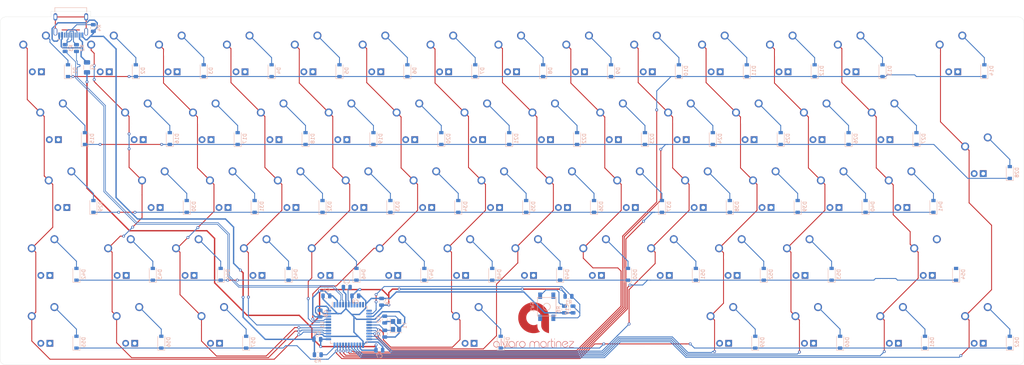
<source format=kicad_pcb>
(kicad_pcb (version 20171130) (host pcbnew "(5.1.4)-1")
  (layers (0 F.Cu signal) (31 B.Cu signal) (34 B.Paste user) (35 F.Paste user) (36 B.SilkS user) (37 F.SilkS user) (38 B.Mask user) (39 F.Mask user) (44 Edge.Cuts user))
  (net 0 "")
  (net 1 GND)
  (net 2 +5V)
  (net 3 "Net-(D1-Pad2)")
  (net 4 ROW0)
  (net 5 "Net-(D2-Pad2)")
  (net 6 ROW1)
  (net 7 "Net-(D3-Pad2)")
  (net 8 "Net-(D4-Pad2)")
  (net 9 VCC)
  (net 10 "Net-(J1-PadS1)")
  (net 11 "Net-(J1-PadA8)")
  (net 12 D+)
  (net 13 D-)
  (net 14 "Net-(J1-PadB8)")
  (net 15 COL0)
  (net 16 COL1)
  (net 17 "Net-(U1-Pad12)")
  (net 18 "Net-(U1-Pad11)")
  (net 19 "Net-(U1-Pad10)")
  (net 20 "Net-(U1-Pad9)")
  (net 21 "Net-(U1-Pad8)")
  (net 22 "Net-(U1-Pad1)")
  (net 23 "Net-(C1-Pad1)")
  (net 24 "Net-(C2-Pad1)")
  (net 25 "Net-(C3-Pad1)")
  (net 26 "Net-(D5-Pad2)")
  (net 27 "Net-(D6-Pad2)")
  (net 28 "Net-(D7-Pad2)")
  (net 29 "Net-(D8-Pad2)")
  (net 30 "Net-(D9-Pad2)")
  (net 31 "Net-(D10-Pad2)")
  (net 32 "Net-(D11-Pad2)")
  (net 33 "Net-(D12-Pad2)")
  (net 34 "Net-(D13-Pad2)")
  (net 35 "Net-(D14-Pad2)")
  (net 36 "Net-(D15-Pad2)")
  (net 37 "Net-(D16-Pad2)")
  (net 38 "Net-(D17-Pad2)")
  (net 39 "Net-(D18-Pad2)")
  (net 40 "Net-(D19-Pad2)")
  (net 41 "Net-(D20-Pad2)")
  (net 42 "Net-(D21-Pad2)")
  (net 43 "Net-(D22-Pad2)")
  (net 44 "Net-(D23-Pad2)")
  (net 45 "Net-(D24-Pad2)")
  (net 46 "Net-(D25-Pad2)")
  (net 47 "Net-(D26-Pad2)")
  (net 48 "Net-(D27-Pad2)")
  (net 49 "Net-(D28-Pad2)")
  (net 50 "Net-(D29-Pad2)")
  (net 51 ROW2)
  (net 52 "Net-(D30-Pad2)")
  (net 53 "Net-(D31-Pad2)")
  (net 54 "Net-(D32-Pad2)")
  (net 55 "Net-(D33-Pad2)")
  (net 56 "Net-(D34-Pad2)")
  (net 57 "Net-(D35-Pad2)")
  (net 58 "Net-(D36-Pad2)")
  (net 59 "Net-(D37-Pad2)")
  (net 60 "Net-(D38-Pad2)")
  (net 61 "Net-(D39-Pad2)")
  (net 62 "Net-(D40-Pad2)")
  (net 63 "Net-(D41-Pad2)")
  (net 64 "Net-(D42-Pad2)")
  (net 65 ROW3)
  (net 66 "Net-(D43-Pad2)")
  (net 67 "Net-(D44-Pad2)")
  (net 68 "Net-(D45-Pad2)")
  (net 69 "Net-(D46-Pad2)")
  (net 70 "Net-(D47-Pad2)")
  (net 71 "Net-(D48-Pad2)")
  (net 72 "Net-(D49-Pad2)")
  (net 73 "Net-(D50-Pad2)")
  (net 74 "Net-(D51-Pad2)")
  (net 75 "Net-(D52-Pad2)")
  (net 76 "Net-(D53-Pad2)")
  (net 77 "Net-(D54-Pad2)")
  (net 78 "Net-(D55-Pad2)")
  (net 79 ROW4)
  (net 80 "Net-(D56-Pad2)")
  (net 81 "Net-(D57-Pad2)")
  (net 82 "Net-(D58-Pad2)")
  (net 83 "Net-(D59-Pad2)")
  (net 84 "Net-(D60-Pad2)")
  (net 85 "Net-(D61-Pad2)")
  (net 86 "Net-(D62-Pad2)")
  (net 87 COL2)
  (net 88 COL3)
  (net 89 COL4)
  (net 90 COL5)
  (net 91 COL6)
  (net 92 COL7)
  (net 93 COL8)
  (net 94 COL9)
  (net 95 COL10)
  (net 96 COL11)
  (net 97 COL12)
  (net 98 COL13)
  (net 99 "Net-(R5-Pad2)")
  (net 100 CC1)
  (net 101 /D_P)
  (net 102 /D_N)
  (net 103 RST)
  (net 104 "Net-(R6-Pad1)")
  (module "Logo lib:AM Logo 1.25in" (layer F.Cu) (at 264.033 240.411)
    (fp_text reference G*** hide)
    (fp_text value LOGO hide)
    (fp_poly (pts (xy 0.147246 -6.306628) (xy 0.347653 -6.297884) (xy 0.531275 -6.281919) (xy 0.625998 -6.269384) (xy 1.000534 -6.195813) (xy 1.363024 -6.092294) (xy 1.711999 -5.959796) (xy 2.045993 -5.799284) (xy 2.363539 -5.611725) (xy 2.66317 -5.398086) (xy 2.94342 -5.159332) (xy 3.202821 -4.896432) (xy 3.439908 -4.610351) (xy 3.653212 -4.302056) (xy 3.682149 -4.255454) (xy 3.840452 -3.976405) (xy 3.974251 -3.694747) (xy 4.08592 -3.40411) (xy 4.177831 -3.098123) (xy 4.252359 -2.770415) (xy 4.269535 -2.678906) (xy 4.306751 -2.472201) (xy 4.311913 -0.068998) (xy 4.312607 0.260342) (xy 4.313195 0.558182) (xy 4.313661 0.826095) (xy 4.313989 1.065654) (xy 4.314162 1.278432) (xy 4.314165 1.466003) (xy 4.313982 1.629938) (xy 4.313597 1.771811) (xy 4.312994 1.893196) (xy 4.312157 1.995664) (xy 4.31107 2.080789) (xy 4.309717 2.150144) (xy 4.308083 2.205302) (xy 4.30615 2.247835) (xy 4.303903 2.279317) (xy 4.301327 2.301321) (xy 4.298405 2.31542) (xy 4.295121 2.323187) (xy 4.291459 2.326194) (xy 4.287606 2.326072) (xy 4.258074 2.318897) (xy 4.206181 2.307162) (xy 4.14193 2.29312) (xy 4.125942 2.28969) (xy 3.952291 2.244518) (xy 3.764056 2.181472) (xy 3.571108 2.104725) (xy 3.383322 2.018451) (xy 3.210572 1.926821) (xy 3.087176 1.850692) (xy 2.867226 1.685541) (xy 2.675205 1.503342) (xy 2.511496 1.304695) (xy 2.376483 1.090204) (xy 2.270549 0.860471) (xy 2.194078 0.616097) (xy 2.150267 0.380339) (xy 2.147514 0.342476) (xy 2.144912 0.274312) (xy 2.142496 0.178619) (xy 2.140302 0.05817) (xy 2.138364 -0.084266) (xy 2.136715 -0.245914) (xy 2.135391 -0.424005) (xy 2.134427 -0.615765) (xy 2.133856 -0.818423) (xy 2.133714 -0.948724) (xy 2.13353 -1.197159) (xy 2.133091 -1.415125) (xy 2.132233 -1.605228) (xy 2.13079 -1.770071) (xy 2.128598 -1.91226) (xy 2.125492 -2.034399) (xy 2.121307 -2.139091) (xy 2.115878 -2.228943) (xy 2.109041 -2.306558) (xy 2.100629 -2.374541) (xy 2.090479 -2.435497) (xy 2.078426 -2.492029) (xy 2.064304 -2.546743) (xy 2.047948 -2.602243) (xy 2.029195 -2.661134) (xy 2.024359 -2.675939) (xy 1.928648 -2.915942) (xy 1.804688 -3.141001) (xy 1.654795 -3.348808) (xy 1.481284 -3.537052) (xy 1.286472 -3.703423) (xy 1.072675 -3.845612) (xy 0.842208 -3.961309) (xy 0.671069 -4.025667) (xy 0.429341 -4.087778) (xy 0.178522 -4.120525) (xy -0.075804 -4.123981) (xy -0.328054 -4.098219) (xy -0.572645 -4.043312) (xy -0.681858 -4.007999) (xy -0.920583 -3.905651) (xy -1.142635 -3.776186) (xy -1.346069 -3.621932) (xy -1.528939 -3.445218) (xy -1.6893 -3.248374) (xy -1.825208 -3.033727) (xy -1.934716 -2.803608) (xy -2.01588 -2.560346) (xy -2.058862 -2.359283) (xy -2.084175 -2.101276) (xy -2.077343 -1.842631) (xy -2.039068 -1.586549) (xy -1.970054 -1.336233) (xy -1.871004 -1.094885) (xy -1.742622 -0.865708) (xy -1.724845 -0.838525) (xy -1.652902 -0.741649) (xy -1.560984 -0.634877) (xy -1.456934 -0.526203) (xy -1.348592 -0.423619) (xy -1.243802 -0.335119) (xy -1.195231 -0.298678) (xy -0.981479 -0.1658) (xy -0.753975 -0.060435) (xy -0.51621 0.017121) (xy -0.271674 0.066571) (xy -0.023857 0.087617) (xy 0.223749 0.079963) (xy 0.467655 0.043312) (xy 0.70437 -0.022634) (xy 0.929705 -0.117821) (xy 0.979832 -0.142375) (xy 1.017304 -0.159547) (xy 1.033058 -0.165365) (xy 1.035841 -0.149695) (xy 1.038258 -0.106154) (xy 1.040157 -0.039942) (xy 1.041387 0.043741) (xy 1.041797 0.134304) (xy 1.051393 0.417332) (xy 1.080881 0.676151) (xy 1.131315 0.913731) (xy 1.203751 1.133046) (xy 1.299241 1.337068) (xy 1.418839 1.52877) (xy 1.5636 1.711123) (xy 1.624391 1.777496) (xy 1.785305 1.946982) (xy 1.657464 2.000794) (xy 1.396111 2.098845) (xy 1.115085 2.18243) (xy 0.825744 2.248524) (xy 0.570508 2.290179) (xy 0.446184 2.303298) (xy 0.301853 2.31345) (xy 0.14691 2.320385) (xy -0.009252 2.323857) (xy -0.157239 2.323614) (xy -0.287657 2.319409) (xy -0.355533 2.314707) (xy -0.737111 2.264564) (xy -1.10738 2.183715) (xy -1.465078 2.07294) (xy -1.808943 1.933017) (xy -2.137712 1.764728) (xy -2.450124 1.568852) (xy -2.744914 1.346168) (xy -3.020822 1.097455) (xy -3.276585 0.823495) (xy -3.510939 0.525066) (xy -3.691341 0.254409) (xy -3.86538 -0.057665) (xy -4.012232 -0.385861) (xy -4.132465 -0.731702) (xy -4.226649 -1.096712) (xy -4.261714 -1.273307) (xy -4.274912 -1.348779) (xy -4.285167 -1.415442) (xy -4.292863 -1.479259) (xy -4.298384 -1.546195) (xy -4.302113 -1.622215) (xy -4.304435 -1.713283) (xy -4.305733 -1.825362) (xy -4.30639 -1.964417) (xy -4.3064 -1.967839) (xy -4.306302 -2.128738) (xy -4.304574 -2.263241) (xy -4.30063 -2.378007) (xy -4.293888 -2.479697) (xy -4.283763 -2.57497) (xy -4.269669 -2.670486) (xy -4.251023 -2.772904) (xy -4.227241 -2.888886) (xy -4.224417 -2.902148) (xy -4.130583 -3.2633) (xy -4.006264 -3.613364) (xy -3.852732 -3.950444) (xy -3.671255 -4.272641) (xy -3.463106 -4.57806) (xy -3.229555 -4.864804) (xy -2.971873 -5.130975) (xy -2.69133 -5.374676) (xy -2.447395 -5.554855) (xy -2.126605 -5.755238) (xy -1.793673 -5.925123) (xy -1.447745 -6.064847) (xy -1.087967 -6.174745) (xy -0.713484 -6.255151) (xy -0.625997 -6.269384) (xy -0.456568 -6.289528) (xy -0.264677 -6.30245) (xy -0.060134 -6.30815) (xy 0.147246 -6.306628)) (layer F.Cu) (width 0.01))
    (fp_poly (pts (xy 5.892666 3.863148) (xy 5.905044 3.873783) (xy 5.910451 3.900642) (xy 5.91176 3.951195) (xy 5.911784 3.96875) (xy 5.911104 4.026597) (xy 5.90691 4.059239) (xy 5.895979 4.074541) (xy 5.875084 4.080369) (xy 5.865527 4.081545) (xy 5.819269 4.086853) (xy 5.824186 3.974058) (xy 5.827509 3.914509) (xy 5.832944 3.880737) (xy 5.843479 3.865458) (xy 5.862099 3.861388) (xy 5.870443 3.861263) (xy 5.892666 3.863148)) (layer F.Cu) (width 0.01))
    (fp_poly (pts (xy 10.758413 4.597187) (xy 10.890821 4.597654) (xy 10.996675 4.599007) (xy 11.079232 4.601716) (xy 11.141752 4.606251) (xy 11.187494 4.613082) (xy 11.219718 4.622678) (xy 11.241681 4.63551) (xy 11.256642 4.652047) (xy 11.267862 4.67276) (xy 11.277459 4.695375) (xy 11.289156 4.743904) (xy 11.287798 4.78656) (xy 11.274534 4.806486) (xy 11.240368 4.847876) (xy 11.187399 4.908428) (xy 11.117724 4.985838) (xy 11.033439 5.077804) (xy 10.936642 5.182023) (xy 10.829431 5.296191) (xy 10.713901 5.418006) (xy 10.688911 5.444206) (xy 10.57399 5.564882) (xy 10.465311 5.679608) (xy 10.365163 5.785924) (xy 10.275836 5.881372) (xy 10.199619 5.963492) (xy 10.138802 6.029826) (xy 10.095676 6.077915) (xy 10.072529 6.105299) (xy 10.069939 6.108923) (xy 10.050218 6.152071) (xy 10.054692 6.185544) (xy 10.055685 6.187471) (xy 10.061507 6.19531) (xy 10.071874 6.201667) (xy 10.089995 6.206697) (xy 10.119078 6.210553) (xy 10.162332 6.213392) (xy 10.222965 6.215366) (xy 10.304186 6.21663) (xy 10.409203 6.217339) (xy 10.541226 6.217647) (xy 10.684233 6.217708) (xy 11.296598 6.217708) (xy 11.291366 6.263184) (xy 11.286133 6.308659) (xy 10.674284 6.31185) (xy 10.533923 6.312197) (xy 10.402992 6.311785) (xy 10.285417 6.310681) (xy 10.185124 6.308953) (xy 10.106038 6.30667) (xy 10.052084 6.3039) (xy 10.02719 6.300709) (xy 10.026998 6.300635) (xy 9.977681 6.263809) (xy 9.946719 6.205132) (xy 9.938412 6.147838) (xy 9.939428 6.131157) (xy 9.943862 6.113719) (xy 9.953788 6.093059) (xy 9.971283 6.06671) (xy 9.998424 6.032209) (xy 10.037286 5.987089) (xy 10.089946 5.928885) (xy 10.15848 5.855132) (xy 10.244964 5.763364) (xy 10.351475 5.651116) (xy 10.397299 5.602929) (xy 10.548696 5.44371) (xy 10.678861 5.30664) (xy 10.789413 5.189956) (xy 10.881968 5.091897) (xy 10.958146 5.010699) (xy 11.019564 4.944602) (xy 11.067839 4.891842) (xy 11.10459 4.850657) (xy 11.131434 4.819286) (xy 11.14999 4.795966) (xy 11.161875 4.778935) (xy 11.168707 4.766431) (xy 11.171156 4.76005) (xy 11.176218 4.739609) (xy 11.175184 4.722964) (xy 11.165116 4.709724) (xy 11.143073 4.699503) (xy 11.106117 4.691912) (xy 11.051309 4.686562) (xy 10.97571 4.683067) (xy 10.876381 4.681037) (xy 10.750383 4.680085) (xy 10.594777 4.679822) (xy 10.563637 4.679818) (xy 10.004558 4.679818) (xy 10.004558 4.597135) (xy 10.596191 4.597135) (xy 10.758413 4.597187)) (layer F.Cu) (width 0.01))
    (fp_poly (pts (xy 9.234313 4.677271) (xy 9.362752 4.75165) (xy 9.466287 4.836189) (xy 9.472845 4.842669) (xy 9.524143 4.899533) (xy 9.571409 4.961782) (xy 9.611009 5.023263) (xy 9.639308 5.077825) (xy 9.65267 5.119316) (xy 9.648816 5.140495) (xy 9.626792 5.153847) (xy 9.579505 5.177635) (xy 9.51134 5.209946) (xy 9.426682 5.248865) (xy 9.329913 5.292479) (xy 9.22542 5.338874) (xy 9.117585 5.386135) (xy 9.010794 5.432349) (xy 8.909431 5.475601) (xy 8.817879 5.513978) (xy 8.740523 5.545565) (xy 8.681748 5.568449) (xy 8.645938 5.580716) (xy 8.637166 5.58214) (xy 8.619939 5.560235) (xy 8.61847 5.536211) (xy 8.624194 5.523527) (xy 8.639933 5.508477) (xy 8.66874 5.489454) (xy 8.713671 5.464852) (xy 8.777779 5.433064) (xy 8.864119 5.392483) (xy 8.975745 5.341503) (xy 9.065765 5.300925) (xy 9.178377 5.249788) (xy 9.280932 5.202168) (xy 9.369593 5.159931) (xy 9.440526 5.124941) (xy 9.489893 5.099063) (xy 9.51386 5.084163) (xy 9.515474 5.082277) (xy 9.509874 5.057022) (xy 9.484845 5.01635) (xy 9.445765 4.966717) (xy 9.39801 4.914579) (xy 9.34696 4.866392) (xy 9.312773 4.83893) (xy 9.183049 4.763593) (xy 9.040622 4.716345) (xy 8.890842 4.697559) (xy 8.739056 4.707611) (xy 8.590612 4.746876) (xy 8.509243 4.782624) (xy 8.449265 4.821449) (xy 8.379808 4.878812) (xy 8.310023 4.945928) (xy 8.24906 5.014007) (xy 8.20672 5.073151) (xy 8.142301 5.2142) (xy 8.108612 5.361642) (xy 8.105075 5.511214) (xy 8.13111 5.658652) (xy 8.186139 5.799693) (xy 8.269584 5.930071) (xy 8.332661 6.00102) (xy 8.452022 6.098196) (xy 8.584911 6.167069) (xy 8.727154 6.207272) (xy 8.874576 6.218438) (xy 9.023003 6.200199) (xy 9.168259 6.152189) (xy 9.289912 6.085179) (xy 9.392853 6.003658) (xy 9.477503 5.906435) (xy 9.550949 5.785251) (xy 9.556542 5.774295) (xy 9.589888 5.714339) (xy 9.615953 5.682469) (xy 9.637396 5.675245) (xy 9.664359 5.693882) (xy 9.670738 5.732452) (xy 9.658387 5.786589) (xy 9.629162 5.851927) (xy 9.584915 5.924103) (xy 9.527502 5.998751) (xy 9.476399 6.054253) (xy 9.34439 6.164835) (xy 9.1995 6.245345) (xy 9.043978 6.295121) (xy 8.880072 6.3135) (xy 8.710031 6.299822) (xy 8.669448 6.291889) (xy 8.526006 6.2445) (xy 8.391216 6.16896) (xy 8.269691 6.069898) (xy 8.166044 5.951947) (xy 8.084889 5.819736) (xy 8.030838 5.677895) (xy 8.022266 5.642252) (xy 8.002898 5.475511) (xy 8.014877 5.31281) (xy 8.056481 5.157586) (xy 8.125989 5.013275) (xy 8.22168 4.883311) (xy 8.341833 4.771132) (xy 8.484727 4.680173) (xy 8.51064 4.667314) (xy 8.6403 4.605404) (xy 9.089278 4.605404) (xy 9.234313 4.677271)) (layer F.Cu) (width 0.01))
    (fp_poly (pts (xy 7.089387 4.605942) (xy 7.151185 4.6085) (xy 7.197257 4.61449) (xy 7.236272 4.625324) (xy 7.2769 4.642415) (xy 7.300847 4.653904) (xy 7.394533 4.712032) (xy 7.486163 4.790589) (xy 7.566064 4.880006) (xy 7.624564 4.970713) (xy 7.627902 4.977474) (xy 7.6552 5.046444) (xy 7.678564 5.126575) (xy 7.68873 5.175911) (xy 7.693129 5.21976) (xy 7.696869 5.288376) (xy 7.699939 5.376936) (xy 7.702327 5.480614) (xy 7.704023 5.594586) (xy 7.705014 5.714027) (xy 7.70529 5.834112) (xy 7.70484 5.950017) (xy 7.703651 6.056918) (xy 7.701713 6.149989) (xy 7.699014 6.224406) (xy 7.695544 6.275344) (xy 7.691353 6.297884) (xy 7.665183 6.313879) (xy 7.646131 6.314211) (xy 7.637851 6.311169) (xy 7.631104 6.303377) (xy 7.625672 6.287586) (xy 7.621335 6.260548) (xy 7.617875 6.219012) (xy 7.615073 6.159729) (xy 7.612709 6.07945) (xy 7.610567 5.974926) (xy 7.608425 5.842907) (xy 7.606771 5.729674) (xy 7.598503 5.151107) (xy 7.554184 5.05655) (xy 7.491164 4.95174) (xy 7.407818 4.856415) (xy 7.313042 4.779885) (xy 7.261565 4.750299) (xy 7.213894 4.728681) (xy 7.170951 4.715147) (xy 7.122361 4.707862) (xy 7.057745 4.70499) (xy 7.003191 4.704622) (xy 6.918271 4.70606) (xy 6.856451 4.711355) (xy 6.807844 4.721976) (xy 6.762563 4.739395) (xy 6.759265 4.740905) (xy 6.665387 4.79835) (xy 6.575563 4.878532) (xy 6.499526 4.971607) (xy 6.455407 5.048211) (xy 6.407878 5.151107) (xy 6.39961 5.729674) (xy 6.39723 5.885318) (xy 6.394878 6.011001) (xy 6.392377 6.109835) (xy 6.389547 6.184931) (xy 6.38621 6.239401) (xy 6.382188 6.276356) (xy 6.377304 6.298908) (xy 6.371378 6.310169) (xy 6.366193 6.313067) (xy 6.333474 6.306671) (xy 6.320718 6.297566) (xy 6.315295 6.276019) (xy 6.310655 6.226165) (xy 6.306815 6.152759) (xy 6.303794 6.060557) (xy 6.30161 5.954316) (xy 6.300282 5.838791) (xy 6.299828 5.718739) (xy 6.300267 5.598917) (xy 6.301617 5.484079) (xy 6.303897 5.378983) (xy 6.307124 5.288385) (xy 6.311318 5.21704) (xy 6.316347 5.170607) (xy 6.354858 5.034155) (xy 6.422029 4.906519) (xy 6.513599 4.793359) (xy 6.625304 4.700331) (xy 6.705534 4.653904) (xy 6.750285 4.633106) (xy 6.789033 4.619281) (xy 6.830448 4.611015) (xy 6.883201 4.606896) (xy 6.955961 4.605512) (xy 7.003191 4.605404) (xy 7.089387 4.605942)) (layer F.Cu) (width 0.01))
    (fp_poly (pts (xy 5.866309 4.600171) (xy 5.911784 4.605404) (xy 5.911784 5.457031) (xy 5.911761 5.646497) (xy 5.911622 5.805566) (xy 5.911261 5.936914) (xy 5.910573 6.043216) (xy 5.909453 6.127148) (xy 5.907794 6.191386) (xy 5.905492 6.238606) (xy 5.902441 6.271484) (xy 5.898536 6.292695) (xy 5.893671 6.304916) (xy 5.88774 6.310821) (xy 5.880639 6.313087) (xy 5.878031 6.313491) (xy 5.845172 6.312384) (xy 5.832556 6.3066) (xy 5.830288 6.288263) (xy 5.828165 6.239997) (xy 5.82623 6.164949) (xy 5.824524 6.066264) (xy 5.823091 5.947085) (xy 5.821973 5.810559) (xy 5.821214 5.659831) (xy 5.820857 5.498045) (xy 5.820834 5.444909) (xy 5.820834 4.594939) (xy 5.866309 4.600171)) (layer F.Cu) (width 0.01))
    (fp_poly (pts (xy 5.032922 3.860946) (xy 5.04552 3.872038) (xy 5.049732 3.894623) (xy 5.053469 3.945061) (xy 5.056528 4.018138) (xy 5.058709 4.108635) (xy 5.059812 4.211335) (xy 5.059904 4.245736) (xy 5.060157 4.597135) (xy 5.541911 4.597135) (xy 5.536678 4.642611) (xy 5.531446 4.688086) (xy 5.295801 4.692674) (xy 5.060157 4.697262) (xy 5.060157 5.340654) (xy 5.060634 5.527228) (xy 5.062048 5.686297) (xy 5.064372 5.8168) (xy 5.067578 5.917674) (xy 5.07164 5.987859) (xy 5.07653 6.026291) (xy 5.077795 6.030597) (xy 5.120361 6.105841) (xy 5.184618 6.160903) (xy 5.27292 6.197148) (xy 5.387622 6.215938) (xy 5.399154 6.216808) (xy 5.464764 6.2219) (xy 5.504075 6.22766) (xy 5.523808 6.236653) (xy 5.530684 6.251445) (xy 5.531446 6.267318) (xy 5.529753 6.288401) (xy 5.520036 6.301024) (xy 5.495335 6.307715) (xy 5.448689 6.311006) (xy 5.407422 6.312395) (xy 5.32814 6.311022) (xy 5.258534 6.302998) (xy 5.221354 6.293661) (xy 5.12156 6.240974) (xy 5.043383 6.163306) (xy 5.003441 6.097539) (xy 4.960694 6.010169) (xy 4.96495 4.935941) (xy 4.965831 4.721054) (xy 4.966695 4.536861) (xy 4.96762 4.380985) (xy 4.968683 4.251047) (xy 4.969962 4.14467) (xy 4.971536 4.059476) (xy 4.973482 3.993086) (xy 4.975878 3.943122) (xy 4.978802 3.907207) (xy 4.982331 3.882962) (xy 4.986543 3.868009) (xy 4.991517 3.859971) (xy 4.997329 3.856468) (xy 5.000298 3.855727) (xy 5.032922 3.860946)) (layer F.Cu) (width 0.01))
    (fp_poly (pts (xy 4.709855 4.642611) (xy 4.706153 4.664205) (xy 4.696703 4.678083) (xy 4.674932 4.686598) (xy 4.634268 4.692102) (xy 4.568139 4.696947) (xy 4.555795 4.697751) (xy 4.444557 4.710708) (xy 4.35558 4.736078) (xy 4.279083 4.778084) (xy 4.205284 4.840951) (xy 4.19113 4.855221) (xy 4.156725 4.891827) (xy 4.128481 4.926501) (xy 4.105791 4.962857) (xy 4.088048 5.004509) (xy 4.074647 5.055071) (xy 4.06498 5.118157) (xy 4.058442 5.197381) (xy 4.054425 5.296358) (xy 4.052324 5.418702) (xy 4.051533 5.568027) (xy 4.051433 5.68781) (xy 4.051153 5.823588) (xy 4.050358 5.949478) (xy 4.049115 6.061502) (xy 4.047488 6.155681) (xy 4.045545 6.228037) (xy 4.043352 6.274591) (xy 4.041395 6.29077) (xy 4.019496 6.311907) (xy 3.987603 6.315461) (xy 3.962275 6.300629) (xy 3.959201 6.294746) (xy 3.957403 6.273672) (xy 3.955993 6.223322) (xy 3.954991 6.14749) (xy 3.954419 6.04997) (xy 3.954299 5.934558) (xy 3.954651 5.805046) (xy 3.955498 5.66523) (xy 3.955586 5.653958) (xy 3.960482 5.035352) (xy 4.006595 4.941458) (xy 4.063244 4.852421) (xy 4.140686 4.766686) (xy 4.229486 4.692999) (xy 4.320208 4.640108) (xy 4.340869 4.63161) (xy 4.416436 4.60982) (xy 4.50231 4.59909) (xy 4.57405 4.597135) (xy 4.715088 4.597135) (xy 4.709855 4.642611)) (layer F.Cu) (width 0.01))
    (fp_poly (pts (xy 2.877544 4.60131) (xy 2.940639 4.610176) (xy 2.986207 4.621398) (xy 3.127692 4.677955) (xy 3.258943 4.760755) (xy 3.375366 4.864991) (xy 3.472365 4.985858) (xy 3.545347 5.118547) (xy 3.588289 5.251358) (xy 3.593405 5.293865) (xy 3.597391 5.366032) (xy 3.60017 5.464466) (xy 3.601666 5.585771) (xy 3.601802 5.726553) (xy 3.601182 5.820833) (xy 3.59668 6.308659) (xy 3.522266 6.319227) (xy 3.522141 5.917068) (xy 3.521427 5.795483) (xy 3.519498 5.676303) (xy 3.516554 5.566334) (xy 3.512799 5.472381) (xy 3.508435 5.401251) (xy 3.506059 5.376125) (xy 3.472594 5.219978) (xy 3.411608 5.079273) (xy 3.325995 4.956596) (xy 3.218649 4.854531) (xy 3.092462 4.775663) (xy 2.950329 4.722576) (xy 2.795143 4.697854) (xy 2.745053 4.696354) (xy 2.590252 4.71164) (xy 2.447553 4.75535) (xy 2.319444 4.824262) (xy 2.208414 4.915157) (xy 2.116951 5.024812) (xy 2.047544 5.150006) (xy 2.002683 5.287517) (xy 1.984856 5.434126) (xy 1.996551 5.586611) (xy 2.00988 5.64786) (xy 2.057925 5.773972) (xy 2.132721 5.895374) (xy 2.228059 6.0046) (xy 2.337732 6.094186) (xy 2.420435 6.141558) (xy 2.556671 6.189811) (xy 2.699933 6.211431) (xy 2.844057 6.207154) (xy 2.982879 6.177717) (xy 3.110236 6.123855) (xy 3.219964 6.046305) (xy 3.22033 6.045974) (xy 3.270265 6.004566) (xy 3.301946 5.98876) (xy 3.318133 5.998617) (xy 3.321585 6.034199) (xy 3.320693 6.04821) (xy 3.314433 6.084845) (xy 3.29828 6.113368) (xy 3.26534 6.142643) (xy 3.225766 6.170226) (xy 3.090799 6.241762) (xy 2.940072 6.289271) (xy 2.782084 6.311209) (xy 2.625335 6.306029) (xy 2.550958 6.292987) (xy 2.399576 6.242148) (xy 2.262144 6.163843) (xy 2.141579 6.061785) (xy 2.0408 5.939687) (xy 1.962723 5.801262) (xy 1.910265 5.650221) (xy 1.886344 5.490279) (xy 1.885157 5.445636) (xy 1.901196 5.285444) (xy 1.947723 5.132609) (xy 2.022355 4.990857) (xy 2.122705 4.863913) (xy 2.246391 4.755502) (xy 2.377918 4.675746) (xy 2.439834 4.645747) (xy 2.48847 4.625789) (xy 2.534163 4.613467) (xy 2.587248 4.606372) (xy 2.658062 4.602098) (xy 2.701755 4.600328) (xy 2.801166 4.598268) (xy 2.877544 4.60131)) (layer F.Cu) (width 0.01))
    (fp_poly (pts (xy 0.971941 4.606042) (xy 1.034797 4.608834) (xy 1.081947 4.6151) (xy 1.12207 4.626155) (xy 1.163843 4.643319) (xy 1.178267 4.649984) (xy 1.297545 4.72277) (xy 1.40149 4.819525) (xy 1.485383 4.934103) (xy 1.544506 5.060362) (xy 1.569902 5.159931) (xy 1.57432 5.203193) (xy 1.578091 5.271388) (xy 1.581204 5.359727) (xy 1.583645 5.463418) (xy 1.585403 5.577669) (xy 1.586464 5.69769) (xy 1.586816 5.81869) (xy 1.586447 5.935877) (xy 1.585345 6.04446) (xy 1.583496 6.139648) (xy 1.580888 6.21665) (xy 1.577509 6.270675) (xy 1.573347 6.296931) (xy 1.572863 6.297884) (xy 1.546693 6.313879) (xy 1.527641 6.314211) (xy 1.519359 6.311157) (xy 1.512603 6.303331) (xy 1.50715 6.287484) (xy 1.502777 6.260366) (xy 1.499261 6.21873) (xy 1.496379 6.159326) (xy 1.493908 6.078905) (xy 1.491625 5.974218) (xy 1.489307 5.842017) (xy 1.487518 5.729674) (xy 1.484797 5.561714) (xy 1.481855 5.423114) (xy 1.477909 5.310166) (xy 1.472178 5.219163) (xy 1.46388 5.146397) (xy 1.452234 5.08816) (xy 1.436458 5.040744) (xy 1.415769 5.000441) (xy 1.389387 4.963544) (xy 1.35653 4.926344) (xy 1.316416 4.885133) (xy 1.307591 4.876223) (xy 1.217049 4.794799) (xy 1.12982 4.740445) (xy 1.036807 4.709575) (xy 0.928912 4.698602) (xy 0.859896 4.699751) (xy 0.782663 4.705196) (xy 0.724785 4.715308) (xy 0.672566 4.733573) (xy 0.614727 4.762188) (xy 0.502302 4.838238) (xy 0.412964 4.935399) (xy 0.34934 5.04362) (xy 0.305925 5.13457) (xy 0.297657 5.721615) (xy 0.289389 6.308659) (xy 0.206706 6.308659) (xy 0.198438 5.721615) (xy 0.19017 5.13457) (xy 0.146014 5.04037) (xy 0.079755 4.933558) (xy -0.01056 4.837892) (xy -0.115972 4.762556) (xy -0.134978 4.752314) (xy -0.236287 4.715644) (xy -0.352678 4.698038) (xy -0.471767 4.700135) (xy -0.58117 4.722573) (xy -0.59788 4.728443) (xy -0.721401 4.792102) (xy -0.827591 4.881421) (xy -0.911562 4.991599) (xy -0.954677 5.079005) (xy -0.962492 5.102663) (xy -0.968947 5.132611) (xy -0.974242 5.172411) (xy -0.978583 5.225625) (xy -0.982172 5.295815) (xy -0.985212 5.386544) (xy -0.987906 5.501372) (xy -0.990458 5.643863) (xy -0.991793 5.729883) (xy -0.994143 5.883383) (xy -0.996275 6.007067) (xy -0.998427 6.104186) (xy -1.000835 6.177994) (xy -1.003734 6.231742) (xy -1.007363 6.268684) (xy -1.011957 6.292073) (xy -1.017752 6.305161) (xy -1.024985 6.311201) (xy -1.033892 6.313445) (xy -1.034209 6.313491) (xy -1.067067 6.312384) (xy -1.079684 6.3066) (xy -1.083534 6.286596) (xy -1.086598 6.238198) (xy -1.088904 6.166075) (xy -1.090474 6.074896) (xy -1.091336 5.96933) (xy -1.091513 5.854045) (xy -1.091032 5.733711) (xy -1.089918 5.612997) (xy -1.088195 5.496571) (xy -1.085889 5.389103) (xy -1.083026 5.295262) (xy -1.07963 5.219715) (xy -1.075727 5.167134) (xy -1.073431 5.15001) (xy -1.033807 5.020571) (xy -0.966165 4.89783) (xy -0.875559 4.788247) (xy -0.767043 4.698281) (xy -0.682172 4.649984) (xy -0.638163 4.630691) (xy -0.598457 4.617909) (xy -0.554375 4.610319) (xy -0.497238 4.606606) (xy -0.41837 4.605449) (xy -0.388606 4.605404) (xy -0.302789 4.605904) (xy -0.241455 4.608361) (xy -0.19602 4.614211) (xy -0.157899 4.624889) (xy -0.118507 4.641829) (xy -0.091844 4.655013) (xy 0.004043 4.715358) (xy 0.0939 4.793615) (xy 0.167927 4.880373) (xy 0.204089 4.939163) (xy 0.242475 5.014693) (xy 0.287171 4.938424) (xy 0.360284 4.838181) (xy 0.454161 4.74568) (xy 0.557318 4.671745) (xy 0.587939 4.655013) (xy 0.631971 4.633807) (xy 0.669778 4.619691) (xy 0.709945 4.611231) (xy 0.761057 4.606991) (xy 0.8317 4.605537) (xy 0.884701 4.605404) (xy 0.971941 4.606042)) (layer F.Cu) (width 0.01))
    (fp_poly (pts (xy -3.176274 4.605526) (xy -3.080957 4.606238) (xy -3.010744 4.608898) (xy -2.957684 4.614469) (xy -2.913823 4.623912) (xy -2.871209 4.638193) (xy -2.855445 4.64438) (xy -2.728577 4.710684) (xy -2.608322 4.802135) (xy -2.501575 4.911819) (xy -2.415228 5.032825) (xy -2.363768 5.137477) (xy -2.340047 5.222224) (xy -2.324061 5.32738) (xy -2.316551 5.441029) (xy -2.318259 5.551257) (xy -2.329928 5.646146) (xy -2.331601 5.654017) (xy -2.375202 5.783793) (xy -2.445357 5.912454) (xy -2.53629 6.031915) (xy -2.642224 6.134092) (xy -2.709636 6.183132) (xy -2.838431 6.248027) (xy -2.984238 6.291255) (xy -3.137825 6.311279) (xy -3.289962 6.306562) (xy -3.369094 6.292996) (xy -3.517581 6.242719) (xy -3.654961 6.164273) (xy -3.777054 6.061827) (xy -3.879684 5.939551) (xy -3.958672 5.801614) (xy -4.009433 5.65393) (xy -4.032377 5.488214) (xy -4.028678 5.417439) (xy -3.933023 5.417439) (xy -3.925613 5.569471) (xy -3.889669 5.717399) (xy -3.851004 5.808198) (xy -3.810862 5.870482) (xy -3.752139 5.941815) (xy -3.683754 6.01287) (xy -3.614624 6.074319) (xy -3.558683 6.113969) (xy -3.429443 6.172306) (xy -3.285791 6.207274) (xy -3.138214 6.217268) (xy -2.997201 6.200686) (xy -2.994947 6.200171) (xy -2.855216 6.151139) (xy -2.724645 6.071167) (xy -2.637042 5.994556) (xy -2.535356 5.871363) (xy -2.46305 5.737066) (xy -2.420132 5.59546) (xy -2.406607 5.450341) (xy -2.42248 5.305506) (xy -2.467757 5.164749) (xy -2.542445 5.031868) (xy -2.635432 4.921529) (xy -2.755652 4.820538) (xy -2.88399 4.750575) (xy -3.024661 4.709895) (xy -3.17766 4.696758) (xy -3.330938 4.711896) (xy -3.473931 4.758464) (xy -3.606614 4.83645) (xy -3.722768 4.939291) (xy -3.801461 5.031228) (xy -3.857303 5.121363) (xy -3.897329 5.222055) (xy -3.910951 5.269832) (xy -3.933023 5.417439) (xy -4.028678 5.417439) (xy -4.023898 5.326019) (xy -3.985648 5.170798) (xy -3.919277 5.026007) (xy -3.826435 4.895099) (xy -3.708773 4.781529) (xy -3.567941 4.688753) (xy -3.541868 4.675324) (xy -3.400792 4.605404) (xy -3.176274 4.605526)) (layer F.Cu) (width 0.01))
    (fp_poly (pts (xy -4.275233 4.598092) (xy -4.223184 4.60494) (xy -4.193209 4.617177) (xy -4.189623 4.622151) (xy -4.188368 4.657493) (xy -4.216679 4.681315) (xy -4.275216 4.693961) (xy -4.331631 4.696354) (xy -4.403863 4.700561) (xy -4.476022 4.711441) (xy -4.519679 4.722681) (xy -4.603411 4.765016) (xy -4.686026 4.831008) (xy -4.758461 4.912207) (xy -4.807142 4.99066) (xy -4.85345 5.084961) (xy -4.861718 5.69681) (xy -4.863904 5.855064) (xy -4.865893 5.983409) (xy -4.867903 6.08501) (xy -4.870149 6.163027) (xy -4.872845 6.220625) (xy -4.876208 6.260964) (xy -4.880453 6.287207) (xy -4.885795 6.302518) (xy -4.89245 6.310058) (xy -4.900634 6.31299) (xy -4.90374 6.313491) (xy -4.936599 6.312384) (xy -4.949215 6.3066) (xy -4.951962 6.287873) (xy -4.95448 6.239939) (xy -4.956692 6.166664) (xy -4.95852 6.071914) (xy -4.959887 5.959554) (xy -4.960715 5.833451) (xy -4.960937 5.722333) (xy -4.960661 5.559184) (xy -4.959741 5.425519) (xy -4.958045 5.31775) (xy -4.955436 5.232293) (xy -4.951781 5.16556) (xy -4.946944 5.113967) (xy -4.940791 5.073926) (xy -4.935725 5.051228) (xy -4.890344 4.933479) (xy -4.819547 4.824577) (xy -4.729242 4.730963) (xy -4.625334 4.659076) (xy -4.543717 4.623835) (xy -4.483598 4.609506) (xy -4.413462 4.600414) (xy -4.341333 4.596596) (xy -4.275233 4.598092)) (layer F.Cu) (width 0.01))
    (fp_poly (pts (xy -6.057336 4.600291) (xy -5.962447 4.61196) (xy -5.954576 4.613632) (xy -5.811105 4.661886) (xy -5.676111 4.738826) (xy -5.554182 4.840294) (xy -5.449909 4.962135) (xy -5.367882 5.100189) (xy -5.336986 5.173071) (xy -5.327051 5.202145) (xy -5.319099 5.232542) (xy -5.31284 5.268416) (xy -5.30799 5.313919) (xy -5.304259 5.373204) (xy -5.301362 5.450424) (xy -5.299012 5.54973) (xy -5.29692 5.675277) (xy -5.295574 5.772166) (xy -5.29382 5.916562) (xy -5.292907 6.031405) (xy -5.292964 6.120211) (xy -5.29412 6.186492) (xy -5.296503 6.233762) (xy -5.300243 6.265535) (xy -5.305467 6.285323) (xy -5.312303 6.296641) (xy -5.314854 6.299049) (xy -5.34748 6.31269) (xy -5.36587 6.311028) (xy -5.373281 6.304386) (xy -5.379102 6.288476) (xy -5.383516 6.2598) (xy -5.386705 6.214861) (xy -5.388853 6.150163) (xy -5.390143 6.062208) (xy -5.390757 5.947499) (xy -5.390885 5.833095) (xy -5.391366 5.67594) (xy -5.393179 5.547454) (xy -5.39688 5.443239) (xy -5.403024 5.358901) (xy -5.412168 5.290044) (xy -5.424867 5.232272) (xy -5.441676 5.181189) (xy -5.463152 5.132399) (xy -5.484717 5.090868) (xy -5.55508 4.989032) (xy -5.649509 4.89248) (xy -5.759127 4.80944) (xy -5.834884 4.766326) (xy -5.888746 4.740284) (xy -5.931195 4.722844) (xy -5.971289 4.712282) (xy -6.018087 4.706874) (xy -6.080645 4.704896) (xy -6.159029 4.704622) (xy -6.245036 4.705115) (xy -6.306902 4.707602) (xy -6.353558 4.713598) (xy -6.393931 4.72462) (xy -6.436952 4.742181) (xy -6.469448 4.757291) (xy -6.605304 4.838457) (xy -6.719544 4.941059) (xy -6.810177 5.061239) (xy -6.87521 5.195141) (xy -6.91265 5.338909) (xy -6.920505 5.488685) (xy -6.905886 5.602149) (xy -6.866106 5.736196) (xy -6.803975 5.854777) (xy -6.714673 5.9667) (xy -6.695334 5.986826) (xy -6.576639 6.085141) (xy -6.444239 6.155786) (xy -6.302639 6.198508) (xy -6.156346 6.213056) (xy -6.009866 6.199178) (xy -5.867705 6.156623) (xy -5.73437 6.085139) (xy -5.678645 6.043627) (xy -5.638268 6.011865) (xy -5.608656 5.991009) (xy -5.598942 5.986198) (xy -5.592515 6.000727) (xy -5.589382 6.036331) (xy -5.589322 6.042606) (xy -5.597701 6.090461) (xy -5.627794 6.130733) (xy -5.641289 6.14274) (xy -5.753784 6.217272) (xy -5.886698 6.271563) (xy -6.033192 6.3041) (xy -6.186429 6.313373) (xy -6.339569 6.297871) (xy -6.341563 6.297493) (xy -6.477933 6.255594) (xy -6.609677 6.185015) (xy -6.731321 6.090136) (xy -6.837391 5.97534) (xy -6.922413 5.845008) (xy -6.933269 5.823872) (xy -7.00319 5.682767) (xy -7.002938 5.458278) (xy -7.00216 5.362818) (xy -6.999431 5.292455) (xy -6.993788 5.239227) (xy -6.984266 5.195173) (xy -6.969901 5.152331) (xy -6.964083 5.137477) (xy -6.898006 5.010796) (xy -6.806707 4.890631) (xy -6.697117 4.783894) (xy -6.576167 4.697498) (xy -6.471116 4.645799) (xy -6.38637 4.622079) (xy -6.281214 4.606093) (xy -6.167564 4.598583) (xy -6.057336 4.600291)) (layer F.Cu) (width 0.01))
    (fp_poly (pts (xy -7.19653 4.605452) (xy -7.183825 4.619276) (xy -7.187912 4.640173) (xy -7.204092 4.687794) (xy -7.230887 4.758701) (xy -7.266817 4.849459) (xy -7.310403 4.95663) (xy -7.360168 5.076778) (xy -7.414632 5.206466) (xy -7.472316 5.342258) (xy -7.531742 5.480717) (xy -7.591431 5.618406) (xy -7.649905 5.751889) (xy -7.705684 5.877729) (xy -7.75729 5.99249) (xy -7.803244 6.092735) (xy -7.842067 6.175026) (xy -7.872281 6.235929) (xy -7.892407 6.272006) (xy -7.898291 6.27972) (xy -7.955592 6.311134) (xy -7.995377 6.316927) (xy -8.059304 6.301996) (xy -8.093484 6.27972) (xy -8.10801 6.257644) (xy -8.133353 6.208968) (xy -8.168033 6.13713) (xy -8.210574 6.045571) (xy -8.259496 5.937732) (xy -8.313324 5.817053) (xy -8.370578 5.686974) (xy -8.42978 5.550936) (xy -8.489454 5.412378) (xy -8.54812 5.274741) (xy -8.604302 5.141465) (xy -8.656521 5.015991) (xy -8.7033 4.901759) (xy -8.74316 4.802209) (xy -8.774624 4.720781) (xy -8.796214 4.660916) (xy -8.806452 4.626053) (xy -8.806853 4.619076) (xy -8.784769 4.60155) (xy -8.760834 4.60011) (xy -8.751095 4.604688) (xy -8.739113 4.617396) (xy -8.723781 4.640582) (xy -8.703993 4.676592) (xy -8.67864 4.727775) (xy -8.646617 4.796478) (xy -8.606815 4.885049) (xy -8.558129 4.995835) (xy -8.49945 5.131185) (xy -8.429673 5.293445) (xy -8.387927 5.390885) (xy -8.322418 5.543153) (xy -8.260111 5.686461) (xy -8.202331 5.817873) (xy -8.150399 5.93445) (xy -8.105637 6.033256) (xy -8.069368 6.111354) (xy -8.042914 6.165806) (xy -8.027596 6.193676) (xy -8.025261 6.196501) (xy -7.988504 6.207411) (xy -7.97228 6.202143) (xy -7.960825 6.184534) (xy -7.937806 6.139361) (xy -7.90454 6.069523) (xy -7.86234 5.97792) (xy -7.812523 5.867451) (xy -7.756403 5.741013) (xy -7.695297 5.601507) (xy -7.630518 5.451831) (xy -7.60677 5.396527) (xy -7.530456 5.218758) (xy -7.465847 5.069122) (xy -7.411833 4.945266) (xy -7.367299 4.844835) (xy -7.331135 4.765474) (xy -7.302227 4.70483) (xy -7.279464 4.660548) (xy -7.261733 4.630275) (xy -7.247922 4.611655) (xy -7.236918 4.602334) (xy -7.230492 4.60011) (xy -7.19653 4.605452)) (layer F.Cu) (width 0.01))
    (fp_poly (pts (xy -9.11202 3.85779) (xy -9.106951 3.863049) (xy -9.102609 3.873732) (xy -9.098939 3.892066) (xy -9.095884 3.92028) (xy -9.093388 3.960602) (xy -9.091395 4.015258) (xy -9.089849 4.086477) (xy -9.088692 4.176487) (xy -9.087869 4.287514) (xy -9.087323 4.421788) (xy -9.086999 4.581535) (xy -9.086838 4.768984) (xy -9.086786 4.986361) (xy -9.086783 5.084961) (xy -9.086842 5.31734) (xy -9.087047 5.518807) (xy -9.087444 5.691525) (xy -9.088076 5.837654) (xy -9.088987 5.959357) (xy -9.090222 6.058794) (xy -9.091825 6.138127) (xy -9.093841 6.199518) (xy -9.096313 6.245128) (xy -9.099286 6.277118) (xy -9.102804 6.297651) (xy -9.106911 6.308887) (xy -9.111653 6.312988) (xy -9.111932 6.313049) (xy -9.144649 6.30667) (xy -9.157407 6.297566) (xy -9.161482 6.28625) (xy -9.165016 6.259793) (xy -9.168039 6.216371) (xy -9.170581 6.154156) (xy -9.172673 6.071322) (xy -9.174346 5.966044) (xy -9.175628 5.836494) (xy -9.176551 5.680847) (xy -9.177145 5.497276) (xy -9.177441 5.283955) (xy -9.177481 5.085788) (xy -9.177247 4.889865) (xy -9.176653 4.703375) (xy -9.17573 4.528992) (xy -9.17451 4.369387) (xy -9.173025 4.227237) (xy -9.171305 4.105213) (xy -9.169383 4.00599) (xy -9.167291 3.932241) (xy -9.16506 3.886641) (xy -9.163097 3.872038) (xy -9.13693 3.856052) (xy -9.117875 3.855728) (xy -9.11202 3.85779)) (layer F.Cu) (width 0.01))
    (fp_poly (pts (xy -10.067636 4.675324) (xy -9.928145 4.761196) (xy -9.807521 4.869363) (xy -9.709199 4.995378) (xy -9.636613 5.134792) (xy -9.593198 5.283157) (xy -9.591695 5.291667) (xy -9.585891 5.345632) (xy -9.581511 5.429008) (xy -9.578644 5.538158) (xy -9.577378 5.669445) (xy -9.577799 5.819235) (xy -9.578123 5.853906) (xy -9.582877 6.308659) (xy -9.665559 6.308659) (xy -9.674175 5.796029) (xy -9.676735 5.651023) (xy -9.679212 5.535006) (xy -9.681913 5.443893) (xy -9.685144 5.373603) (xy -9.689212 5.320053) (xy -9.694424 5.279159) (xy -9.701087 5.246839) (xy -9.709506 5.219011) (xy -9.719489 5.192825) (xy -9.794956 5.046172) (xy -9.891904 4.922805) (xy -10.007873 4.824436) (xy -10.140403 4.752779) (xy -10.287034 4.709548) (xy -10.432241 4.696354) (xy -10.580995 4.709302) (xy -10.720223 4.746637) (xy -10.841733 4.806098) (xy -10.850635 4.81187) (xy -10.972517 4.911218) (xy -11.069983 5.029439) (xy -11.141599 5.162295) (xy -11.185932 5.305554) (xy -11.201549 5.454979) (xy -11.187014 5.606337) (xy -11.156551 5.715591) (xy -11.092036 5.847117) (xy -11.001306 5.963796) (xy -10.88913 6.062341) (xy -10.76028 6.139468) (xy -10.619525 6.191892) (xy -10.471636 6.216326) (xy -10.427454 6.217708) (xy -10.310872 6.204977) (xy -10.187218 6.1698) (xy -10.068558 6.116704) (xy -9.966959 6.050217) (xy -9.955378 6.040607) (xy -9.90675 6.002557) (xy -9.876355 5.989346) (xy -9.860565 6.001) (xy -9.855749 6.037542) (xy -9.855729 6.041272) (xy -9.860585 6.078664) (xy -9.8799 6.10895) (xy -9.920791 6.14279) (xy -9.926009 6.146543) (xy -10.070541 6.230964) (xy -10.225729 6.287095) (xy -10.386314 6.313755) (xy -10.547039 6.309764) (xy -10.608138 6.299744) (xy -10.75751 6.255968) (xy -10.890385 6.187778) (xy -11.012762 6.091716) (xy -11.071225 6.032869) (xy -11.17176 5.903379) (xy -11.243706 5.764232) (xy -11.277904 5.654017) (xy -11.290568 5.561229) (xy -11.293201 5.451958) (xy -11.286544 5.33812) (xy -11.27134 5.23163) (xy -11.248331 5.144405) (xy -11.245737 5.137477) (xy -11.18169 5.012315) (xy -11.091492 4.892706) (xy -10.982034 4.785561) (xy -10.860209 4.697793) (xy -10.754059 4.64438) (xy -10.71004 4.628218) (xy -10.667503 4.617224) (xy -10.618496 4.610433) (xy -10.555064 4.606883) (xy -10.469256 4.605611) (xy -10.43323 4.605526) (xy -10.208713 4.605404) (xy -10.067636 4.675324)) (layer F.Cu) (width 0.01))
  )
  (module Resistor_SMD:R_0805_2012Metric (layer B.Cu) (at 272.669 236.093 270)
    (fp_text reference R6 (at 0 1.65 90) (layer B.SilkS) (effects (justify mirror)))
    (fp_text value 330)
    (pad 2 smd roundrect (at 0.9375 0 270) (size 0.975 1.4) (layers B.Cu B.Paste B.Mask) (net 1 GND))
    (pad 1 smd roundrect (at -0.9375 0 270) (size 0.975 1.4) (layers B.Cu B.Paste B.Mask) (net 104 "Net-(R6-Pad1)"))
  )
  (module Capacitor_SMD:C_0805_2012Metric (layer B.Cu) (at 275.082 236.093 270)
    (fp_text reference C10 (at 0 1.65 90) (layer B.SilkS) (effects (justify mirror)))
    (fp_text value 22pF)
    (pad 2 smd roundrect (at 0.9375 0 270) (size 0.975 1.4) (layers B.Cu B.Paste B.Mask) (net 1 GND))
    (pad 1 smd roundrect (at -0.9375 0 270) (size 0.975 1.4) (layers B.Cu B.Paste B.Mask) (net 103 RST))
  )
  (module TYPE-C-31-M-12:HRO_TYPE-C-31-M-12 (layer B.Cu) (at 134.14375 153.9875)
    (fp_text reference J1 (at -1.825 7.435) (layer B.SilkS) (effects (font (thickness 0.015)) (justify mirror)))
    (fp_text value TYPE-C-31-M-12)
    (pad None np_thru_hole circle (at 2.89 3.65) (size 0.7 0.7) (drill 0.7) (layers *.Cu *.Mask))
    (pad None np_thru_hole circle (at -2.89 3.65) (size 0.7 0.7) (drill 0.7) (layers *.Cu *.Mask))
    (pad S4 thru_hole oval (at 4.32 0) (size 1.05 2.1) (drill oval 0.65 1.25) (layers *.Cu *.Mask) (net 10 "Net-(J1-PadS1)"))
    (pad S3 thru_hole oval (at -4.32 0) (size 1.05 2.1) (drill oval 0.65 1.25) (layers *.Cu *.Mask) (net 10 "Net-(J1-PadS1)"))
    (pad S2 thru_hole oval (at 4.32 4.18) (size 1.05 2.1) (drill oval 0.65 1.75) (layers *.Cu *.Mask) (net 10 "Net-(J1-PadS1)"))
    (pad S1 thru_hole oval (at -4.32 4.18) (size 1.05 2.1) (drill oval 0.65 1.75) (layers *.Cu *.Mask) (net 10 "Net-(J1-PadS1)"))
    (pad B1A12 smd rect (at 3.25 5.095) (size 0.6 1.45) (layers B.Cu B.Paste B.Mask) (net 1 GND))
    (pad B4A9 smd rect (at 2.45 5.095) (size 0.6 1.45) (layers B.Cu B.Paste B.Mask) (net 9 VCC))
    (pad B5 smd rect (at 1.75 5.095) (size 0.3 1.45) (layers B.Cu B.Paste B.Mask) (net 100 CC1))
    (pad A8 smd rect (at 1.25 5.095) (size 0.3 1.45) (layers B.Cu B.Paste B.Mask) (net 11 "Net-(J1-PadA8)"))
    (pad B6 smd rect (at 0.75 5.095) (size 0.3 1.45) (layers B.Cu B.Paste B.Mask) (net 12 D+))
    (pad A7 smd rect (at 0.25 5.095) (size 0.3 1.45) (layers B.Cu B.Paste B.Mask) (net 13 D-))
    (pad B8 smd rect (at -1.75 5.095) (size 0.3 1.45) (layers B.Cu B.Paste B.Mask) (net 14 "Net-(J1-PadB8)"))
    (pad A5 smd rect (at -1.25 5.095) (size 0.3 1.45) (layers B.Cu B.Paste B.Mask) (net 100 CC1))
    (pad B7 smd rect (at -0.75 5.095) (size 0.3 1.45) (layers B.Cu B.Paste B.Mask) (net 13 D-))
    (pad A6 smd rect (at -0.25 5.095) (size 0.3 1.45) (layers B.Cu B.Paste B.Mask) (net 12 D+))
    (pad A4B9 smd rect (at -2.45 5.095) (size 0.6 1.45) (layers B.Cu B.Paste B.Mask) (net 9 VCC))
    (pad A1B12 smd rect (at -3.25 5.095) (size 0.6 1.45) (layers B.Cu B.Paste B.Mask) (net 1 GND))
  )
  (module Capacitor_SMD:C_0805_2012Metric (layer B.Cu) (at 213.995 232.283)
    (fp_text reference C9 (at 0 1.65) (layer B.SilkS) (effects (justify mirror)))
    (fp_text value 1uF)
    (pad 2 smd roundrect (at 0.9375 0) (size 0.975 1.4) (layers B.Cu B.Paste B.Mask) (net 1 GND))
    (pad 1 smd roundrect (at -0.9375 0) (size 0.975 1.4) (layers B.Cu B.Paste B.Mask) (net 2 +5V))
  )
  (module Capacitor_SMD:C_0805_2012Metric (layer B.Cu) (at 204.089 237.236 90)
    (fp_text reference C8 (at 0 1.65 90) (layer B.SilkS) (effects (justify mirror)))
    (fp_text value 1uF)
    (pad 2 smd roundrect (at 0.9375 0 90) (size 0.975 1.4) (layers B.Cu B.Paste B.Mask) (net 1 GND))
    (pad 1 smd roundrect (at -0.9375 0 90) (size 0.975 1.4) (layers B.Cu B.Paste B.Mask) (net 2 +5V))
  )
  (module MX_Only:MXOnly-1.25U (layer F.Cu) (at 388.9375 240.50625)
    (fp_text reference MX62)
    (fp_text value Fn)
    (pad "" np_thru_hole circle (at 5.08 0 48.0996) (size 1.75 1.75) (drill 1.75) (layers *.Cu *.Mask))
    (pad "" np_thru_hole circle (at -5.08 0 48.0996) (size 1.75 1.75) (drill 1.75) (layers *.Cu *.Mask))
    (pad 4 thru_hole rect (at 1.27 5.08) (size 1.905 1.905) (drill 1.04) (layers *.Cu B.Mask))
    (pad 3 thru_hole circle (at -1.27 5.08) (size 1.905 1.905) (drill 1.04) (layers *.Cu B.Mask))
    (pad 1 thru_hole circle (at -3.81 -2.54) (size 2.25 2.25) (drill 1.47) (layers *.Cu B.Mask) (net 98 COL13))
    (pad "" np_thru_hole circle (at 0 0) (size 3.9878 3.9878) (drill 3.9878) (layers *.Cu *.Mask))
    (pad 2 thru_hole circle (at 2.54 -5.08) (size 2.25 2.25) (drill 1.47) (layers *.Cu B.Mask) (net 86 "Net-(D62-Pad2)"))
  )
  (module MX_Only:MXOnly-1.25U (layer F.Cu) (at 365.125 240.50625)
    (fp_text reference MX61)
    (fp_text value RCtrl)
    (pad "" np_thru_hole circle (at 5.08 0 48.0996) (size 1.75 1.75) (drill 1.75) (layers *.Cu *.Mask))
    (pad "" np_thru_hole circle (at -5.08 0 48.0996) (size 1.75 1.75) (drill 1.75) (layers *.Cu *.Mask))
    (pad 4 thru_hole rect (at 1.27 5.08) (size 1.905 1.905) (drill 1.04) (layers *.Cu B.Mask))
    (pad 3 thru_hole circle (at -1.27 5.08) (size 1.905 1.905) (drill 1.04) (layers *.Cu B.Mask))
    (pad 1 thru_hole circle (at -3.81 -2.54) (size 2.25 2.25) (drill 1.47) (layers *.Cu B.Mask) (net 97 COL12))
    (pad "" np_thru_hole circle (at 0 0) (size 3.9878 3.9878) (drill 3.9878) (layers *.Cu *.Mask))
    (pad 2 thru_hole circle (at 2.54 -5.08) (size 2.25 2.25) (drill 1.47) (layers *.Cu B.Mask) (net 85 "Net-(D61-Pad2)"))
  )
  (module MX_Only:MXOnly-1.25U (layer F.Cu) (at 341.3125 240.50625)
    (fp_text reference MX60)
    (fp_text value RWin)
    (pad "" np_thru_hole circle (at 5.08 0 48.0996) (size 1.75 1.75) (drill 1.75) (layers *.Cu *.Mask))
    (pad "" np_thru_hole circle (at -5.08 0 48.0996) (size 1.75 1.75) (drill 1.75) (layers *.Cu *.Mask))
    (pad 4 thru_hole rect (at 1.27 5.08) (size 1.905 1.905) (drill 1.04) (layers *.Cu B.Mask))
    (pad 3 thru_hole circle (at -1.27 5.08) (size 1.905 1.905) (drill 1.04) (layers *.Cu B.Mask))
    (pad 1 thru_hole circle (at -3.81 -2.54) (size 2.25 2.25) (drill 1.47) (layers *.Cu B.Mask) (net 96 COL11))
    (pad "" np_thru_hole circle (at 0 0) (size 3.9878 3.9878) (drill 3.9878) (layers *.Cu *.Mask))
    (pad 2 thru_hole circle (at 2.54 -5.08) (size 2.25 2.25) (drill 1.47) (layers *.Cu B.Mask) (net 84 "Net-(D60-Pad2)"))
  )
  (module MX_Only:MXOnly-1.25U (layer F.Cu) (at 317.5 240.50625)
    (fp_text reference MX59)
    (fp_text value RAlt)
    (pad "" np_thru_hole circle (at 5.08 0 48.0996) (size 1.75 1.75) (drill 1.75) (layers *.Cu *.Mask))
    (pad "" np_thru_hole circle (at -5.08 0 48.0996) (size 1.75 1.75) (drill 1.75) (layers *.Cu *.Mask))
    (pad 4 thru_hole rect (at 1.27 5.08) (size 1.905 1.905) (drill 1.04) (layers *.Cu B.Mask))
    (pad 3 thru_hole circle (at -1.27 5.08) (size 1.905 1.905) (drill 1.04) (layers *.Cu B.Mask))
    (pad 1 thru_hole circle (at -3.81 -2.54) (size 2.25 2.25) (drill 1.47) (layers *.Cu B.Mask) (net 95 COL10))
    (pad "" np_thru_hole circle (at 0 0) (size 3.9878 3.9878) (drill 3.9878) (layers *.Cu *.Mask))
    (pad 2 thru_hole circle (at 2.54 -5.08) (size 2.25 2.25) (drill 1.47) (layers *.Cu B.Mask) (net 83 "Net-(D59-Pad2)"))
  )
  (module MX_Only:MXOnly-6.25U (layer F.Cu) (at 246.0625 240.50625)
    (fp_text reference MX58)
    (fp_text value Space)
    (pad "" np_thru_hole circle (at 49.9999 8.255) (size 3.9878 3.9878) (drill 3.9878) (layers *.Cu *.Mask))
    (pad "" np_thru_hole circle (at -49.9999 8.255) (size 3.9878 3.9878) (drill 3.9878) (layers *.Cu *.Mask))
    (pad "" np_thru_hole circle (at 49.9999 -6.985) (size 3.048 3.048) (drill 3.048) (layers *.Cu *.Mask))
    (pad "" np_thru_hole circle (at -49.9999 -6.985) (size 3.048 3.048) (drill 3.048) (layers *.Cu *.Mask))
    (pad "" np_thru_hole circle (at 5.08 0 48.0996) (size 1.75 1.75) (drill 1.75) (layers *.Cu *.Mask))
    (pad "" np_thru_hole circle (at -5.08 0 48.0996) (size 1.75 1.75) (drill 1.75) (layers *.Cu *.Mask))
    (pad 4 thru_hole rect (at 1.27 5.08) (size 1.905 1.905) (drill 1.04) (layers *.Cu B.Mask))
    (pad 3 thru_hole circle (at -1.27 5.08) (size 1.905 1.905) (drill 1.04) (layers *.Cu B.Mask))
    (pad 1 thru_hole circle (at -3.81 -2.54) (size 2.25 2.25) (drill 1.47) (layers *.Cu B.Mask) (net 91 COL6))
    (pad "" np_thru_hole circle (at 0 0) (size 3.9878 3.9878) (drill 3.9878) (layers *.Cu *.Mask))
    (pad 2 thru_hole circle (at 2.54 -5.08) (size 2.25 2.25) (drill 1.47) (layers *.Cu B.Mask) (net 82 "Net-(D58-Pad2)"))
  )
  (module MX_Only:MXOnly-1.25U (layer F.Cu) (at 174.625 240.50625)
    (fp_text reference MX57)
    (fp_text value LAlt)
    (pad "" np_thru_hole circle (at 5.08 0 48.0996) (size 1.75 1.75) (drill 1.75) (layers *.Cu *.Mask))
    (pad "" np_thru_hole circle (at -5.08 0 48.0996) (size 1.75 1.75) (drill 1.75) (layers *.Cu *.Mask))
    (pad 4 thru_hole rect (at 1.27 5.08) (size 1.905 1.905) (drill 1.04) (layers *.Cu B.Mask))
    (pad 3 thru_hole circle (at -1.27 5.08) (size 1.905 1.905) (drill 1.04) (layers *.Cu B.Mask))
    (pad 1 thru_hole circle (at -3.81 -2.54) (size 2.25 2.25) (drill 1.47) (layers *.Cu B.Mask) (net 87 COL2))
    (pad "" np_thru_hole circle (at 0 0) (size 3.9878 3.9878) (drill 3.9878) (layers *.Cu *.Mask))
    (pad 2 thru_hole circle (at 2.54 -5.08) (size 2.25 2.25) (drill 1.47) (layers *.Cu B.Mask) (net 81 "Net-(D57-Pad2)"))
  )
  (module MX_Only:MXOnly-1.25U (layer F.Cu) (at 150.8125 240.50625)
    (fp_text reference MX56)
    (fp_text value LWin)
    (pad "" np_thru_hole circle (at 5.08 0 48.0996) (size 1.75 1.75) (drill 1.75) (layers *.Cu *.Mask))
    (pad "" np_thru_hole circle (at -5.08 0 48.0996) (size 1.75 1.75) (drill 1.75) (layers *.Cu *.Mask))
    (pad 4 thru_hole rect (at 1.27 5.08) (size 1.905 1.905) (drill 1.04) (layers *.Cu B.Mask))
    (pad 3 thru_hole circle (at -1.27 5.08) (size 1.905 1.905) (drill 1.04) (layers *.Cu B.Mask))
    (pad 1 thru_hole circle (at -3.81 -2.54) (size 2.25 2.25) (drill 1.47) (layers *.Cu B.Mask) (net 16 COL1))
    (pad "" np_thru_hole circle (at 0 0) (size 3.9878 3.9878) (drill 3.9878) (layers *.Cu *.Mask))
    (pad 2 thru_hole circle (at 2.54 -5.08) (size 2.25 2.25) (drill 1.47) (layers *.Cu B.Mask) (net 80 "Net-(D56-Pad2)"))
  )
  (module MX_Only:MXOnly-1.25U (layer F.Cu) (at 127 240.50625)
    (fp_text reference MX55)
    (fp_text value LCtrl)
    (pad "" np_thru_hole circle (at 5.08 0 48.0996) (size 1.75 1.75) (drill 1.75) (layers *.Cu *.Mask))
    (pad "" np_thru_hole circle (at -5.08 0 48.0996) (size 1.75 1.75) (drill 1.75) (layers *.Cu *.Mask))
    (pad 4 thru_hole rect (at 1.27 5.08) (size 1.905 1.905) (drill 1.04) (layers *.Cu B.Mask))
    (pad 3 thru_hole circle (at -1.27 5.08) (size 1.905 1.905) (drill 1.04) (layers *.Cu B.Mask))
    (pad 1 thru_hole circle (at -3.81 -2.54) (size 2.25 2.25) (drill 1.47) (layers *.Cu B.Mask) (net 15 COL0))
    (pad "" np_thru_hole circle (at 0 0) (size 3.9878 3.9878) (drill 3.9878) (layers *.Cu *.Mask))
    (pad 2 thru_hole circle (at 2.54 -5.08) (size 2.25 2.25) (drill 1.47) (layers *.Cu B.Mask) (net 78 "Net-(D55-Pad2)"))
  )
  (module MX_Only:MXOnly-2.75U (layer F.Cu) (at 374.65 221.45625)
    (fp_text reference MX54)
    (fp_text value RShift)
    (pad "" np_thru_hole circle (at 11.938 8.255) (size 3.9878 3.9878) (drill 3.9878) (layers *.Cu *.Mask))
    (pad "" np_thru_hole circle (at -11.938 8.255) (size 3.9878 3.9878) (drill 3.9878) (layers *.Cu *.Mask))
    (pad "" np_thru_hole circle (at 11.938 -6.985) (size 3.048 3.048) (drill 3.048) (layers *.Cu *.Mask))
    (pad "" np_thru_hole circle (at -11.938 -6.985) (size 3.048 3.048) (drill 3.048) (layers *.Cu *.Mask))
    (pad "" np_thru_hole circle (at 5.08 0 48.0996) (size 1.75 1.75) (drill 1.75) (layers *.Cu *.Mask))
    (pad "" np_thru_hole circle (at -5.08 0 48.0996) (size 1.75 1.75) (drill 1.75) (layers *.Cu *.Mask))
    (pad 4 thru_hole rect (at 1.27 5.08) (size 1.905 1.905) (drill 1.04) (layers *.Cu B.Mask))
    (pad 3 thru_hole circle (at -1.27 5.08) (size 1.905 1.905) (drill 1.04) (layers *.Cu B.Mask))
    (pad 1 thru_hole circle (at -3.81 -2.54) (size 2.25 2.25) (drill 1.47) (layers *.Cu B.Mask) (net 97 COL12))
    (pad "" np_thru_hole circle (at 0 0) (size 3.9878 3.9878) (drill 3.9878) (layers *.Cu *.Mask))
    (pad 2 thru_hole circle (at 2.54 -5.08) (size 2.25 2.25) (drill 1.47) (layers *.Cu B.Mask) (net 77 "Net-(D54-Pad2)"))
  )
  (module MX_Only:MXOnly-1U (layer F.Cu) (at 338.93125 221.45625)
    (fp_text reference MX53)
    (fp_text value /)
    (pad "" np_thru_hole circle (at 5.08 0 48.0996) (size 1.75 1.75) (drill 1.75) (layers *.Cu *.Mask))
    (pad "" np_thru_hole circle (at -5.08 0 48.0996) (size 1.75 1.75) (drill 1.75) (layers *.Cu *.Mask))
    (pad 4 thru_hole rect (at 1.27 5.08) (size 1.905 1.905) (drill 1.04) (layers *.Cu B.Mask))
    (pad 3 thru_hole circle (at -1.27 5.08) (size 1.905 1.905) (drill 1.04) (layers *.Cu B.Mask))
    (pad 1 thru_hole circle (at -3.81 -2.54) (size 2.25 2.25) (drill 1.47) (layers *.Cu B.Mask) (net 96 COL11))
    (pad "" np_thru_hole circle (at 0 0) (size 3.9878 3.9878) (drill 3.9878) (layers *.Cu *.Mask))
    (pad 2 thru_hole circle (at 2.54 -5.08) (size 2.25 2.25) (drill 1.47) (layers *.Cu B.Mask) (net 76 "Net-(D53-Pad2)"))
  )
  (module MX_Only:MXOnly-1U (layer F.Cu) (at 319.88125 221.45625)
    (fp_text reference MX52)
    (fp_text value .)
    (pad "" np_thru_hole circle (at 5.08 0 48.0996) (size 1.75 1.75) (drill 1.75) (layers *.Cu *.Mask))
    (pad "" np_thru_hole circle (at -5.08 0 48.0996) (size 1.75 1.75) (drill 1.75) (layers *.Cu *.Mask))
    (pad 4 thru_hole rect (at 1.27 5.08) (size 1.905 1.905) (drill 1.04) (layers *.Cu B.Mask))
    (pad 3 thru_hole circle (at -1.27 5.08) (size 1.905 1.905) (drill 1.04) (layers *.Cu B.Mask))
    (pad 1 thru_hole circle (at -3.81 -2.54) (size 2.25 2.25) (drill 1.47) (layers *.Cu B.Mask) (net 95 COL10))
    (pad "" np_thru_hole circle (at 0 0) (size 3.9878 3.9878) (drill 3.9878) (layers *.Cu *.Mask))
    (pad 2 thru_hole circle (at 2.54 -5.08) (size 2.25 2.25) (drill 1.47) (layers *.Cu B.Mask) (net 75 "Net-(D52-Pad2)"))
  )
  (module MX_Only:MXOnly-1U (layer F.Cu) (at 300.83125 221.45625)
    (fp_text reference MX51)
    (fp_text value ,)
    (pad "" np_thru_hole circle (at 5.08 0 48.0996) (size 1.75 1.75) (drill 1.75) (layers *.Cu *.Mask))
    (pad "" np_thru_hole circle (at -5.08 0 48.0996) (size 1.75 1.75) (drill 1.75) (layers *.Cu *.Mask))
    (pad 4 thru_hole rect (at 1.27 5.08) (size 1.905 1.905) (drill 1.04) (layers *.Cu B.Mask))
    (pad 3 thru_hole circle (at -1.27 5.08) (size 1.905 1.905) (drill 1.04) (layers *.Cu B.Mask))
    (pad 1 thru_hole circle (at -3.81 -2.54) (size 2.25 2.25) (drill 1.47) (layers *.Cu B.Mask) (net 94 COL9))
    (pad "" np_thru_hole circle (at 0 0) (size 3.9878 3.9878) (drill 3.9878) (layers *.Cu *.Mask))
    (pad 2 thru_hole circle (at 2.54 -5.08) (size 2.25 2.25) (drill 1.47) (layers *.Cu B.Mask) (net 74 "Net-(D51-Pad2)"))
  )
  (module MX_Only:MXOnly-1U (layer F.Cu) (at 281.78125 221.45625)
    (fp_text reference MX50)
    (fp_text value M)
    (pad "" np_thru_hole circle (at 5.08 0 48.0996) (size 1.75 1.75) (drill 1.75) (layers *.Cu *.Mask))
    (pad "" np_thru_hole circle (at -5.08 0 48.0996) (size 1.75 1.75) (drill 1.75) (layers *.Cu *.Mask))
    (pad 4 thru_hole rect (at 1.27 5.08) (size 1.905 1.905) (drill 1.04) (layers *.Cu B.Mask))
    (pad 3 thru_hole circle (at -1.27 5.08) (size 1.905 1.905) (drill 1.04) (layers *.Cu B.Mask))
    (pad 1 thru_hole circle (at -3.81 -2.54) (size 2.25 2.25) (drill 1.47) (layers *.Cu B.Mask) (net 93 COL8))
    (pad "" np_thru_hole circle (at 0 0) (size 3.9878 3.9878) (drill 3.9878) (layers *.Cu *.Mask))
    (pad 2 thru_hole circle (at 2.54 -5.08) (size 2.25 2.25) (drill 1.47) (layers *.Cu B.Mask) (net 73 "Net-(D50-Pad2)"))
  )
  (module MX_Only:MXOnly-1U (layer F.Cu) (at 262.73125 221.45625)
    (fp_text reference MX49)
    (fp_text value N)
    (pad "" np_thru_hole circle (at 5.08 0 48.0996) (size 1.75 1.75) (drill 1.75) (layers *.Cu *.Mask))
    (pad "" np_thru_hole circle (at -5.08 0 48.0996) (size 1.75 1.75) (drill 1.75) (layers *.Cu *.Mask))
    (pad 4 thru_hole rect (at 1.27 5.08) (size 1.905 1.905) (drill 1.04) (layers *.Cu B.Mask))
    (pad 3 thru_hole circle (at -1.27 5.08) (size 1.905 1.905) (drill 1.04) (layers *.Cu B.Mask))
    (pad 1 thru_hole circle (at -3.81 -2.54) (size 2.25 2.25) (drill 1.47) (layers *.Cu B.Mask) (net 92 COL7))
    (pad "" np_thru_hole circle (at 0 0) (size 3.9878 3.9878) (drill 3.9878) (layers *.Cu *.Mask))
    (pad 2 thru_hole circle (at 2.54 -5.08) (size 2.25 2.25) (drill 1.47) (layers *.Cu B.Mask) (net 72 "Net-(D49-Pad2)"))
  )
  (module MX_Only:MXOnly-1U (layer F.Cu) (at 243.68125 221.45625)
    (fp_text reference MX48)
    (fp_text value B)
    (pad "" np_thru_hole circle (at 5.08 0 48.0996) (size 1.75 1.75) (drill 1.75) (layers *.Cu *.Mask))
    (pad "" np_thru_hole circle (at -5.08 0 48.0996) (size 1.75 1.75) (drill 1.75) (layers *.Cu *.Mask))
    (pad 4 thru_hole rect (at 1.27 5.08) (size 1.905 1.905) (drill 1.04) (layers *.Cu B.Mask))
    (pad 3 thru_hole circle (at -1.27 5.08) (size 1.905 1.905) (drill 1.04) (layers *.Cu B.Mask))
    (pad 1 thru_hole circle (at -3.81 -2.54) (size 2.25 2.25) (drill 1.47) (layers *.Cu B.Mask) (net 91 COL6))
    (pad "" np_thru_hole circle (at 0 0) (size 3.9878 3.9878) (drill 3.9878) (layers *.Cu *.Mask))
    (pad 2 thru_hole circle (at 2.54 -5.08) (size 2.25 2.25) (drill 1.47) (layers *.Cu B.Mask) (net 71 "Net-(D48-Pad2)"))
  )
  (module MX_Only:MXOnly-1U (layer F.Cu) (at 224.63125 221.45625)
    (fp_text reference MX47)
    (fp_text value V)
    (pad "" np_thru_hole circle (at 5.08 0 48.0996) (size 1.75 1.75) (drill 1.75) (layers *.Cu *.Mask))
    (pad "" np_thru_hole circle (at -5.08 0 48.0996) (size 1.75 1.75) (drill 1.75) (layers *.Cu *.Mask))
    (pad 4 thru_hole rect (at 1.27 5.08) (size 1.905 1.905) (drill 1.04) (layers *.Cu B.Mask))
    (pad 3 thru_hole circle (at -1.27 5.08) (size 1.905 1.905) (drill 1.04) (layers *.Cu B.Mask))
    (pad 1 thru_hole circle (at -3.81 -2.54) (size 2.25 2.25) (drill 1.47) (layers *.Cu B.Mask) (net 90 COL5))
    (pad "" np_thru_hole circle (at 0 0) (size 3.9878 3.9878) (drill 3.9878) (layers *.Cu *.Mask))
    (pad 2 thru_hole circle (at 2.54 -5.08) (size 2.25 2.25) (drill 1.47) (layers *.Cu B.Mask) (net 70 "Net-(D47-Pad2)"))
  )
  (module MX_Only:MXOnly-1U (layer F.Cu) (at 205.58125 221.45625)
    (fp_text reference MX46)
    (fp_text value C)
    (pad "" np_thru_hole circle (at 5.08 0 48.0996) (size 1.75 1.75) (drill 1.75) (layers *.Cu *.Mask))
    (pad "" np_thru_hole circle (at -5.08 0 48.0996) (size 1.75 1.75) (drill 1.75) (layers *.Cu *.Mask))
    (pad 4 thru_hole rect (at 1.27 5.08) (size 1.905 1.905) (drill 1.04) (layers *.Cu B.Mask))
    (pad 3 thru_hole circle (at -1.27 5.08) (size 1.905 1.905) (drill 1.04) (layers *.Cu B.Mask))
    (pad 1 thru_hole circle (at -3.81 -2.54) (size 2.25 2.25) (drill 1.47) (layers *.Cu B.Mask) (net 89 COL4))
    (pad "" np_thru_hole circle (at 0 0) (size 3.9878 3.9878) (drill 3.9878) (layers *.Cu *.Mask))
    (pad 2 thru_hole circle (at 2.54 -5.08) (size 2.25 2.25) (drill 1.47) (layers *.Cu B.Mask) (net 69 "Net-(D46-Pad2)"))
  )
  (module MX_Only:MXOnly-1U (layer F.Cu) (at 186.53125 221.45625)
    (fp_text reference MX45)
    (fp_text value X)
    (pad "" np_thru_hole circle (at 5.08 0 48.0996) (size 1.75 1.75) (drill 1.75) (layers *.Cu *.Mask))
    (pad "" np_thru_hole circle (at -5.08 0 48.0996) (size 1.75 1.75) (drill 1.75) (layers *.Cu *.Mask))
    (pad 4 thru_hole rect (at 1.27 5.08) (size 1.905 1.905) (drill 1.04) (layers *.Cu B.Mask))
    (pad 3 thru_hole circle (at -1.27 5.08) (size 1.905 1.905) (drill 1.04) (layers *.Cu B.Mask))
    (pad 1 thru_hole circle (at -3.81 -2.54) (size 2.25 2.25) (drill 1.47) (layers *.Cu B.Mask) (net 88 COL3))
    (pad "" np_thru_hole circle (at 0 0) (size 3.9878 3.9878) (drill 3.9878) (layers *.Cu *.Mask))
    (pad 2 thru_hole circle (at 2.54 -5.08) (size 2.25 2.25) (drill 1.47) (layers *.Cu B.Mask) (net 68 "Net-(D45-Pad2)"))
  )
  (module MX_Only:MXOnly-1U (layer F.Cu) (at 167.48125 221.45625)
    (fp_text reference MX44)
    (fp_text value Z)
    (pad "" np_thru_hole circle (at 5.08 0 48.0996) (size 1.75 1.75) (drill 1.75) (layers *.Cu *.Mask))
    (pad "" np_thru_hole circle (at -5.08 0 48.0996) (size 1.75 1.75) (drill 1.75) (layers *.Cu *.Mask))
    (pad 4 thru_hole rect (at 1.27 5.08) (size 1.905 1.905) (drill 1.04) (layers *.Cu B.Mask))
    (pad 3 thru_hole circle (at -1.27 5.08) (size 1.905 1.905) (drill 1.04) (layers *.Cu B.Mask))
    (pad 1 thru_hole circle (at -3.81 -2.54) (size 2.25 2.25) (drill 1.47) (layers *.Cu B.Mask) (net 87 COL2))
    (pad "" np_thru_hole circle (at 0 0) (size 3.9878 3.9878) (drill 3.9878) (layers *.Cu *.Mask))
    (pad 2 thru_hole circle (at 2.54 -5.08) (size 2.25 2.25) (drill 1.47) (layers *.Cu B.Mask) (net 67 "Net-(D44-Pad2)"))
  )
  (module MX_Only:MXOnly-1U (layer F.Cu) (at 148.43125 221.45625)
    (fp_text reference MX43)
    (fp_text value \)
    (pad "" np_thru_hole circle (at 5.08 0 48.0996) (size 1.75 1.75) (drill 1.75) (layers *.Cu *.Mask))
    (pad "" np_thru_hole circle (at -5.08 0 48.0996) (size 1.75 1.75) (drill 1.75) (layers *.Cu *.Mask))
    (pad 4 thru_hole rect (at 1.27 5.08) (size 1.905 1.905) (drill 1.04) (layers *.Cu B.Mask))
    (pad 3 thru_hole circle (at -1.27 5.08) (size 1.905 1.905) (drill 1.04) (layers *.Cu B.Mask))
    (pad 1 thru_hole circle (at -3.81 -2.54) (size 2.25 2.25) (drill 1.47) (layers *.Cu B.Mask) (net 16 COL1))
    (pad "" np_thru_hole circle (at 0 0) (size 3.9878 3.9878) (drill 3.9878) (layers *.Cu *.Mask))
    (pad 2 thru_hole circle (at 2.54 -5.08) (size 2.25 2.25) (drill 1.47) (layers *.Cu B.Mask) (net 66 "Net-(D43-Pad2)"))
  )
  (module MX_Only:MXOnly-1.25U (layer F.Cu) (at 127 221.45625)
    (fp_text reference MX42)
    (fp_text value LShift)
    (pad "" np_thru_hole circle (at 5.08 0 48.0996) (size 1.75 1.75) (drill 1.75) (layers *.Cu *.Mask))
    (pad "" np_thru_hole circle (at -5.08 0 48.0996) (size 1.75 1.75) (drill 1.75) (layers *.Cu *.Mask))
    (pad 4 thru_hole rect (at 1.27 5.08) (size 1.905 1.905) (drill 1.04) (layers *.Cu B.Mask))
    (pad 3 thru_hole circle (at -1.27 5.08) (size 1.905 1.905) (drill 1.04) (layers *.Cu B.Mask))
    (pad 1 thru_hole circle (at -3.81 -2.54) (size 2.25 2.25) (drill 1.47) (layers *.Cu B.Mask) (net 15 COL0))
    (pad "" np_thru_hole circle (at 0 0) (size 3.9878 3.9878) (drill 3.9878) (layers *.Cu *.Mask))
    (pad 2 thru_hole circle (at 2.54 -5.08) (size 2.25 2.25) (drill 1.47) (layers *.Cu B.Mask) (net 64 "Net-(D42-Pad2)"))
  )
  (module MX_Only:MXOnly-1U (layer F.Cu) (at 367.50625 202.40625)
    (fp_text reference MX41)
    (fp_text value "#")
    (pad "" np_thru_hole circle (at 5.08 0 48.0996) (size 1.75 1.75) (drill 1.75) (layers *.Cu *.Mask))
    (pad "" np_thru_hole circle (at -5.08 0 48.0996) (size 1.75 1.75) (drill 1.75) (layers *.Cu *.Mask))
    (pad 4 thru_hole rect (at 1.27 5.08) (size 1.905 1.905) (drill 1.04) (layers *.Cu B.Mask))
    (pad 3 thru_hole circle (at -1.27 5.08) (size 1.905 1.905) (drill 1.04) (layers *.Cu B.Mask))
    (pad 1 thru_hole circle (at -3.81 -2.54) (size 2.25 2.25) (drill 1.47) (layers *.Cu B.Mask) (net 97 COL12))
    (pad "" np_thru_hole circle (at 0 0) (size 3.9878 3.9878) (drill 3.9878) (layers *.Cu *.Mask))
    (pad 2 thru_hole circle (at 2.54 -5.08) (size 2.25 2.25) (drill 1.47) (layers *.Cu B.Mask) (net 63 "Net-(D41-Pad2)"))
  )
  (module MX_Only:MXOnly-1U (layer F.Cu) (at 348.45625 202.40625)
    (fp_text reference MX40)
    (fp_text value ')
    (pad "" np_thru_hole circle (at 5.08 0 48.0996) (size 1.75 1.75) (drill 1.75) (layers *.Cu *.Mask))
    (pad "" np_thru_hole circle (at -5.08 0 48.0996) (size 1.75 1.75) (drill 1.75) (layers *.Cu *.Mask))
    (pad 4 thru_hole rect (at 1.27 5.08) (size 1.905 1.905) (drill 1.04) (layers *.Cu B.Mask))
    (pad 3 thru_hole circle (at -1.27 5.08) (size 1.905 1.905) (drill 1.04) (layers *.Cu B.Mask))
    (pad 1 thru_hole circle (at -3.81 -2.54) (size 2.25 2.25) (drill 1.47) (layers *.Cu B.Mask) (net 96 COL11))
    (pad "" np_thru_hole circle (at 0 0) (size 3.9878 3.9878) (drill 3.9878) (layers *.Cu *.Mask))
    (pad 2 thru_hole circle (at 2.54 -5.08) (size 2.25 2.25) (drill 1.47) (layers *.Cu B.Mask) (net 62 "Net-(D40-Pad2)"))
  )
  (module MX_Only:MXOnly-1U (layer F.Cu) (at 329.40625 202.40625)
    (fp_text reference MX39)
    (fp_text value ;)
    (pad "" np_thru_hole circle (at 5.08 0 48.0996) (size 1.75 1.75) (drill 1.75) (layers *.Cu *.Mask))
    (pad "" np_thru_hole circle (at -5.08 0 48.0996) (size 1.75 1.75) (drill 1.75) (layers *.Cu *.Mask))
    (pad 4 thru_hole rect (at 1.27 5.08) (size 1.905 1.905) (drill 1.04) (layers *.Cu B.Mask))
    (pad 3 thru_hole circle (at -1.27 5.08) (size 1.905 1.905) (drill 1.04) (layers *.Cu B.Mask))
    (pad 1 thru_hole circle (at -3.81 -2.54) (size 2.25 2.25) (drill 1.47) (layers *.Cu B.Mask) (net 95 COL10))
    (pad "" np_thru_hole circle (at 0 0) (size 3.9878 3.9878) (drill 3.9878) (layers *.Cu *.Mask))
    (pad 2 thru_hole circle (at 2.54 -5.08) (size 2.25 2.25) (drill 1.47) (layers *.Cu B.Mask) (net 61 "Net-(D39-Pad2)"))
  )
  (module MX_Only:MXOnly-1U (layer F.Cu) (at 310.35625 202.40625)
    (fp_text reference MX38)
    (fp_text value L)
    (pad "" np_thru_hole circle (at 5.08 0 48.0996) (size 1.75 1.75) (drill 1.75) (layers *.Cu *.Mask))
    (pad "" np_thru_hole circle (at -5.08 0 48.0996) (size 1.75 1.75) (drill 1.75) (layers *.Cu *.Mask))
    (pad 4 thru_hole rect (at 1.27 5.08) (size 1.905 1.905) (drill 1.04) (layers *.Cu B.Mask))
    (pad 3 thru_hole circle (at -1.27 5.08) (size 1.905 1.905) (drill 1.04) (layers *.Cu B.Mask))
    (pad 1 thru_hole circle (at -3.81 -2.54) (size 2.25 2.25) (drill 1.47) (layers *.Cu B.Mask) (net 94 COL9))
    (pad "" np_thru_hole circle (at 0 0) (size 3.9878 3.9878) (drill 3.9878) (layers *.Cu *.Mask))
    (pad 2 thru_hole circle (at 2.54 -5.08) (size 2.25 2.25) (drill 1.47) (layers *.Cu B.Mask) (net 60 "Net-(D38-Pad2)"))
  )
  (module MX_Only:MXOnly-1U (layer F.Cu) (at 291.30625 202.40625)
    (fp_text reference MX37)
    (fp_text value K)
    (pad "" np_thru_hole circle (at 5.08 0 48.0996) (size 1.75 1.75) (drill 1.75) (layers *.Cu *.Mask))
    (pad "" np_thru_hole circle (at -5.08 0 48.0996) (size 1.75 1.75) (drill 1.75) (layers *.Cu *.Mask))
    (pad 4 thru_hole rect (at 1.27 5.08) (size 1.905 1.905) (drill 1.04) (layers *.Cu B.Mask))
    (pad 3 thru_hole circle (at -1.27 5.08) (size 1.905 1.905) (drill 1.04) (layers *.Cu B.Mask))
    (pad 1 thru_hole circle (at -3.81 -2.54) (size 2.25 2.25) (drill 1.47) (layers *.Cu B.Mask) (net 93 COL8))
    (pad "" np_thru_hole circle (at 0 0) (size 3.9878 3.9878) (drill 3.9878) (layers *.Cu *.Mask))
    (pad 2 thru_hole circle (at 2.54 -5.08) (size 2.25 2.25) (drill 1.47) (layers *.Cu B.Mask) (net 59 "Net-(D37-Pad2)"))
  )
  (module MX_Only:MXOnly-1U (layer F.Cu) (at 272.25625 202.40625)
    (fp_text reference MX36)
    (fp_text value J)
    (pad "" np_thru_hole circle (at 5.08 0 48.0996) (size 1.75 1.75) (drill 1.75) (layers *.Cu *.Mask))
    (pad "" np_thru_hole circle (at -5.08 0 48.0996) (size 1.75 1.75) (drill 1.75) (layers *.Cu *.Mask))
    (pad 4 thru_hole rect (at 1.27 5.08) (size 1.905 1.905) (drill 1.04) (layers *.Cu B.Mask))
    (pad 3 thru_hole circle (at -1.27 5.08) (size 1.905 1.905) (drill 1.04) (layers *.Cu B.Mask))
    (pad 1 thru_hole circle (at -3.81 -2.54) (size 2.25 2.25) (drill 1.47) (layers *.Cu B.Mask) (net 92 COL7))
    (pad "" np_thru_hole circle (at 0 0) (size 3.9878 3.9878) (drill 3.9878) (layers *.Cu *.Mask))
    (pad 2 thru_hole circle (at 2.54 -5.08) (size 2.25 2.25) (drill 1.47) (layers *.Cu B.Mask) (net 58 "Net-(D36-Pad2)"))
  )
  (module MX_Only:MXOnly-1U (layer F.Cu) (at 253.20625 202.40625)
    (fp_text reference MX35)
    (fp_text value H)
    (pad "" np_thru_hole circle (at 5.08 0 48.0996) (size 1.75 1.75) (drill 1.75) (layers *.Cu *.Mask))
    (pad "" np_thru_hole circle (at -5.08 0 48.0996) (size 1.75 1.75) (drill 1.75) (layers *.Cu *.Mask))
    (pad 4 thru_hole rect (at 1.27 5.08) (size 1.905 1.905) (drill 1.04) (layers *.Cu B.Mask))
    (pad 3 thru_hole circle (at -1.27 5.08) (size 1.905 1.905) (drill 1.04) (layers *.Cu B.Mask))
    (pad 1 thru_hole circle (at -3.81 -2.54) (size 2.25 2.25) (drill 1.47) (layers *.Cu B.Mask) (net 91 COL6))
    (pad "" np_thru_hole circle (at 0 0) (size 3.9878 3.9878) (drill 3.9878) (layers *.Cu *.Mask))
    (pad 2 thru_hole circle (at 2.54 -5.08) (size 2.25 2.25) (drill 1.47) (layers *.Cu B.Mask) (net 57 "Net-(D35-Pad2)"))
  )
  (module MX_Only:MXOnly-1U (layer F.Cu) (at 234.15625 202.40625)
    (fp_text reference MX34)
    (fp_text value G)
    (pad "" np_thru_hole circle (at 5.08 0 48.0996) (size 1.75 1.75) (drill 1.75) (layers *.Cu *.Mask))
    (pad "" np_thru_hole circle (at -5.08 0 48.0996) (size 1.75 1.75) (drill 1.75) (layers *.Cu *.Mask))
    (pad 4 thru_hole rect (at 1.27 5.08) (size 1.905 1.905) (drill 1.04) (layers *.Cu B.Mask))
    (pad 3 thru_hole circle (at -1.27 5.08) (size 1.905 1.905) (drill 1.04) (layers *.Cu B.Mask))
    (pad 1 thru_hole circle (at -3.81 -2.54) (size 2.25 2.25) (drill 1.47) (layers *.Cu B.Mask) (net 90 COL5))
    (pad "" np_thru_hole circle (at 0 0) (size 3.9878 3.9878) (drill 3.9878) (layers *.Cu *.Mask))
    (pad 2 thru_hole circle (at 2.54 -5.08) (size 2.25 2.25) (drill 1.47) (layers *.Cu B.Mask) (net 56 "Net-(D34-Pad2)"))
  )
  (module MX_Only:MXOnly-1U (layer F.Cu) (at 215.10625 202.40625)
    (fp_text reference MX33)
    (fp_text value F)
    (pad "" np_thru_hole circle (at 5.08 0 48.0996) (size 1.75 1.75) (drill 1.75) (layers *.Cu *.Mask))
    (pad "" np_thru_hole circle (at -5.08 0 48.0996) (size 1.75 1.75) (drill 1.75) (layers *.Cu *.Mask))
    (pad 4 thru_hole rect (at 1.27 5.08) (size 1.905 1.905) (drill 1.04) (layers *.Cu B.Mask))
    (pad 3 thru_hole circle (at -1.27 5.08) (size 1.905 1.905) (drill 1.04) (layers *.Cu B.Mask))
    (pad 1 thru_hole circle (at -3.81 -2.54) (size 2.25 2.25) (drill 1.47) (layers *.Cu B.Mask) (net 89 COL4))
    (pad "" np_thru_hole circle (at 0 0) (size 3.9878 3.9878) (drill 3.9878) (layers *.Cu *.Mask))
    (pad 2 thru_hole circle (at 2.54 -5.08) (size 2.25 2.25) (drill 1.47) (layers *.Cu B.Mask) (net 55 "Net-(D33-Pad2)"))
  )
  (module MX_Only:MXOnly-1U (layer F.Cu) (at 196.05625 202.40625)
    (fp_text reference MX32)
    (fp_text value D)
    (pad "" np_thru_hole circle (at 5.08 0 48.0996) (size 1.75 1.75) (drill 1.75) (layers *.Cu *.Mask))
    (pad "" np_thru_hole circle (at -5.08 0 48.0996) (size 1.75 1.75) (drill 1.75) (layers *.Cu *.Mask))
    (pad 4 thru_hole rect (at 1.27 5.08) (size 1.905 1.905) (drill 1.04) (layers *.Cu B.Mask))
    (pad 3 thru_hole circle (at -1.27 5.08) (size 1.905 1.905) (drill 1.04) (layers *.Cu B.Mask))
    (pad 1 thru_hole circle (at -3.81 -2.54) (size 2.25 2.25) (drill 1.47) (layers *.Cu B.Mask) (net 88 COL3))
    (pad "" np_thru_hole circle (at 0 0) (size 3.9878 3.9878) (drill 3.9878) (layers *.Cu *.Mask))
    (pad 2 thru_hole circle (at 2.54 -5.08) (size 2.25 2.25) (drill 1.47) (layers *.Cu B.Mask) (net 54 "Net-(D32-Pad2)"))
  )
  (module MX_Only:MXOnly-1U (layer F.Cu) (at 177.00625 202.40625)
    (fp_text reference MX31)
    (fp_text value S)
    (pad "" np_thru_hole circle (at 5.08 0 48.0996) (size 1.75 1.75) (drill 1.75) (layers *.Cu *.Mask))
    (pad "" np_thru_hole circle (at -5.08 0 48.0996) (size 1.75 1.75) (drill 1.75) (layers *.Cu *.Mask))
    (pad 4 thru_hole rect (at 1.27 5.08) (size 1.905 1.905) (drill 1.04) (layers *.Cu B.Mask))
    (pad 3 thru_hole circle (at -1.27 5.08) (size 1.905 1.905) (drill 1.04) (layers *.Cu B.Mask))
    (pad 1 thru_hole circle (at -3.81 -2.54) (size 2.25 2.25) (drill 1.47) (layers *.Cu B.Mask) (net 87 COL2))
    (pad "" np_thru_hole circle (at 0 0) (size 3.9878 3.9878) (drill 3.9878) (layers *.Cu *.Mask))
    (pad 2 thru_hole circle (at 2.54 -5.08) (size 2.25 2.25) (drill 1.47) (layers *.Cu B.Mask) (net 53 "Net-(D31-Pad2)"))
  )
  (module MX_Only:MXOnly-1U (layer F.Cu) (at 157.95625 202.40625)
    (fp_text reference MX30)
    (fp_text value A)
    (pad "" np_thru_hole circle (at 5.08 0 48.0996) (size 1.75 1.75) (drill 1.75) (layers *.Cu *.Mask))
    (pad "" np_thru_hole circle (at -5.08 0 48.0996) (size 1.75 1.75) (drill 1.75) (layers *.Cu *.Mask))
    (pad 4 thru_hole rect (at 1.27 5.08) (size 1.905 1.905) (drill 1.04) (layers *.Cu B.Mask))
    (pad 3 thru_hole circle (at -1.27 5.08) (size 1.905 1.905) (drill 1.04) (layers *.Cu B.Mask))
    (pad 1 thru_hole circle (at -3.81 -2.54) (size 2.25 2.25) (drill 1.47) (layers *.Cu B.Mask) (net 16 COL1))
    (pad "" np_thru_hole circle (at 0 0) (size 3.9878 3.9878) (drill 3.9878) (layers *.Cu *.Mask))
    (pad 2 thru_hole circle (at 2.54 -5.08) (size 2.25 2.25) (drill 1.47) (layers *.Cu B.Mask) (net 52 "Net-(D30-Pad2)"))
  )
  (module MX_Only:MXOnly-1.75U (layer F.Cu) (at 131.7625 202.40625)
    (fp_text reference MX29)
    (fp_text value CapsLck)
    (pad "" np_thru_hole circle (at 5.08 0 48.0996) (size 1.75 1.75) (drill 1.75) (layers *.Cu *.Mask))
    (pad "" np_thru_hole circle (at -5.08 0 48.0996) (size 1.75 1.75) (drill 1.75) (layers *.Cu *.Mask))
    (pad 4 thru_hole rect (at 1.27 5.08) (size 1.905 1.905) (drill 1.04) (layers *.Cu B.Mask))
    (pad 3 thru_hole circle (at -1.27 5.08) (size 1.905 1.905) (drill 1.04) (layers *.Cu B.Mask))
    (pad 1 thru_hole circle (at -3.81 -2.54) (size 2.25 2.25) (drill 1.47) (layers *.Cu B.Mask) (net 15 COL0))
    (pad "" np_thru_hole circle (at 0 0) (size 3.9878 3.9878) (drill 3.9878) (layers *.Cu *.Mask))
    (pad 2 thru_hole circle (at 2.54 -5.08) (size 2.25 2.25) (drill 1.47) (layers *.Cu B.Mask) (net 50 "Net-(D29-Pad2)"))
  )
  (module MX_Only:MXOnly-ISO (layer F.Cu) (at 388.9375 192.88125)
    (fp_text reference MX28)
    (fp_text value Enter)
    (pad "" np_thru_hole circle (at 8.255 -11.938) (size 3.9878 3.9878) (drill 3.9878) (layers *.Cu *.Mask))
    (pad "" np_thru_hole circle (at 8.255 11.938) (size 3.9878 3.9878) (drill 3.9878) (layers *.Cu *.Mask))
    (pad "" np_thru_hole circle (at -6.985 -11.938) (size 3.048 3.048) (drill 3.048) (layers *.Cu *.Mask))
    (pad "" np_thru_hole circle (at -6.985 11.938) (size 3.048 3.048) (drill 3.048) (layers *.Cu *.Mask))
    (pad "" np_thru_hole circle (at 5.08 0 48.0996) (size 1.75 1.75) (drill 1.75) (layers *.Cu *.Mask))
    (pad "" np_thru_hole circle (at -5.08 0 48.0996) (size 1.75 1.75) (drill 1.75) (layers *.Cu *.Mask))
    (pad 4 thru_hole rect (at 1.27 5.08) (size 1.905 1.905) (drill 1.04) (layers *.Cu B.Mask))
    (pad 3 thru_hole circle (at -1.27 5.08) (size 1.905 1.905) (drill 1.04) (layers *.Cu B.Mask))
    (pad 1 thru_hole circle (at -3.81 -2.54) (size 2.25 2.25) (drill 1.47) (layers *.Cu B.Mask) (net 98 COL13))
    (pad "" np_thru_hole circle (at 0 0) (size 3.9878 3.9878) (drill 3.9878) (layers *.Cu *.Mask))
    (pad 2 thru_hole circle (at 2.54 -5.08) (size 2.25 2.25) (drill 1.47) (layers *.Cu B.Mask) (net 49 "Net-(D28-Pad2)"))
  )
  (module MX_Only:MXOnly-1U (layer F.Cu) (at 362.74375 183.35625)
    (fp_text reference MX27)
    (fp_text value ])
    (pad "" np_thru_hole circle (at 5.08 0 48.0996) (size 1.75 1.75) (drill 1.75) (layers *.Cu *.Mask))
    (pad "" np_thru_hole circle (at -5.08 0 48.0996) (size 1.75 1.75) (drill 1.75) (layers *.Cu *.Mask))
    (pad 4 thru_hole rect (at 1.27 5.08) (size 1.905 1.905) (drill 1.04) (layers *.Cu B.Mask))
    (pad 3 thru_hole circle (at -1.27 5.08) (size 1.905 1.905) (drill 1.04) (layers *.Cu B.Mask))
    (pad 1 thru_hole circle (at -3.81 -2.54) (size 2.25 2.25) (drill 1.47) (layers *.Cu B.Mask) (net 97 COL12))
    (pad "" np_thru_hole circle (at 0 0) (size 3.9878 3.9878) (drill 3.9878) (layers *.Cu *.Mask))
    (pad 2 thru_hole circle (at 2.54 -5.08) (size 2.25 2.25) (drill 1.47) (layers *.Cu B.Mask) (net 48 "Net-(D27-Pad2)"))
  )
  (module MX_Only:MXOnly-1U (layer F.Cu) (at 343.69375 183.35625)
    (fp_text reference MX26)
    (fp_text value [)
    (pad "" np_thru_hole circle (at 5.08 0 48.0996) (size 1.75 1.75) (drill 1.75) (layers *.Cu *.Mask))
    (pad "" np_thru_hole circle (at -5.08 0 48.0996) (size 1.75 1.75) (drill 1.75) (layers *.Cu *.Mask))
    (pad 4 thru_hole rect (at 1.27 5.08) (size 1.905 1.905) (drill 1.04) (layers *.Cu B.Mask))
    (pad 3 thru_hole circle (at -1.27 5.08) (size 1.905 1.905) (drill 1.04) (layers *.Cu B.Mask))
    (pad 1 thru_hole circle (at -3.81 -2.54) (size 2.25 2.25) (drill 1.47) (layers *.Cu B.Mask) (net 96 COL11))
    (pad "" np_thru_hole circle (at 0 0) (size 3.9878 3.9878) (drill 3.9878) (layers *.Cu *.Mask))
    (pad 2 thru_hole circle (at 2.54 -5.08) (size 2.25 2.25) (drill 1.47) (layers *.Cu B.Mask) (net 47 "Net-(D26-Pad2)"))
  )
  (module MX_Only:MXOnly-1U (layer F.Cu) (at 324.64375 183.35625)
    (fp_text reference MX25)
    (fp_text value P)
    (pad "" np_thru_hole circle (at 5.08 0 48.0996) (size 1.75 1.75) (drill 1.75) (layers *.Cu *.Mask))
    (pad "" np_thru_hole circle (at -5.08 0 48.0996) (size 1.75 1.75) (drill 1.75) (layers *.Cu *.Mask))
    (pad 4 thru_hole rect (at 1.27 5.08) (size 1.905 1.905) (drill 1.04) (layers *.Cu B.Mask))
    (pad 3 thru_hole circle (at -1.27 5.08) (size 1.905 1.905) (drill 1.04) (layers *.Cu B.Mask))
    (pad 1 thru_hole circle (at -3.81 -2.54) (size 2.25 2.25) (drill 1.47) (layers *.Cu B.Mask) (net 95 COL10))
    (pad "" np_thru_hole circle (at 0 0) (size 3.9878 3.9878) (drill 3.9878) (layers *.Cu *.Mask))
    (pad 2 thru_hole circle (at 2.54 -5.08) (size 2.25 2.25) (drill 1.47) (layers *.Cu B.Mask) (net 46 "Net-(D25-Pad2)"))
  )
  (module MX_Only:MXOnly-1U (layer F.Cu) (at 305.59375 183.35625)
    (fp_text reference MX24)
    (fp_text value O)
    (pad "" np_thru_hole circle (at 5.08 0 48.0996) (size 1.75 1.75) (drill 1.75) (layers *.Cu *.Mask))
    (pad "" np_thru_hole circle (at -5.08 0 48.0996) (size 1.75 1.75) (drill 1.75) (layers *.Cu *.Mask))
    (pad 4 thru_hole rect (at 1.27 5.08) (size 1.905 1.905) (drill 1.04) (layers *.Cu B.Mask))
    (pad 3 thru_hole circle (at -1.27 5.08) (size 1.905 1.905) (drill 1.04) (layers *.Cu B.Mask))
    (pad 1 thru_hole circle (at -3.81 -2.54) (size 2.25 2.25) (drill 1.47) (layers *.Cu B.Mask) (net 94 COL9))
    (pad "" np_thru_hole circle (at 0 0) (size 3.9878 3.9878) (drill 3.9878) (layers *.Cu *.Mask))
    (pad 2 thru_hole circle (at 2.54 -5.08) (size 2.25 2.25) (drill 1.47) (layers *.Cu B.Mask) (net 45 "Net-(D24-Pad2)"))
  )
  (module MX_Only:MXOnly-1U (layer F.Cu) (at 286.54375 183.35625)
    (fp_text reference MX23)
    (fp_text value I)
    (pad "" np_thru_hole circle (at 5.08 0 48.0996) (size 1.75 1.75) (drill 1.75) (layers *.Cu *.Mask))
    (pad "" np_thru_hole circle (at -5.08 0 48.0996) (size 1.75 1.75) (drill 1.75) (layers *.Cu *.Mask))
    (pad 4 thru_hole rect (at 1.27 5.08) (size 1.905 1.905) (drill 1.04) (layers *.Cu B.Mask))
    (pad 3 thru_hole circle (at -1.27 5.08) (size 1.905 1.905) (drill 1.04) (layers *.Cu B.Mask))
    (pad 1 thru_hole circle (at -3.81 -2.54) (size 2.25 2.25) (drill 1.47) (layers *.Cu B.Mask) (net 93 COL8))
    (pad "" np_thru_hole circle (at 0 0) (size 3.9878 3.9878) (drill 3.9878) (layers *.Cu *.Mask))
    (pad 2 thru_hole circle (at 2.54 -5.08) (size 2.25 2.25) (drill 1.47) (layers *.Cu B.Mask) (net 44 "Net-(D23-Pad2)"))
  )
  (module MX_Only:MXOnly-1U (layer F.Cu) (at 267.49375 183.35625)
    (fp_text reference MX22)
    (fp_text value U)
    (pad "" np_thru_hole circle (at 5.08 0 48.0996) (size 1.75 1.75) (drill 1.75) (layers *.Cu *.Mask))
    (pad "" np_thru_hole circle (at -5.08 0 48.0996) (size 1.75 1.75) (drill 1.75) (layers *.Cu *.Mask))
    (pad 4 thru_hole rect (at 1.27 5.08) (size 1.905 1.905) (drill 1.04) (layers *.Cu B.Mask))
    (pad 3 thru_hole circle (at -1.27 5.08) (size 1.905 1.905) (drill 1.04) (layers *.Cu B.Mask))
    (pad 1 thru_hole circle (at -3.81 -2.54) (size 2.25 2.25) (drill 1.47) (layers *.Cu B.Mask) (net 92 COL7))
    (pad "" np_thru_hole circle (at 0 0) (size 3.9878 3.9878) (drill 3.9878) (layers *.Cu *.Mask))
    (pad 2 thru_hole circle (at 2.54 -5.08) (size 2.25 2.25) (drill 1.47) (layers *.Cu B.Mask) (net 43 "Net-(D22-Pad2)"))
  )
  (module MX_Only:MXOnly-1U (layer F.Cu) (at 248.44375 183.35625)
    (fp_text reference MX21)
    (fp_text value Y)
    (pad "" np_thru_hole circle (at 5.08 0 48.0996) (size 1.75 1.75) (drill 1.75) (layers *.Cu *.Mask))
    (pad "" np_thru_hole circle (at -5.08 0 48.0996) (size 1.75 1.75) (drill 1.75) (layers *.Cu *.Mask))
    (pad 4 thru_hole rect (at 1.27 5.08) (size 1.905 1.905) (drill 1.04) (layers *.Cu B.Mask))
    (pad 3 thru_hole circle (at -1.27 5.08) (size 1.905 1.905) (drill 1.04) (layers *.Cu B.Mask))
    (pad 1 thru_hole circle (at -3.81 -2.54) (size 2.25 2.25) (drill 1.47) (layers *.Cu B.Mask) (net 91 COL6))
    (pad "" np_thru_hole circle (at 0 0) (size 3.9878 3.9878) (drill 3.9878) (layers *.Cu *.Mask))
    (pad 2 thru_hole circle (at 2.54 -5.08) (size 2.25 2.25) (drill 1.47) (layers *.Cu B.Mask) (net 42 "Net-(D21-Pad2)"))
  )
  (module MX_Only:MXOnly-1U (layer F.Cu) (at 229.39375 183.35625)
    (fp_text reference MX20)
    (fp_text value T)
    (pad "" np_thru_hole circle (at 5.08 0 48.0996) (size 1.75 1.75) (drill 1.75) (layers *.Cu *.Mask))
    (pad "" np_thru_hole circle (at -5.08 0 48.0996) (size 1.75 1.75) (drill 1.75) (layers *.Cu *.Mask))
    (pad 4 thru_hole rect (at 1.27 5.08) (size 1.905 1.905) (drill 1.04) (layers *.Cu B.Mask))
    (pad 3 thru_hole circle (at -1.27 5.08) (size 1.905 1.905) (drill 1.04) (layers *.Cu B.Mask))
    (pad 1 thru_hole circle (at -3.81 -2.54) (size 2.25 2.25) (drill 1.47) (layers *.Cu B.Mask) (net 90 COL5))
    (pad "" np_thru_hole circle (at 0 0) (size 3.9878 3.9878) (drill 3.9878) (layers *.Cu *.Mask))
    (pad 2 thru_hole circle (at 2.54 -5.08) (size 2.25 2.25) (drill 1.47) (layers *.Cu B.Mask) (net 41 "Net-(D20-Pad2)"))
  )
  (module MX_Only:MXOnly-1U (layer F.Cu) (at 210.34375 183.35625)
    (fp_text reference MX19)
    (fp_text value R)
    (pad "" np_thru_hole circle (at 5.08 0 48.0996) (size 1.75 1.75) (drill 1.75) (layers *.Cu *.Mask))
    (pad "" np_thru_hole circle (at -5.08 0 48.0996) (size 1.75 1.75) (drill 1.75) (layers *.Cu *.Mask))
    (pad 4 thru_hole rect (at 1.27 5.08) (size 1.905 1.905) (drill 1.04) (layers *.Cu B.Mask))
    (pad 3 thru_hole circle (at -1.27 5.08) (size 1.905 1.905) (drill 1.04) (layers *.Cu B.Mask))
    (pad 1 thru_hole circle (at -3.81 -2.54) (size 2.25 2.25) (drill 1.47) (layers *.Cu B.Mask) (net 89 COL4))
    (pad "" np_thru_hole circle (at 0 0) (size 3.9878 3.9878) (drill 3.9878) (layers *.Cu *.Mask))
    (pad 2 thru_hole circle (at 2.54 -5.08) (size 2.25 2.25) (drill 1.47) (layers *.Cu B.Mask) (net 40 "Net-(D19-Pad2)"))
  )
  (module MX_Only:MXOnly-1U (layer F.Cu) (at 191.29375 183.35625)
    (fp_text reference MX18)
    (fp_text value E)
    (pad "" np_thru_hole circle (at 5.08 0 48.0996) (size 1.75 1.75) (drill 1.75) (layers *.Cu *.Mask))
    (pad "" np_thru_hole circle (at -5.08 0 48.0996) (size 1.75 1.75) (drill 1.75) (layers *.Cu *.Mask))
    (pad 4 thru_hole rect (at 1.27 5.08) (size 1.905 1.905) (drill 1.04) (layers *.Cu B.Mask))
    (pad 3 thru_hole circle (at -1.27 5.08) (size 1.905 1.905) (drill 1.04) (layers *.Cu B.Mask))
    (pad 1 thru_hole circle (at -3.81 -2.54) (size 2.25 2.25) (drill 1.47) (layers *.Cu B.Mask) (net 88 COL3))
    (pad "" np_thru_hole circle (at 0 0) (size 3.9878 3.9878) (drill 3.9878) (layers *.Cu *.Mask))
    (pad 2 thru_hole circle (at 2.54 -5.08) (size 2.25 2.25) (drill 1.47) (layers *.Cu B.Mask) (net 39 "Net-(D18-Pad2)"))
  )
  (module MX_Only:MXOnly-1U (layer F.Cu) (at 172.24375 183.35625)
    (fp_text reference MX17)
    (fp_text value W)
    (pad "" np_thru_hole circle (at 5.08 0 48.0996) (size 1.75 1.75) (drill 1.75) (layers *.Cu *.Mask))
    (pad "" np_thru_hole circle (at -5.08 0 48.0996) (size 1.75 1.75) (drill 1.75) (layers *.Cu *.Mask))
    (pad 4 thru_hole rect (at 1.27 5.08) (size 1.905 1.905) (drill 1.04) (layers *.Cu B.Mask))
    (pad 3 thru_hole circle (at -1.27 5.08) (size 1.905 1.905) (drill 1.04) (layers *.Cu B.Mask))
    (pad 1 thru_hole circle (at -3.81 -2.54) (size 2.25 2.25) (drill 1.47) (layers *.Cu B.Mask) (net 87 COL2))
    (pad "" np_thru_hole circle (at 0 0) (size 3.9878 3.9878) (drill 3.9878) (layers *.Cu *.Mask))
    (pad 2 thru_hole circle (at 2.54 -5.08) (size 2.25 2.25) (drill 1.47) (layers *.Cu B.Mask) (net 38 "Net-(D17-Pad2)"))
  )
  (module MX_Only:MXOnly-1U (layer F.Cu) (at 153.19375 183.35625)
    (fp_text reference MX16)
    (fp_text value Q)
    (pad "" np_thru_hole circle (at 5.08 0 48.0996) (size 1.75 1.75) (drill 1.75) (layers *.Cu *.Mask))
    (pad "" np_thru_hole circle (at -5.08 0 48.0996) (size 1.75 1.75) (drill 1.75) (layers *.Cu *.Mask))
    (pad 4 thru_hole rect (at 1.27 5.08) (size 1.905 1.905) (drill 1.04) (layers *.Cu B.Mask))
    (pad 3 thru_hole circle (at -1.27 5.08) (size 1.905 1.905) (drill 1.04) (layers *.Cu B.Mask))
    (pad 1 thru_hole circle (at -3.81 -2.54) (size 2.25 2.25) (drill 1.47) (layers *.Cu B.Mask) (net 16 COL1))
    (pad "" np_thru_hole circle (at 0 0) (size 3.9878 3.9878) (drill 3.9878) (layers *.Cu *.Mask))
    (pad 2 thru_hole circle (at 2.54 -5.08) (size 2.25 2.25) (drill 1.47) (layers *.Cu B.Mask) (net 37 "Net-(D16-Pad2)"))
  )
  (module MX_Only:MXOnly-1.5U (layer F.Cu) (at 129.38125 183.35625)
    (fp_text reference MX15)
    (fp_text value Tab)
    (pad "" np_thru_hole circle (at 5.08 0 48.0996) (size 1.75 1.75) (drill 1.75) (layers *.Cu *.Mask))
    (pad "" np_thru_hole circle (at -5.08 0 48.0996) (size 1.75 1.75) (drill 1.75) (layers *.Cu *.Mask))
    (pad 4 thru_hole rect (at 1.27 5.08) (size 1.905 1.905) (drill 1.04) (layers *.Cu B.Mask))
    (pad 3 thru_hole circle (at -1.27 5.08) (size 1.905 1.905) (drill 1.04) (layers *.Cu B.Mask))
    (pad 1 thru_hole circle (at -3.81 -2.54) (size 2.25 2.25) (drill 1.47) (layers *.Cu B.Mask) (net 15 COL0))
    (pad "" np_thru_hole circle (at 0 0) (size 3.9878 3.9878) (drill 3.9878) (layers *.Cu *.Mask))
    (pad 2 thru_hole circle (at 2.54 -5.08) (size 2.25 2.25) (drill 1.47) (layers *.Cu B.Mask) (net 36 "Net-(D15-Pad2)"))
  )
  (module MX_Only:MXOnly-2U (layer F.Cu) (at 381.79375 164.30625)
    (fp_text reference MX14)
    (fp_text value BkSpc)
    (pad "" np_thru_hole circle (at 11.938 8.255) (size 3.9878 3.9878) (drill 3.9878) (layers *.Cu *.Mask))
    (pad "" np_thru_hole circle (at -11.938 8.255) (size 3.9878 3.9878) (drill 3.9878) (layers *.Cu *.Mask))
    (pad "" np_thru_hole circle (at 11.938 -6.985) (size 3.048 3.048) (drill 3.048) (layers *.Cu *.Mask))
    (pad "" np_thru_hole circle (at -11.938 -6.985) (size 3.048 3.048) (drill 3.048) (layers *.Cu *.Mask))
    (pad "" np_thru_hole circle (at 5.08 0 48.0996) (size 1.75 1.75) (drill 1.75) (layers *.Cu *.Mask))
    (pad "" np_thru_hole circle (at -5.08 0 48.0996) (size 1.75 1.75) (drill 1.75) (layers *.Cu *.Mask))
    (pad 4 thru_hole rect (at 1.27 5.08) (size 1.905 1.905) (drill 1.04) (layers *.Cu B.Mask))
    (pad 3 thru_hole circle (at -1.27 5.08) (size 1.905 1.905) (drill 1.04) (layers *.Cu B.Mask))
    (pad 1 thru_hole circle (at -3.81 -2.54) (size 2.25 2.25) (drill 1.47) (layers *.Cu B.Mask) (net 98 COL13))
    (pad "" np_thru_hole circle (at 0 0) (size 3.9878 3.9878) (drill 3.9878) (layers *.Cu *.Mask))
    (pad 2 thru_hole circle (at 2.54 -5.08) (size 2.25 2.25) (drill 1.47) (layers *.Cu B.Mask) (net 35 "Net-(D14-Pad2)"))
  )
  (module MX_Only:MXOnly-1U (layer F.Cu) (at 353.21875 164.30625)
    (fp_text reference MX13)
    (fp_text value =)
    (pad "" np_thru_hole circle (at 5.08 0 48.0996) (size 1.75 1.75) (drill 1.75) (layers *.Cu *.Mask))
    (pad "" np_thru_hole circle (at -5.08 0 48.0996) (size 1.75 1.75) (drill 1.75) (layers *.Cu *.Mask))
    (pad 4 thru_hole rect (at 1.27 5.08) (size 1.905 1.905) (drill 1.04) (layers *.Cu B.Mask))
    (pad 3 thru_hole circle (at -1.27 5.08) (size 1.905 1.905) (drill 1.04) (layers *.Cu B.Mask))
    (pad 1 thru_hole circle (at -3.81 -2.54) (size 2.25 2.25) (drill 1.47) (layers *.Cu B.Mask) (net 97 COL12))
    (pad "" np_thru_hole circle (at 0 0) (size 3.9878 3.9878) (drill 3.9878) (layers *.Cu *.Mask))
    (pad 2 thru_hole circle (at 2.54 -5.08) (size 2.25 2.25) (drill 1.47) (layers *.Cu B.Mask) (net 34 "Net-(D13-Pad2)"))
  )
  (module MX_Only:MXOnly-1U (layer F.Cu) (at 334.16875 164.30625)
    (fp_text reference MX12)
    (fp_text value -)
    (pad "" np_thru_hole circle (at 5.08 0 48.0996) (size 1.75 1.75) (drill 1.75) (layers *.Cu *.Mask))
    (pad "" np_thru_hole circle (at -5.08 0 48.0996) (size 1.75 1.75) (drill 1.75) (layers *.Cu *.Mask))
    (pad 4 thru_hole rect (at 1.27 5.08) (size 1.905 1.905) (drill 1.04) (layers *.Cu B.Mask))
    (pad 3 thru_hole circle (at -1.27 5.08) (size 1.905 1.905) (drill 1.04) (layers *.Cu B.Mask))
    (pad 1 thru_hole circle (at -3.81 -2.54) (size 2.25 2.25) (drill 1.47) (layers *.Cu B.Mask) (net 96 COL11))
    (pad "" np_thru_hole circle (at 0 0) (size 3.9878 3.9878) (drill 3.9878) (layers *.Cu *.Mask))
    (pad 2 thru_hole circle (at 2.54 -5.08) (size 2.25 2.25) (drill 1.47) (layers *.Cu B.Mask) (net 33 "Net-(D12-Pad2)"))
  )
  (module MX_Only:MXOnly-1U (layer F.Cu) (at 315.11875 164.30625)
    (fp_text reference MX11)
    (fp_text value 0)
    (pad "" np_thru_hole circle (at 5.08 0 48.0996) (size 1.75 1.75) (drill 1.75) (layers *.Cu *.Mask))
    (pad "" np_thru_hole circle (at -5.08 0 48.0996) (size 1.75 1.75) (drill 1.75) (layers *.Cu *.Mask))
    (pad 4 thru_hole rect (at 1.27 5.08) (size 1.905 1.905) (drill 1.04) (layers *.Cu B.Mask))
    (pad 3 thru_hole circle (at -1.27 5.08) (size 1.905 1.905) (drill 1.04) (layers *.Cu B.Mask))
    (pad 1 thru_hole circle (at -3.81 -2.54) (size 2.25 2.25) (drill 1.47) (layers *.Cu B.Mask) (net 95 COL10))
    (pad "" np_thru_hole circle (at 0 0) (size 3.9878 3.9878) (drill 3.9878) (layers *.Cu *.Mask))
    (pad 2 thru_hole circle (at 2.54 -5.08) (size 2.25 2.25) (drill 1.47) (layers *.Cu B.Mask) (net 32 "Net-(D11-Pad2)"))
  )
  (module MX_Only:MXOnly-1U (layer F.Cu) (at 296.06875 164.30625)
    (fp_text reference MX10)
    (fp_text value 9)
    (pad "" np_thru_hole circle (at 5.08 0 48.0996) (size 1.75 1.75) (drill 1.75) (layers *.Cu *.Mask))
    (pad "" np_thru_hole circle (at -5.08 0 48.0996) (size 1.75 1.75) (drill 1.75) (layers *.Cu *.Mask))
    (pad 4 thru_hole rect (at 1.27 5.08) (size 1.905 1.905) (drill 1.04) (layers *.Cu B.Mask))
    (pad 3 thru_hole circle (at -1.27 5.08) (size 1.905 1.905) (drill 1.04) (layers *.Cu B.Mask))
    (pad 1 thru_hole circle (at -3.81 -2.54) (size 2.25 2.25) (drill 1.47) (layers *.Cu B.Mask) (net 94 COL9))
    (pad "" np_thru_hole circle (at 0 0) (size 3.9878 3.9878) (drill 3.9878) (layers *.Cu *.Mask))
    (pad 2 thru_hole circle (at 2.54 -5.08) (size 2.25 2.25) (drill 1.47) (layers *.Cu B.Mask) (net 31 "Net-(D10-Pad2)"))
  )
  (module MX_Only:MXOnly-1U (layer F.Cu) (at 277.01875 164.30625)
    (fp_text reference MX9)
    (fp_text value 8)
    (pad "" np_thru_hole circle (at 5.08 0 48.0996) (size 1.75 1.75) (drill 1.75) (layers *.Cu *.Mask))
    (pad "" np_thru_hole circle (at -5.08 0 48.0996) (size 1.75 1.75) (drill 1.75) (layers *.Cu *.Mask))
    (pad 4 thru_hole rect (at 1.27 5.08) (size 1.905 1.905) (drill 1.04) (layers *.Cu B.Mask))
    (pad 3 thru_hole circle (at -1.27 5.08) (size 1.905 1.905) (drill 1.04) (layers *.Cu B.Mask))
    (pad 1 thru_hole circle (at -3.81 -2.54) (size 2.25 2.25) (drill 1.47) (layers *.Cu B.Mask) (net 93 COL8))
    (pad "" np_thru_hole circle (at 0 0) (size 3.9878 3.9878) (drill 3.9878) (layers *.Cu *.Mask))
    (pad 2 thru_hole circle (at 2.54 -5.08) (size 2.25 2.25) (drill 1.47) (layers *.Cu B.Mask) (net 30 "Net-(D9-Pad2)"))
  )
  (module MX_Only:MXOnly-1U (layer F.Cu) (at 257.96875 164.30625)
    (fp_text reference MX8)
    (fp_text value 7)
    (pad "" np_thru_hole circle (at 5.08 0 48.0996) (size 1.75 1.75) (drill 1.75) (layers *.Cu *.Mask))
    (pad "" np_thru_hole circle (at -5.08 0 48.0996) (size 1.75 1.75) (drill 1.75) (layers *.Cu *.Mask))
    (pad 4 thru_hole rect (at 1.27 5.08) (size 1.905 1.905) (drill 1.04) (layers *.Cu B.Mask))
    (pad 3 thru_hole circle (at -1.27 5.08) (size 1.905 1.905) (drill 1.04) (layers *.Cu B.Mask))
    (pad 1 thru_hole circle (at -3.81 -2.54) (size 2.25 2.25) (drill 1.47) (layers *.Cu B.Mask) (net 92 COL7))
    (pad "" np_thru_hole circle (at 0 0) (size 3.9878 3.9878) (drill 3.9878) (layers *.Cu *.Mask))
    (pad 2 thru_hole circle (at 2.54 -5.08) (size 2.25 2.25) (drill 1.47) (layers *.Cu B.Mask) (net 29 "Net-(D8-Pad2)"))
  )
  (module MX_Only:MXOnly-1U (layer F.Cu) (at 238.91875 164.30625)
    (fp_text reference MX7)
    (fp_text value 6)
    (pad "" np_thru_hole circle (at 5.08 0 48.0996) (size 1.75 1.75) (drill 1.75) (layers *.Cu *.Mask))
    (pad "" np_thru_hole circle (at -5.08 0 48.0996) (size 1.75 1.75) (drill 1.75) (layers *.Cu *.Mask))
    (pad 4 thru_hole rect (at 1.27 5.08) (size 1.905 1.905) (drill 1.04) (layers *.Cu B.Mask))
    (pad 3 thru_hole circle (at -1.27 5.08) (size 1.905 1.905) (drill 1.04) (layers *.Cu B.Mask))
    (pad 1 thru_hole circle (at -3.81 -2.54) (size 2.25 2.25) (drill 1.47) (layers *.Cu B.Mask) (net 91 COL6))
    (pad "" np_thru_hole circle (at 0 0) (size 3.9878 3.9878) (drill 3.9878) (layers *.Cu *.Mask))
    (pad 2 thru_hole circle (at 2.54 -5.08) (size 2.25 2.25) (drill 1.47) (layers *.Cu B.Mask) (net 28 "Net-(D7-Pad2)"))
  )
  (module MX_Only:MXOnly-1U (layer F.Cu) (at 219.86875 164.30625)
    (fp_text reference MX6)
    (fp_text value 5)
    (pad "" np_thru_hole circle (at 5.08 0 48.0996) (size 1.75 1.75) (drill 1.75) (layers *.Cu *.Mask))
    (pad "" np_thru_hole circle (at -5.08 0 48.0996) (size 1.75 1.75) (drill 1.75) (layers *.Cu *.Mask))
    (pad 4 thru_hole rect (at 1.27 5.08) (size 1.905 1.905) (drill 1.04) (layers *.Cu B.Mask))
    (pad 3 thru_hole circle (at -1.27 5.08) (size 1.905 1.905) (drill 1.04) (layers *.Cu B.Mask))
    (pad 1 thru_hole circle (at -3.81 -2.54) (size 2.25 2.25) (drill 1.47) (layers *.Cu B.Mask) (net 90 COL5))
    (pad "" np_thru_hole circle (at 0 0) (size 3.9878 3.9878) (drill 3.9878) (layers *.Cu *.Mask))
    (pad 2 thru_hole circle (at 2.54 -5.08) (size 2.25 2.25) (drill 1.47) (layers *.Cu B.Mask) (net 27 "Net-(D6-Pad2)"))
  )
  (module MX_Only:MXOnly-1U (layer F.Cu) (at 200.81875 164.30625)
    (fp_text reference MX5)
    (fp_text value 4)
    (pad "" np_thru_hole circle (at 5.08 0 48.0996) (size 1.75 1.75) (drill 1.75) (layers *.Cu *.Mask))
    (pad "" np_thru_hole circle (at -5.08 0 48.0996) (size 1.75 1.75) (drill 1.75) (layers *.Cu *.Mask))
    (pad 4 thru_hole rect (at 1.27 5.08) (size 1.905 1.905) (drill 1.04) (layers *.Cu B.Mask))
    (pad 3 thru_hole circle (at -1.27 5.08) (size 1.905 1.905) (drill 1.04) (layers *.Cu B.Mask))
    (pad 1 thru_hole circle (at -3.81 -2.54) (size 2.25 2.25) (drill 1.47) (layers *.Cu B.Mask) (net 89 COL4))
    (pad "" np_thru_hole circle (at 0 0) (size 3.9878 3.9878) (drill 3.9878) (layers *.Cu *.Mask))
    (pad 2 thru_hole circle (at 2.54 -5.08) (size 2.25 2.25) (drill 1.47) (layers *.Cu B.Mask) (net 26 "Net-(D5-Pad2)"))
  )
  (module MX_Only:MXOnly-1U (layer F.Cu) (at 181.76875 164.30625)
    (fp_text reference MX4)
    (fp_text value 3)
    (pad "" np_thru_hole circle (at 5.08 0 48.0996) (size 1.75 1.75) (drill 1.75) (layers *.Cu *.Mask))
    (pad "" np_thru_hole circle (at -5.08 0 48.0996) (size 1.75 1.75) (drill 1.75) (layers *.Cu *.Mask))
    (pad 4 thru_hole rect (at 1.27 5.08) (size 1.905 1.905) (drill 1.04) (layers *.Cu B.Mask))
    (pad 3 thru_hole circle (at -1.27 5.08) (size 1.905 1.905) (drill 1.04) (layers *.Cu B.Mask))
    (pad 1 thru_hole circle (at -3.81 -2.54) (size 2.25 2.25) (drill 1.47) (layers *.Cu B.Mask) (net 88 COL3))
    (pad "" np_thru_hole circle (at 0 0) (size 3.9878 3.9878) (drill 3.9878) (layers *.Cu *.Mask))
    (pad 2 thru_hole circle (at 2.54 -5.08) (size 2.25 2.25) (drill 1.47) (layers *.Cu B.Mask) (net 8 "Net-(D4-Pad2)"))
  )
  (module MX_Only:MXOnly-1U (layer F.Cu) (at 162.71875 164.30625)
    (fp_text reference MX3)
    (fp_text value 2)
    (pad "" np_thru_hole circle (at 5.08 0 48.0996) (size 1.75 1.75) (drill 1.75) (layers *.Cu *.Mask))
    (pad "" np_thru_hole circle (at -5.08 0 48.0996) (size 1.75 1.75) (drill 1.75) (layers *.Cu *.Mask))
    (pad 4 thru_hole rect (at 1.27 5.08) (size 1.905 1.905) (drill 1.04) (layers *.Cu B.Mask))
    (pad 3 thru_hole circle (at -1.27 5.08) (size 1.905 1.905) (drill 1.04) (layers *.Cu B.Mask))
    (pad 1 thru_hole circle (at -3.81 -2.54) (size 2.25 2.25) (drill 1.47) (layers *.Cu B.Mask) (net 87 COL2))
    (pad "" np_thru_hole circle (at 0 0) (size 3.9878 3.9878) (drill 3.9878) (layers *.Cu *.Mask))
    (pad 2 thru_hole circle (at 2.54 -5.08) (size 2.25 2.25) (drill 1.47) (layers *.Cu B.Mask) (net 7 "Net-(D3-Pad2)"))
  )
  (module MX_Only:MXOnly-1U (layer F.Cu) (at 143.66875 164.30625)
    (fp_text reference MX2)
    (fp_text value 1)
    (pad "" np_thru_hole circle (at 5.08 0 48.0996) (size 1.75 1.75) (drill 1.75) (layers *.Cu *.Mask))
    (pad "" np_thru_hole circle (at -5.08 0 48.0996) (size 1.75 1.75) (drill 1.75) (layers *.Cu *.Mask))
    (pad 4 thru_hole rect (at 1.27 5.08) (size 1.905 1.905) (drill 1.04) (layers *.Cu B.Mask))
    (pad 3 thru_hole circle (at -1.27 5.08) (size 1.905 1.905) (drill 1.04) (layers *.Cu B.Mask))
    (pad 1 thru_hole circle (at -3.81 -2.54) (size 2.25 2.25) (drill 1.47) (layers *.Cu B.Mask) (net 16 COL1))
    (pad "" np_thru_hole circle (at 0 0) (size 3.9878 3.9878) (drill 3.9878) (layers *.Cu *.Mask))
    (pad 2 thru_hole circle (at 2.54 -5.08) (size 2.25 2.25) (drill 1.47) (layers *.Cu B.Mask) (net 5 "Net-(D2-Pad2)"))
  )
  (module MX_Only:MXOnly-1U (layer F.Cu) (at 124.61875 164.30625)
    (fp_text reference MX1)
    (fp_text value Esc)
    (pad "" np_thru_hole circle (at 5.08 0 48.0996) (size 1.75 1.75) (drill 1.75) (layers *.Cu *.Mask))
    (pad "" np_thru_hole circle (at -5.08 0 48.0996) (size 1.75 1.75) (drill 1.75) (layers *.Cu *.Mask))
    (pad 4 thru_hole rect (at 1.27 5.08) (size 1.905 1.905) (drill 1.04) (layers *.Cu B.Mask))
    (pad 3 thru_hole circle (at -1.27 5.08) (size 1.905 1.905) (drill 1.04) (layers *.Cu B.Mask))
    (pad 1 thru_hole circle (at -3.81 -2.54) (size 2.25 2.25) (drill 1.47) (layers *.Cu B.Mask) (net 15 COL0))
    (pad "" np_thru_hole circle (at 0 0) (size 3.9878 3.9878) (drill 3.9878) (layers *.Cu *.Mask))
    (pad 2 thru_hole circle (at 2.54 -5.08) (size 2.25 2.25) (drill 1.47) (layers *.Cu B.Mask) (net 3 "Net-(D1-Pad2)"))
  )
  (module Diode_SMD:D_SOD-123 (layer B.Cu) (at 397.66875 245.26875 90)
    (fp_text reference D62 (at 0 2 90) (layer B.SilkS) (effects (justify mirror)))
    (fp_text value SOD-123)
    (pad 2 smd rect (at 1.65 0 90) (size 0.9 1.2) (layers B.Cu B.Paste B.Mask) (net 86 "Net-(D62-Pad2)"))
    (pad 1 smd rect (at -1.65 0 90) (size 0.9 1.2) (layers B.Cu B.Paste B.Mask) (net 79 ROW4))
  )
  (module Diode_SMD:D_SOD-123 (layer B.Cu) (at 373.85625 245.26875 90)
    (fp_text reference D61 (at 0 2 90) (layer B.SilkS) (effects (justify mirror)))
    (fp_text value SOD-123)
    (pad 2 smd rect (at 1.65 0 90) (size 0.9 1.2) (layers B.Cu B.Paste B.Mask) (net 85 "Net-(D61-Pad2)"))
    (pad 1 smd rect (at -1.65 0 90) (size 0.9 1.2) (layers B.Cu B.Paste B.Mask) (net 79 ROW4))
  )
  (module Diode_SMD:D_SOD-123 (layer B.Cu) (at 350.04375 245.26875 90)
    (fp_text reference D60 (at 0 2 90) (layer B.SilkS) (effects (justify mirror)))
    (fp_text value SOD-123)
    (pad 2 smd rect (at 1.65 0 90) (size 0.9 1.2) (layers B.Cu B.Paste B.Mask) (net 84 "Net-(D60-Pad2)"))
    (pad 1 smd rect (at -1.65 0 90) (size 0.9 1.2) (layers B.Cu B.Paste B.Mask) (net 79 ROW4))
  )
  (module Diode_SMD:D_SOD-123 (layer B.Cu) (at 326.23125 245.26875 90)
    (fp_text reference D59 (at 0 2 -90) (layer B.SilkS) (effects (justify mirror)))
    (fp_text value SOD-123)
    (pad 2 smd rect (at 1.65 0 90) (size 0.9 1.2) (layers B.Cu B.Paste B.Mask) (net 83 "Net-(D59-Pad2)"))
    (pad 1 smd rect (at -1.65 0 90) (size 0.9 1.2) (layers B.Cu B.Paste B.Mask) (net 79 ROW4))
  )
  (module Diode_SMD:D_SOD-123 (layer B.Cu) (at 254.79375 245.26875 90)
    (fp_text reference D58 (at 0 2 270) (layer B.SilkS) (effects (justify mirror)))
    (fp_text value SOD-123)
    (pad 2 smd rect (at 1.65 0 90) (size 0.9 1.2) (layers B.Cu B.Paste B.Mask) (net 82 "Net-(D58-Pad2)"))
    (pad 1 smd rect (at -1.65 0 90) (size 0.9 1.2) (layers B.Cu B.Paste B.Mask) (net 79 ROW4))
  )
  (module Diode_SMD:D_SOD-123 (layer B.Cu) (at 183.35625 245.26875 90)
    (fp_text reference D57 (at 0 2 90) (layer B.SilkS) (effects (justify mirror)))
    (fp_text value SOD-123)
    (pad 2 smd rect (at 1.65 0 90) (size 0.9 1.2) (layers B.Cu B.Paste B.Mask) (net 81 "Net-(D57-Pad2)"))
    (pad 1 smd rect (at -1.65 0 90) (size 0.9 1.2) (layers B.Cu B.Paste B.Mask) (net 79 ROW4))
  )
  (module Diode_SMD:D_SOD-123 (layer B.Cu) (at 159.54375 245.26875 90)
    (fp_text reference D56 (at 0 2 270) (layer B.SilkS) (effects (justify mirror)))
    (fp_text value SOD-123)
    (pad 2 smd rect (at 1.65 0 90) (size 0.9 1.2) (layers B.Cu B.Paste B.Mask) (net 80 "Net-(D56-Pad2)"))
    (pad 1 smd rect (at -1.65 0 90) (size 0.9 1.2) (layers B.Cu B.Paste B.Mask) (net 79 ROW4))
  )
  (module Diode_SMD:D_SOD-123 (layer B.Cu) (at 135.73125 245.26875 90)
    (fp_text reference D55 (at 0 2 270) (layer B.SilkS) (effects (justify mirror)))
    (fp_text value SOD-123)
    (pad 2 smd rect (at 1.65 0 90) (size 0.9 1.2) (layers B.Cu B.Paste B.Mask) (net 78 "Net-(D55-Pad2)"))
    (pad 1 smd rect (at -1.65 0 90) (size 0.9 1.2) (layers B.Cu B.Paste B.Mask) (net 79 ROW4))
  )
  (module Diode_SMD:D_SOD-123 (layer B.Cu) (at 382.5875 226.21875 90)
    (fp_text reference D54 (at 0 2 270) (layer B.SilkS) (effects (justify mirror)))
    (fp_text value SOD-123)
    (pad 2 smd rect (at 1.65 0 90) (size 0.9 1.2) (layers B.Cu B.Paste B.Mask) (net 77 "Net-(D54-Pad2)"))
    (pad 1 smd rect (at -1.65 0 90) (size 0.9 1.2) (layers B.Cu B.Paste B.Mask) (net 65 ROW3))
  )
  (module Diode_SMD:D_SOD-123 (layer B.Cu) (at 347.6625 226.21875 90)
    (fp_text reference D53 (at 0 2 270) (layer B.SilkS) (effects (justify mirror)))
    (fp_text value SOD-123)
    (pad 2 smd rect (at 1.65 0 90) (size 0.9 1.2) (layers B.Cu B.Paste B.Mask) (net 76 "Net-(D53-Pad2)"))
    (pad 1 smd rect (at -1.65 0 90) (size 0.9 1.2) (layers B.Cu B.Paste B.Mask) (net 65 ROW3))
  )
  (module Diode_SMD:D_SOD-123 (layer B.Cu) (at 328.6125 226.21875 90)
    (fp_text reference D52 (at 0 2 270) (layer B.SilkS) (effects (justify mirror)))
    (fp_text value SOD-123)
    (pad 2 smd rect (at 1.65 0 90) (size 0.9 1.2) (layers B.Cu B.Paste B.Mask) (net 75 "Net-(D52-Pad2)"))
    (pad 1 smd rect (at -1.65 0 90) (size 0.9 1.2) (layers B.Cu B.Paste B.Mask) (net 65 ROW3))
  )
  (module Diode_SMD:D_SOD-123 (layer B.Cu) (at 309.5625 226.21875 90)
    (fp_text reference D51 (at 0 2 270) (layer B.SilkS) (effects (justify mirror)))
    (fp_text value SOD-123)
    (pad 2 smd rect (at 1.65 0 90) (size 0.9 1.2) (layers B.Cu B.Paste B.Mask) (net 74 "Net-(D51-Pad2)"))
    (pad 1 smd rect (at -1.65 0 90) (size 0.9 1.2) (layers B.Cu B.Paste B.Mask) (net 65 ROW3))
  )
  (module Diode_SMD:D_SOD-123 (layer B.Cu) (at 290.5125 226.21875 90)
    (fp_text reference D50 (at 0 2 -90) (layer B.SilkS) (effects (justify mirror)))
    (fp_text value SOD-123)
    (pad 2 smd rect (at 1.65 0 90) (size 0.9 1.2) (layers B.Cu B.Paste B.Mask) (net 73 "Net-(D50-Pad2)"))
    (pad 1 smd rect (at -1.65 0 90) (size 0.9 1.2) (layers B.Cu B.Paste B.Mask) (net 65 ROW3))
  )
  (module Diode_SMD:D_SOD-123 (layer B.Cu) (at 271.4625 226.21875 90)
    (fp_text reference D49 (at 0 2 270) (layer B.SilkS) (effects (justify mirror)))
    (fp_text value SOD-123)
    (pad 2 smd rect (at 1.65 0 90) (size 0.9 1.2) (layers B.Cu B.Paste B.Mask) (net 72 "Net-(D49-Pad2)"))
    (pad 1 smd rect (at -1.65 0 90) (size 0.9 1.2) (layers B.Cu B.Paste B.Mask) (net 65 ROW3))
  )
  (module Diode_SMD:D_SOD-123 (layer B.Cu) (at 252.4125 226.21875 90)
    (fp_text reference D48 (at 0 2 -90) (layer B.SilkS) (effects (justify mirror)))
    (fp_text value SOD-123)
    (pad 2 smd rect (at 1.65 0 90) (size 0.9 1.2) (layers B.Cu B.Paste B.Mask) (net 71 "Net-(D48-Pad2)"))
    (pad 1 smd rect (at -1.65 0 90) (size 0.9 1.2) (layers B.Cu B.Paste B.Mask) (net 65 ROW3))
  )
  (module Diode_SMD:D_SOD-123 (layer B.Cu) (at 233.3625 226.21875 90)
    (fp_text reference D47 (at 0 2 270) (layer B.SilkS) (effects (justify mirror)))
    (fp_text value SOD-123)
    (pad 2 smd rect (at 1.65 0 90) (size 0.9 1.2) (layers B.Cu B.Paste B.Mask) (net 70 "Net-(D47-Pad2)"))
    (pad 1 smd rect (at -1.65 0 90) (size 0.9 1.2) (layers B.Cu B.Paste B.Mask) (net 65 ROW3))
  )
  (module Diode_SMD:D_SOD-123 (layer B.Cu) (at 214.3125 226.21875 90)
    (fp_text reference D46 (at 0 2 270) (layer B.SilkS) (effects (justify mirror)))
    (fp_text value SOD-123)
    (pad 2 smd rect (at 1.65 0 90) (size 0.9 1.2) (layers B.Cu B.Paste B.Mask) (net 69 "Net-(D46-Pad2)"))
    (pad 1 smd rect (at -1.65 0 90) (size 0.9 1.2) (layers B.Cu B.Paste B.Mask) (net 65 ROW3))
  )
  (module Diode_SMD:D_SOD-123 (layer B.Cu) (at 195.2625 226.21875 90)
    (fp_text reference D45 (at 0 2 90) (layer B.SilkS) (effects (justify mirror)))
    (fp_text value SOD-123)
    (pad 2 smd rect (at 1.65 0 90) (size 0.9 1.2) (layers B.Cu B.Paste B.Mask) (net 68 "Net-(D45-Pad2)"))
    (pad 1 smd rect (at -1.65 0 90) (size 0.9 1.2) (layers B.Cu B.Paste B.Mask) (net 65 ROW3))
  )
  (module Diode_SMD:D_SOD-123 (layer B.Cu) (at 176.2125 226.21875 90)
    (fp_text reference D44 (at 0 2 90) (layer B.SilkS) (effects (justify mirror)))
    (fp_text value SOD-123)
    (pad 2 smd rect (at 1.65 0 90) (size 0.9 1.2) (layers B.Cu B.Paste B.Mask) (net 67 "Net-(D44-Pad2)"))
    (pad 1 smd rect (at -1.65 0 90) (size 0.9 1.2) (layers B.Cu B.Paste B.Mask) (net 65 ROW3))
  )
  (module Diode_SMD:D_SOD-123 (layer B.Cu) (at 157.1625 226.21875 90)
    (fp_text reference D43 (at 0 2 -90) (layer B.SilkS) (effects (justify mirror)))
    (fp_text value SOD-123)
    (pad 2 smd rect (at 1.65 0 90) (size 0.9 1.2) (layers B.Cu B.Paste B.Mask) (net 66 "Net-(D43-Pad2)"))
    (pad 1 smd rect (at -1.65 0 90) (size 0.9 1.2) (layers B.Cu B.Paste B.Mask) (net 65 ROW3))
  )
  (module Diode_SMD:D_SOD-123 (layer B.Cu) (at 135.73125 226.21875 90)
    (fp_text reference D42 (at 0 2 270) (layer B.SilkS) (effects (justify mirror)))
    (fp_text value SOD-123)
    (pad 2 smd rect (at 1.65 0 90) (size 0.9 1.2) (layers B.Cu B.Paste B.Mask) (net 64 "Net-(D42-Pad2)"))
    (pad 1 smd rect (at -1.65 0 90) (size 0.9 1.2) (layers B.Cu B.Paste B.Mask) (net 65 ROW3))
  )
  (module Diode_SMD:D_SOD-123 (layer B.Cu) (at 376.2375 207.16875 90)
    (fp_text reference D41 (at 0 2 90) (layer B.SilkS) (effects (justify mirror)))
    (fp_text value SOD-123)
    (pad 2 smd rect (at 1.65 0 90) (size 0.9 1.2) (layers B.Cu B.Paste B.Mask) (net 63 "Net-(D41-Pad2)"))
    (pad 1 smd rect (at -1.65 0 90) (size 0.9 1.2) (layers B.Cu B.Paste B.Mask) (net 51 ROW2))
  )
  (module Diode_SMD:D_SOD-123 (layer B.Cu) (at 357.1875 207.16875 90)
    (fp_text reference D40 (at 0 2 90) (layer B.SilkS) (effects (justify mirror)))
    (fp_text value SOD-123)
    (pad 2 smd rect (at 1.65 0 90) (size 0.9 1.2) (layers B.Cu B.Paste B.Mask) (net 62 "Net-(D40-Pad2)"))
    (pad 1 smd rect (at -1.65 0 90) (size 0.9 1.2) (layers B.Cu B.Paste B.Mask) (net 51 ROW2))
  )
  (module Diode_SMD:D_SOD-123 (layer B.Cu) (at 338.1375 207.16875 90)
    (fp_text reference D39 (at 0 2 270) (layer B.SilkS) (effects (justify mirror)))
    (fp_text value SOD-123)
    (pad 2 smd rect (at 1.65 0 90) (size 0.9 1.2) (layers B.Cu B.Paste B.Mask) (net 61 "Net-(D39-Pad2)"))
    (pad 1 smd rect (at -1.65 0 90) (size 0.9 1.2) (layers B.Cu B.Paste B.Mask) (net 51 ROW2))
  )
  (module Diode_SMD:D_SOD-123 (layer B.Cu) (at 319.0875 207.16875 90)
    (fp_text reference D38 (at 0 2 90) (layer B.SilkS) (effects (justify mirror)))
    (fp_text value SOD-123)
    (pad 2 smd rect (at 1.65 0 90) (size 0.9 1.2) (layers B.Cu B.Paste B.Mask) (net 60 "Net-(D38-Pad2)"))
    (pad 1 smd rect (at -1.65 0 90) (size 0.9 1.2) (layers B.Cu B.Paste B.Mask) (net 51 ROW2))
  )
  (module Diode_SMD:D_SOD-123 (layer B.Cu) (at 300.0375 207.16875 90)
    (fp_text reference D37 (at 0 2 270) (layer B.SilkS) (effects (justify mirror)))
    (fp_text value SOD-123)
    (pad 2 smd rect (at 1.65 0 90) (size 0.9 1.2) (layers B.Cu B.Paste B.Mask) (net 59 "Net-(D37-Pad2)"))
    (pad 1 smd rect (at -1.65 0 90) (size 0.9 1.2) (layers B.Cu B.Paste B.Mask) (net 51 ROW2))
  )
  (module Diode_SMD:D_SOD-123 (layer B.Cu) (at 280.9875 207.16875 90)
    (fp_text reference D36 (at 0 2 270) (layer B.SilkS) (effects (justify mirror)))
    (fp_text value SOD-123)
    (pad 2 smd rect (at 1.65 0 90) (size 0.9 1.2) (layers B.Cu B.Paste B.Mask) (net 58 "Net-(D36-Pad2)"))
    (pad 1 smd rect (at -1.65 0 90) (size 0.9 1.2) (layers B.Cu B.Paste B.Mask) (net 51 ROW2))
  )
  (module Diode_SMD:D_SOD-123 (layer B.Cu) (at 261.9375 207.16875 90)
    (fp_text reference D35 (at 0 2 270) (layer B.SilkS) (effects (justify mirror)))
    (fp_text value SOD-123)
    (pad 2 smd rect (at 1.65 0 90) (size 0.9 1.2) (layers B.Cu B.Paste B.Mask) (net 57 "Net-(D35-Pad2)"))
    (pad 1 smd rect (at -1.65 0 90) (size 0.9 1.2) (layers B.Cu B.Paste B.Mask) (net 51 ROW2))
  )
  (module Diode_SMD:D_SOD-123 (layer B.Cu) (at 242.8875 207.16875 90)
    (fp_text reference D34 (at 0 2 270) (layer B.SilkS) (effects (justify mirror)))
    (fp_text value SOD-123)
    (pad 2 smd rect (at 1.65 0 90) (size 0.9 1.2) (layers B.Cu B.Paste B.Mask) (net 56 "Net-(D34-Pad2)"))
    (pad 1 smd rect (at -1.65 0 90) (size 0.9 1.2) (layers B.Cu B.Paste B.Mask) (net 51 ROW2))
  )
  (module Diode_SMD:D_SOD-123 (layer B.Cu) (at 223.8375 207.16875 90)
    (fp_text reference D33 (at 0 2 90) (layer B.SilkS) (effects (justify mirror)))
    (fp_text value SOD-123)
    (pad 2 smd rect (at 1.65 0 90) (size 0.9 1.2) (layers B.Cu B.Paste B.Mask) (net 55 "Net-(D33-Pad2)"))
    (pad 1 smd rect (at -1.65 0 90) (size 0.9 1.2) (layers B.Cu B.Paste B.Mask) (net 51 ROW2))
  )
  (module Diode_SMD:D_SOD-123 (layer B.Cu) (at 204.7875 207.16875 90)
    (fp_text reference D32 (at 0 2 90) (layer B.SilkS) (effects (justify mirror)))
    (fp_text value SOD-123)
    (pad 2 smd rect (at 1.65 0 90) (size 0.9 1.2) (layers B.Cu B.Paste B.Mask) (net 54 "Net-(D32-Pad2)"))
    (pad 1 smd rect (at -1.65 0 90) (size 0.9 1.2) (layers B.Cu B.Paste B.Mask) (net 51 ROW2))
  )
  (module Diode_SMD:D_SOD-123 (layer B.Cu) (at 185.7375 207.16875 90)
    (fp_text reference D31 (at 0 2 90) (layer B.SilkS) (effects (justify mirror)))
    (fp_text value SOD-123)
    (pad 2 smd rect (at 1.65 0 90) (size 0.9 1.2) (layers B.Cu B.Paste B.Mask) (net 53 "Net-(D31-Pad2)"))
    (pad 1 smd rect (at -1.65 0 90) (size 0.9 1.2) (layers B.Cu B.Paste B.Mask) (net 51 ROW2))
  )
  (module Diode_SMD:D_SOD-123 (layer B.Cu) (at 166.6875 207.16875 90)
    (fp_text reference D30 (at 0 2 90) (layer B.SilkS) (effects (justify mirror)))
    (fp_text value SOD-123)
    (pad 2 smd rect (at 1.65 0 90) (size 0.9 1.2) (layers B.Cu B.Paste B.Mask) (net 52 "Net-(D30-Pad2)"))
    (pad 1 smd rect (at -1.65 0 90) (size 0.9 1.2) (layers B.Cu B.Paste B.Mask) (net 51 ROW2))
  )
  (module Diode_SMD:D_SOD-123 (layer B.Cu) (at 140.49375 207.16875 90)
    (fp_text reference D29 (at 0 2 90) (layer B.SilkS) (effects (justify mirror)))
    (fp_text value SOD-123)
    (pad 2 smd rect (at 1.65 0 90) (size 0.9 1.2) (layers B.Cu B.Paste B.Mask) (net 50 "Net-(D29-Pad2)"))
    (pad 1 smd rect (at -1.65 0 90) (size 0.9 1.2) (layers B.Cu B.Paste B.Mask) (net 51 ROW2))
  )
  (module Diode_SMD:D_SOD-123 (layer B.Cu) (at 397.66875 197.64375 90)
    (fp_text reference D28 (at 0 2 90) (layer B.SilkS) (effects (justify mirror)))
    (fp_text value SOD-123)
    (pad 2 smd rect (at 1.65 0 90) (size 0.9 1.2) (layers B.Cu B.Paste B.Mask) (net 49 "Net-(D28-Pad2)"))
    (pad 1 smd rect (at -1.65 0 90) (size 0.9 1.2) (layers B.Cu B.Paste B.Mask) (net 6 ROW1))
  )
  (module Diode_SMD:D_SOD-123 (layer B.Cu) (at 371.475 188.11875 90)
    (fp_text reference D27 (at 0 2 90) (layer B.SilkS) (effects (justify mirror)))
    (fp_text value SOD-123)
    (pad 2 smd rect (at 1.65 0 90) (size 0.9 1.2) (layers B.Cu B.Paste B.Mask) (net 48 "Net-(D27-Pad2)"))
    (pad 1 smd rect (at -1.65 0 90) (size 0.9 1.2) (layers B.Cu B.Paste B.Mask) (net 6 ROW1))
  )
  (module Diode_SMD:D_SOD-123 (layer B.Cu) (at 352.425 188.11875 90)
    (fp_text reference D26 (at 0 2 90) (layer B.SilkS) (effects (justify mirror)))
    (fp_text value SOD-123)
    (pad 2 smd rect (at 1.65 0 90) (size 0.9 1.2) (layers B.Cu B.Paste B.Mask) (net 47 "Net-(D26-Pad2)"))
    (pad 1 smd rect (at -1.65 0 90) (size 0.9 1.2) (layers B.Cu B.Paste B.Mask) (net 6 ROW1))
  )
  (module Diode_SMD:D_SOD-123 (layer B.Cu) (at 333.375 188.11875 90)
    (fp_text reference D25 (at 0 2 90) (layer B.SilkS) (effects (justify mirror)))
    (fp_text value SOD-123)
    (pad 2 smd rect (at 1.65 0 90) (size 0.9 1.2) (layers B.Cu B.Paste B.Mask) (net 46 "Net-(D25-Pad2)"))
    (pad 1 smd rect (at -1.65 0 90) (size 0.9 1.2) (layers B.Cu B.Paste B.Mask) (net 6 ROW1))
  )
  (module Diode_SMD:D_SOD-123 (layer B.Cu) (at 314.325 188.11875 90)
    (fp_text reference D24 (at 0 2 90) (layer B.SilkS) (effects (justify mirror)))
    (fp_text value SOD-123)
    (pad 2 smd rect (at 1.65 0 90) (size 0.9 1.2) (layers B.Cu B.Paste B.Mask) (net 45 "Net-(D24-Pad2)"))
    (pad 1 smd rect (at -1.65 0 90) (size 0.9 1.2) (layers B.Cu B.Paste B.Mask) (net 6 ROW1))
  )
  (module Diode_SMD:D_SOD-123 (layer B.Cu) (at 295.275 188.11875 90)
    (fp_text reference D23 (at 0 2 90) (layer B.SilkS) (effects (justify mirror)))
    (fp_text value SOD-123)
    (pad 2 smd rect (at 1.65 0 90) (size 0.9 1.2) (layers B.Cu B.Paste B.Mask) (net 44 "Net-(D23-Pad2)"))
    (pad 1 smd rect (at -1.65 0 90) (size 0.9 1.2) (layers B.Cu B.Paste B.Mask) (net 6 ROW1))
  )
  (module Diode_SMD:D_SOD-123 (layer B.Cu) (at 276.225 188.11875 90)
    (fp_text reference D22 (at 0 2 90) (layer B.SilkS) (effects (justify mirror)))
    (fp_text value SOD-123)
    (pad 2 smd rect (at 1.65 0 90) (size 0.9 1.2) (layers B.Cu B.Paste B.Mask) (net 43 "Net-(D22-Pad2)"))
    (pad 1 smd rect (at -1.65 0 90) (size 0.9 1.2) (layers B.Cu B.Paste B.Mask) (net 6 ROW1))
  )
  (module Diode_SMD:D_SOD-123 (layer B.Cu) (at 257.175 188.11875 90)
    (fp_text reference D21 (at 0 2 90) (layer B.SilkS) (effects (justify mirror)))
    (fp_text value SOD-123)
    (pad 2 smd rect (at 1.65 0 90) (size 0.9 1.2) (layers B.Cu B.Paste B.Mask) (net 42 "Net-(D21-Pad2)"))
    (pad 1 smd rect (at -1.65 0 90) (size 0.9 1.2) (layers B.Cu B.Paste B.Mask) (net 6 ROW1))
  )
  (module Diode_SMD:D_SOD-123 (layer B.Cu) (at 238.125 188.11875 90)
    (fp_text reference D20 (at 0 2 90) (layer B.SilkS) (effects (justify mirror)))
    (fp_text value SOD-123)
    (pad 2 smd rect (at 1.65 0 90) (size 0.9 1.2) (layers B.Cu B.Paste B.Mask) (net 41 "Net-(D20-Pad2)"))
    (pad 1 smd rect (at -1.65 0 90) (size 0.9 1.2) (layers B.Cu B.Paste B.Mask) (net 6 ROW1))
  )
  (module Diode_SMD:D_SOD-123 (layer B.Cu) (at 219.075 188.11875 90)
    (fp_text reference D19 (at 0 2 90) (layer B.SilkS) (effects (justify mirror)))
    (fp_text value SOD-123)
    (pad 2 smd rect (at 1.65 0 90) (size 0.9 1.2) (layers B.Cu B.Paste B.Mask) (net 40 "Net-(D19-Pad2)"))
    (pad 1 smd rect (at -1.65 0 90) (size 0.9 1.2) (layers B.Cu B.Paste B.Mask) (net 6 ROW1))
  )
  (module Diode_SMD:D_SOD-123 (layer B.Cu) (at 200.025 188.11875 90)
    (fp_text reference D18 (at 0 2 90) (layer B.SilkS) (effects (justify mirror)))
    (fp_text value SOD-123)
    (pad 2 smd rect (at 1.65 0 90) (size 0.9 1.2) (layers B.Cu B.Paste B.Mask) (net 39 "Net-(D18-Pad2)"))
    (pad 1 smd rect (at -1.65 0 90) (size 0.9 1.2) (layers B.Cu B.Paste B.Mask) (net 6 ROW1))
  )
  (module Diode_SMD:D_SOD-123 (layer B.Cu) (at 180.975 188.11875 90)
    (fp_text reference D17 (at 0 2 90) (layer B.SilkS) (effects (justify mirror)))
    (fp_text value SOD-123)
    (pad 2 smd rect (at 1.65 0 90) (size 0.9 1.2) (layers B.Cu B.Paste B.Mask) (net 38 "Net-(D17-Pad2)"))
    (pad 1 smd rect (at -1.65 0 90) (size 0.9 1.2) (layers B.Cu B.Paste B.Mask) (net 6 ROW1))
  )
  (module Diode_SMD:D_SOD-123 (layer B.Cu) (at 161.925 188.11875 90)
    (fp_text reference D16 (at 0 2 90) (layer B.SilkS) (effects (justify mirror)))
    (fp_text value SOD-123)
    (pad 2 smd rect (at 1.65 0 90) (size 0.9 1.2) (layers B.Cu B.Paste B.Mask) (net 37 "Net-(D16-Pad2)"))
    (pad 1 smd rect (at -1.65 0 90) (size 0.9 1.2) (layers B.Cu B.Paste B.Mask) (net 6 ROW1))
  )
  (module Diode_SMD:D_SOD-123 (layer B.Cu) (at 138.1125 188.11875 90)
    (fp_text reference D15 (at 0 2 270) (layer B.SilkS) (effects (justify mirror)))
    (fp_text value SOD-123)
    (pad 2 smd rect (at 1.65 0 90) (size 0.9 1.2) (layers B.Cu B.Paste B.Mask) (net 36 "Net-(D15-Pad2)"))
    (pad 1 smd rect (at -1.65 0 90) (size 0.9 1.2) (layers B.Cu B.Paste B.Mask) (net 6 ROW1))
  )
  (module Diode_SMD:D_SOD-123 (layer B.Cu) (at 390.525 169.06875 90)
    (fp_text reference D14 (at 0 2 90) (layer B.SilkS) (effects (justify mirror)))
    (fp_text value SOD-123)
    (pad 2 smd rect (at 1.65 0 90) (size 0.9 1.2) (layers B.Cu B.Paste B.Mask) (net 35 "Net-(D14-Pad2)"))
    (pad 1 smd rect (at -1.65 0 90) (size 0.9 1.2) (layers B.Cu B.Paste B.Mask) (net 4 ROW0))
  )
  (module Diode_SMD:D_SOD-123 (layer B.Cu) (at 361.95 169.06875 90)
    (fp_text reference D13 (at 0 2 90) (layer B.SilkS) (effects (justify mirror)))
    (fp_text value SOD-123)
    (pad 2 smd rect (at 1.65 0 90) (size 0.9 1.2) (layers B.Cu B.Paste B.Mask) (net 34 "Net-(D13-Pad2)"))
    (pad 1 smd rect (at -1.65 0 90) (size 0.9 1.2) (layers B.Cu B.Paste B.Mask) (net 4 ROW0))
  )
  (module Diode_SMD:D_SOD-123 (layer B.Cu) (at 342.9 169.06875 90)
    (fp_text reference D12 (at 0 2 90) (layer B.SilkS) (effects (justify mirror)))
    (fp_text value SOD-123)
    (pad 2 smd rect (at 1.65 0 90) (size 0.9 1.2) (layers B.Cu B.Paste B.Mask) (net 33 "Net-(D12-Pad2)"))
    (pad 1 smd rect (at -1.65 0 90) (size 0.9 1.2) (layers B.Cu B.Paste B.Mask) (net 4 ROW0))
  )
  (module Diode_SMD:D_SOD-123 (layer B.Cu) (at 323.85 169.06875 90)
    (fp_text reference D11 (at 0 2 90) (layer B.SilkS) (effects (justify mirror)))
    (fp_text value SOD-123)
    (pad 2 smd rect (at 1.65 0 90) (size 0.9 1.2) (layers B.Cu B.Paste B.Mask) (net 32 "Net-(D11-Pad2)"))
    (pad 1 smd rect (at -1.65 0 90) (size 0.9 1.2) (layers B.Cu B.Paste B.Mask) (net 4 ROW0))
  )
  (module Diode_SMD:D_SOD-123 (layer B.Cu) (at 304.8 169.06875 90)
    (fp_text reference D10 (at 0 2 90) (layer B.SilkS) (effects (justify mirror)))
    (fp_text value SOD-123)
    (pad 2 smd rect (at 1.65 0 90) (size 0.9 1.2) (layers B.Cu B.Paste B.Mask) (net 31 "Net-(D10-Pad2)"))
    (pad 1 smd rect (at -1.65 0 90) (size 0.9 1.2) (layers B.Cu B.Paste B.Mask) (net 4 ROW0))
  )
  (module Diode_SMD:D_SOD-123 (layer B.Cu) (at 285.75 169.06875 90)
    (fp_text reference D9 (at 0 2 90) (layer B.SilkS) (effects (justify mirror)))
    (fp_text value SOD-123)
    (pad 2 smd rect (at 1.65 0 90) (size 0.9 1.2) (layers B.Cu B.Paste B.Mask) (net 30 "Net-(D9-Pad2)"))
    (pad 1 smd rect (at -1.65 0 90) (size 0.9 1.2) (layers B.Cu B.Paste B.Mask) (net 4 ROW0))
  )
  (module Diode_SMD:D_SOD-123 (layer B.Cu) (at 266.7 169.06875 90)
    (fp_text reference D8 (at 0 2 90) (layer B.SilkS) (effects (justify mirror)))
    (fp_text value SOD-123)
    (pad 2 smd rect (at 1.65 0 90) (size 0.9 1.2) (layers B.Cu B.Paste B.Mask) (net 29 "Net-(D8-Pad2)"))
    (pad 1 smd rect (at -1.65 0 90) (size 0.9 1.2) (layers B.Cu B.Paste B.Mask) (net 4 ROW0))
  )
  (module Diode_SMD:D_SOD-123 (layer B.Cu) (at 247.65 169.06875 90)
    (fp_text reference D7 (at 0 2 90) (layer B.SilkS) (effects (justify mirror)))
    (fp_text value SOD-123)
    (pad 2 smd rect (at 1.65 0 90) (size 0.9 1.2) (layers B.Cu B.Paste B.Mask) (net 28 "Net-(D7-Pad2)"))
    (pad 1 smd rect (at -1.65 0 90) (size 0.9 1.2) (layers B.Cu B.Paste B.Mask) (net 4 ROW0))
  )
  (module Diode_SMD:D_SOD-123 (layer B.Cu) (at 228.6 169.06875 90)
    (fp_text reference D6 (at 0 2 90) (layer B.SilkS) (effects (justify mirror)))
    (fp_text value SOD-123)
    (pad 2 smd rect (at 1.65 0 90) (size 0.9 1.2) (layers B.Cu B.Paste B.Mask) (net 27 "Net-(D6-Pad2)"))
    (pad 1 smd rect (at -1.65 0 90) (size 0.9 1.2) (layers B.Cu B.Paste B.Mask) (net 4 ROW0))
  )
  (module Diode_SMD:D_SOD-123 (layer B.Cu) (at 209.55 169.06875 90)
    (fp_text reference D5 (at 0 2 90) (layer B.SilkS) (effects (justify mirror)))
    (fp_text value SOD-123)
    (pad 2 smd rect (at 1.65 0 90) (size 0.9 1.2) (layers B.Cu B.Paste B.Mask) (net 26 "Net-(D5-Pad2)"))
    (pad 1 smd rect (at -1.65 0 90) (size 0.9 1.2) (layers B.Cu B.Paste B.Mask) (net 4 ROW0))
  )
  (module Diode_SMD:D_SOD-123 (layer B.Cu) (at 190.5 169.06875 90)
    (fp_text reference D4 (at 0 2 90) (layer B.SilkS) (effects (justify mirror)))
    (fp_text value SOD-123)
    (pad 2 smd rect (at 1.65 0 90) (size 0.9 1.2) (layers B.Cu B.Paste B.Mask) (net 8 "Net-(D4-Pad2)"))
    (pad 1 smd rect (at -1.65 0 90) (size 0.9 1.2) (layers B.Cu B.Paste B.Mask) (net 4 ROW0))
  )
  (module Diode_SMD:D_SOD-123 (layer B.Cu) (at 171.45 169.06875 90)
    (fp_text reference D3 (at 0 2 90) (layer B.SilkS) (effects (justify mirror)))
    (fp_text value SOD-123)
    (pad 2 smd rect (at 1.65 0 90) (size 0.9 1.2) (layers B.Cu B.Paste B.Mask) (net 7 "Net-(D3-Pad2)"))
    (pad 1 smd rect (at -1.65 0 90) (size 0.9 1.2) (layers B.Cu B.Paste B.Mask) (net 4 ROW0))
  )
  (module Diode_SMD:D_SOD-123 (layer B.Cu) (at 152.4 169.06875 90)
    (fp_text reference D2 (at 0 2 90) (layer B.SilkS) (effects (justify mirror)))
    (fp_text value SOD-123)
    (pad 2 smd rect (at 1.65 0 90) (size 0.9 1.2) (layers B.Cu B.Paste B.Mask) (net 5 "Net-(D2-Pad2)"))
    (pad 1 smd rect (at -1.65 0 90) (size 0.9 1.2) (layers B.Cu B.Paste B.Mask) (net 4 ROW0))
  )
  (module Diode_SMD:D_SOD-123 (layer B.Cu) (at 133.35 169.06875 90)
    (fp_text reference D1 (at 0 2 270) (layer B.SilkS) (effects (justify mirror)))
    (fp_text value SOD-123)
    (pad 2 smd rect (at 1.65 0 90) (size 0.9 1.2) (layers B.Cu B.Paste B.Mask) (net 3 "Net-(D1-Pad2)"))
    (pad 1 smd rect (at -1.65 0 90) (size 0.9 1.2) (layers B.Cu B.Paste B.Mask) (net 4 ROW0))
  )
  (module Crystal:Crystal_SMD_3225-4Pin_3.2x2.5mm (layer B.Cu) (at 225.425 240.56975 90)
    (fp_text reference Y1 (at 0 2.45 90) (layer B.SilkS) (effects (justify mirror)))
    (fp_text value 16MHz)
    (pad 1 smd rect (at -1.1 -0.85 90) (size 1.4 1.2) (layers B.Cu B.Paste B.Mask) (net 23 "Net-(C1-Pad1)"))
    (pad 2 smd rect (at 1.1 -0.85 90) (size 1.4 1.2) (layers B.Cu B.Paste B.Mask) (net 1 GND))
    (pad 3 smd rect (at 1.1 0.85 90) (size 1.4 1.2) (layers B.Cu B.Paste B.Mask) (net 24 "Net-(C2-Pad1)"))
    (pad 4 smd rect (at -1.1 0.85 90) (size 1.4 1.2) (layers B.Cu B.Paste B.Mask) (net 1 GND))
  )
  (module Package_QFP:TQFP-44_10x10mm_P0.8mm (layer B.Cu) (at 212.1535 240.44275 270)
    (fp_text reference U1 (at 0 7.45 90) (layer B.SilkS) (effects (justify mirror)))
    (fp_text value ATmega32U4-AU)
    (pad 1 smd rect (at -5.7 4 270) (size 1.5 0.55) (layers B.Cu B.Paste B.Mask) (net 22 "Net-(U1-Pad1)"))
    (pad 2 smd rect (at -5.7 3.2 270) (size 1.5 0.55) (layers B.Cu B.Paste B.Mask) (net 2 +5V))
    (pad 3 smd rect (at -5.7 2.4 270) (size 1.5 0.55) (layers B.Cu B.Paste B.Mask) (net 102 /D_N))
    (pad 4 smd rect (at -5.7 1.6 270) (size 1.5 0.55) (layers B.Cu B.Paste B.Mask) (net 101 /D_P))
    (pad 5 smd rect (at -5.7 0.8 270) (size 1.5 0.55) (layers B.Cu B.Paste B.Mask) (net 1 GND))
    (pad 6 smd rect (at -5.7 0 270) (size 1.5 0.55) (layers B.Cu B.Paste B.Mask) (net 25 "Net-(C3-Pad1)"))
    (pad 7 smd rect (at -5.7 -0.8 270) (size 1.5 0.55) (layers B.Cu B.Paste B.Mask) (net 2 +5V))
    (pad 8 smd rect (at -5.7 -1.6 270) (size 1.5 0.55) (layers B.Cu B.Paste B.Mask) (net 21 "Net-(U1-Pad8)"))
    (pad 9 smd rect (at -5.7 -2.4 270) (size 1.5 0.55) (layers B.Cu B.Paste B.Mask) (net 20 "Net-(U1-Pad9)"))
    (pad 10 smd rect (at -5.7 -3.2 270) (size 1.5 0.55) (layers B.Cu B.Paste B.Mask) (net 19 "Net-(U1-Pad10)"))
    (pad 11 smd rect (at -5.7 -4 270) (size 1.5 0.55) (layers B.Cu B.Paste B.Mask) (net 18 "Net-(U1-Pad11)"))
    (pad 12 smd rect (at -4 -5.7 180) (size 1.5 0.55) (layers B.Cu B.Paste B.Mask) (net 17 "Net-(U1-Pad12)"))
    (pad 13 smd rect (at -3.2 -5.7 180) (size 1.5 0.55) (layers B.Cu B.Paste B.Mask) (net 103 RST))
    (pad 14 smd rect (at -2.4 -5.7 180) (size 1.5 0.55) (layers B.Cu B.Paste B.Mask) (net 2 +5V))
    (pad 15 smd rect (at -1.6 -5.7 180) (size 1.5 0.55) (layers B.Cu B.Paste B.Mask) (net 1 GND))
    (pad 16 smd rect (at -0.8 -5.7 180) (size 1.5 0.55) (layers B.Cu B.Paste B.Mask) (net 24 "Net-(C2-Pad1)"))
    (pad 17 smd rect (at 0 -5.7 180) (size 1.5 0.55) (layers B.Cu B.Paste B.Mask) (net 23 "Net-(C1-Pad1)"))
    (pad 18 smd rect (at 0.8 -5.7 180) (size 1.5 0.55) (layers B.Cu B.Paste B.Mask) (net 91 COL6))
    (pad 19 smd rect (at 1.6 -5.7 180) (size 1.5 0.55) (layers B.Cu B.Paste B.Mask) (net 92 COL7))
    (pad 20 smd rect (at 2.4 -5.7 180) (size 1.5 0.55) (layers B.Cu B.Paste B.Mask) (net 93 COL8))
    (pad 21 smd rect (at 3.2 -5.7 180) (size 1.5 0.55) (layers B.Cu B.Paste B.Mask) (net 94 COL9))
    (pad 22 smd rect (at 4 -5.7 180) (size 1.5 0.55) (layers B.Cu B.Paste B.Mask) (net 95 COL10))
    (pad 23 smd rect (at 5.7 -4 270) (size 1.5 0.55) (layers B.Cu B.Paste B.Mask) (net 1 GND))
    (pad 24 smd rect (at 5.7 -3.2 270) (size 1.5 0.55) (layers B.Cu B.Paste B.Mask) (net 2 +5V))
    (pad 25 smd rect (at 5.7 -2.4 270) (size 1.5 0.55) (layers B.Cu B.Paste B.Mask) (net 96 COL11))
    (pad 26 smd rect (at 5.7 -1.6 270) (size 1.5 0.55) (layers B.Cu B.Paste B.Mask) (net 97 COL12))
    (pad 27 smd rect (at 5.7 -0.8 270) (size 1.5 0.55) (layers B.Cu B.Paste B.Mask) (net 98 COL13))
    (pad 28 smd rect (at 5.7 0 270) (size 1.5 0.55) (layers B.Cu B.Paste B.Mask) (net 4 ROW0))
    (pad 29 smd rect (at 5.7 0.8 270) (size 1.5 0.55) (layers B.Cu B.Paste B.Mask) (net 6 ROW1))
    (pad 30 smd rect (at 5.7 1.6 270) (size 1.5 0.55) (layers B.Cu B.Paste B.Mask) (net 51 ROW2))
    (pad 31 smd rect (at 5.7 2.4 270) (size 1.5 0.55) (layers B.Cu B.Paste B.Mask) (net 65 ROW3))
    (pad 32 smd rect (at 5.7 3.2 270) (size 1.5 0.55) (layers B.Cu B.Paste B.Mask) (net 79 ROW4))
    (pad 33 smd rect (at 5.7 4 270) (size 1.5 0.55) (layers B.Cu B.Paste B.Mask) (net 99 "Net-(R5-Pad2)"))
    (pad 34 smd rect (at 4 5.7 180) (size 1.5 0.55) (layers B.Cu B.Paste B.Mask) (net 2 +5V))
    (pad 35 smd rect (at 3.2 5.7 180) (size 1.5 0.55) (layers B.Cu B.Paste B.Mask) (net 1 GND))
    (pad 36 smd rect (at 2.4 5.7 180) (size 1.5 0.55) (layers B.Cu B.Paste B.Mask) (net 15 COL0))
    (pad 37 smd rect (at 1.6 5.7 180) (size 1.5 0.55) (layers B.Cu B.Paste B.Mask) (net 16 COL1))
    (pad 38 smd rect (at 0.8 5.7 180) (size 1.5 0.55) (layers B.Cu B.Paste B.Mask) (net 87 COL2))
    (pad 39 smd rect (at 0 5.7 180) (size 1.5 0.55) (layers B.Cu B.Paste B.Mask) (net 88 COL3))
    (pad 40 smd rect (at -0.8 5.7 180) (size 1.5 0.55) (layers B.Cu B.Paste B.Mask) (net 89 COL4))
    (pad 41 smd rect (at -1.6 5.7 180) (size 1.5 0.55) (layers B.Cu B.Paste B.Mask) (net 90 COL5))
    (pad 42 smd rect (at -2.4 5.7 180) (size 1.5 0.55) (layers B.Cu B.Paste B.Mask) (net 2 +5V))
    (pad 43 smd rect (at -3.2 5.7 180) (size 1.5 0.55) (layers B.Cu B.Paste B.Mask) (net 1 GND))
    (pad 44 smd rect (at -4 5.7 180) (size 1.5 0.55) (layers B.Cu B.Paste B.Mask) (net 2 +5V))
  )
  (module random-keyboard-parts:SKQG-1155865 (layer B.Cu) (at 267.716 235.331 90)
    (fp_text reference SW1 (at 0 -4.064 90) (layer B.SilkS) (effects (justify mirror)))
    (fp_text value SW_Push)
    (pad 1 smd rect (at 3.1 -1.85 90) (size 1.8 1.1) (layers B.Cu B.Paste B.Mask) (net 104 "Net-(R6-Pad1)"))
    (pad 2 smd rect (at -3.1 1.85 90) (size 1.8 1.1) (layers B.Cu B.Paste B.Mask) (net 103 RST))
    (pad 3 smd rect (at 3.1 1.85 90) (size 1.8 1.1) (layers B.Cu B.Paste B.Mask))
    (pad 4 smd rect (at -3.1 -1.85 90) (size 1.8 1.1) (layers B.Cu B.Paste B.Mask))
  )
  (module Resistor_SMD:R_0805_2012Metric (layer B.Cu) (at 203.454 248.793)
    (fp_text reference R5 (at 0 1.65 180) (layer B.SilkS) (effects (justify mirror)))
    (fp_text value 10k)
    (pad 1 smd roundrect (at -0.9375 0) (size 0.975 1.4) (layers B.Cu B.Paste B.Mask) (net 1 GND))
    (pad 2 smd roundrect (at 0.9375 0) (size 0.975 1.4) (layers B.Cu B.Paste B.Mask) (net 99 "Net-(R5-Pad2)"))
  )
  (module Resistor_SMD:R_0805_2012Metric (layer B.Cu) (at 140.462 157.099 90)
    (fp_text reference R4 (at 0 1.65 -90) (layer B.SilkS) (effects (justify mirror)))
    (fp_text value 5.1k)
    (pad 2 smd roundrect (at 0.9375 0 90) (size 0.975 1.4) (layers B.Cu B.Paste B.Mask) (net 100 CC1))
    (pad 1 smd roundrect (at -0.9375 0 90) (size 0.975 1.4) (layers B.Cu B.Paste B.Mask) (net 1 GND))
  )
  (module Resistor_SMD:R_0805_2012Metric (layer B.Cu) (at 132.55625 162.71875 90)
    (fp_text reference R3 (at 0 1.65 270) (layer B.SilkS) (effects (justify mirror)))
    (fp_text value 22)
    (pad 2 smd roundrect (at 0.9375 0 90) (size 0.975 1.4) (layers B.Cu B.Paste B.Mask) (net 13 D-))
    (pad 1 smd roundrect (at -0.9375 0 90) (size 0.975 1.4) (layers B.Cu B.Paste B.Mask) (net 102 /D_N))
  )
  (module Resistor_SMD:R_0805_2012Metric (layer B.Cu) (at 135.73125 162.71875 90)
    (fp_text reference R2 (at 0 1.65 90) (layer B.SilkS) (effects (justify mirror)))
    (fp_text value 22)
    (pad 2 smd roundrect (at 0.9375 0 90) (size 0.975 1.4) (layers B.Cu B.Paste B.Mask) (net 12 D+))
    (pad 1 smd roundrect (at -0.9375 0 90) (size 0.975 1.4) (layers B.Cu B.Paste B.Mask) (net 101 /D_P))
  )
  (module Resistor_SMD:R_0805_2012Metric (layer B.Cu) (at 273.812 232.41)
    (fp_text reference R1 (at 0 1.65 180) (layer B.SilkS) (effects (justify mirror)))
    (fp_text value 10k)
    (pad 1 smd roundrect (at -0.9375 0) (size 0.975 1.4) (layers B.Cu B.Paste B.Mask) (net 2 +5V))
    (pad 2 smd roundrect (at 0.9375 0) (size 0.975 1.4) (layers B.Cu B.Paste B.Mask) (net 103 RST))
  )
  (module Fuse:Fuse_1206_3216Metric (layer B.Cu) (at 138.684 168.148 90)
    (fp_text reference F1 (at 0 1.82 270) (layer B.SilkS) (effects (justify mirror)))
    (fp_text value 500mA)
    (pad 2 smd roundrect (at 1.4 0 90) (size 1.25 1.75) (layers B.Cu B.Paste B.Mask) (roundrect_rratio 0.2) (net 9 VCC))
    (pad 1 smd roundrect (at -1.4 0 90) (size 1.25 1.75) (layers B.Cu B.Paste B.Mask) (roundrect_rratio 0.2) (net 2 +5V))
  )
  (module Capacitor_SMD:C_0805_2012Metric (layer B.Cu) (at 220.726 247.523)
    (fp_text reference C7 (at 0 1.65) (layer B.SilkS) (effects (justify mirror)))
    (fp_text value 10uF)
    (pad 1 smd roundrect (at -0.9375 0) (size 0.975 1.4) (layers B.Cu B.Paste B.Mask) (net 2 +5V))
    (pad 2 smd roundrect (at 0.9375 0) (size 0.975 1.4) (layers B.Cu B.Paste B.Mask) (net 1 GND))
  )
  (module Capacitor_SMD:C_0805_2012Metric (layer B.Cu) (at 221.361 233.934 90)
    (fp_text reference C6 (at 0 1.65 270) (layer B.SilkS) (effects (justify mirror)))
    (fp_text value 0.1uF)
    (pad 1 smd roundrect (at -0.9375 0 90) (size 0.975 1.4) (layers B.Cu B.Paste B.Mask) (net 2 +5V))
    (pad 2 smd roundrect (at 0.9375 0 90) (size 0.975 1.4) (layers B.Cu B.Paste B.Mask) (net 1 GND))
  )
  (module Capacitor_SMD:C_0805_2012Metric (layer B.Cu) (at 203.327 244.475 180)
    (fp_text reference C5 (at 0 1.65 180) (layer B.SilkS) (effects (justify mirror)))
    (fp_text value 0.1uF)
    (pad 1 smd roundrect (at -0.9375 0 180) (size 0.975 1.4) (layers B.Cu B.Paste B.Mask) (net 2 +5V))
    (pad 2 smd roundrect (at 0.9375 0 180) (size 0.975 1.4) (layers B.Cu B.Paste B.Mask) (net 1 GND))
  )
  (module Capacitor_SMD:C_0805_2012Metric (layer B.Cu) (at 205.867 232.283 180)
    (fp_text reference C4 (at 0 1.65 180) (layer B.SilkS) (effects (justify mirror)))
    (fp_text value 0.1uF)
    (pad 1 smd roundrect (at -0.9375 0 180) (size 0.975 1.4) (layers B.Cu B.Paste B.Mask) (net 2 +5V))
    (pad 2 smd roundrect (at 0.9375 0 180) (size 0.975 1.4) (layers B.Cu B.Paste B.Mask) (net 1 GND))
  )
  (module Capacitor_SMD:C_0805_2012Metric (layer B.Cu) (at 211.582 229.87 180)
    (fp_text reference C3 (at 0 1.65) (layer B.SilkS) (effects (justify mirror)))
    (fp_text value 1uF)
    (pad 1 smd roundrect (at -0.9375 0 180) (size 0.975 1.4) (layers B.Cu B.Paste B.Mask) (net 25 "Net-(C3-Pad1)"))
    (pad 2 smd roundrect (at 0.9375 0 180) (size 0.975 1.4) (layers B.Cu B.Paste B.Mask) (net 1 GND))
  )
  (module Capacitor_SMD:C_0805_2012Metric (layer B.Cu) (at 222.25 238.91875 270)
    (fp_text reference C2 (at 0 1.65 270) (layer B.SilkS) (effects (justify mirror)))
    (fp_text value 22pF)
    (pad 1 smd roundrect (at -0.9375 0 270) (size 0.975 1.4) (layers B.Cu B.Paste B.Mask) (net 24 "Net-(C2-Pad1)"))
    (pad 2 smd roundrect (at 0.9375 0 270) (size 0.975 1.4) (layers B.Cu B.Paste B.Mask) (net 1 GND))
  )
  (module Capacitor_SMD:C_0805_2012Metric (layer B.Cu) (at 222.25 242.8875 270)
    (fp_text reference C1 (at 0 1.65 270) (layer B.SilkS) (effects (justify mirror)))
    (fp_text value 22pF)
    (pad 1 smd roundrect (at -0.9375 0 270) (size 0.975 1.4) (layers B.Cu B.Paste B.Mask) (net 23 "Net-(C1-Pad1)"))
    (pad 2 smd roundrect (at 0.9375 0 270) (size 0.975 1.4) (layers B.Cu B.Paste B.Mask) (net 1 GND))
  )
  (gr_line (start 139.7 152.4) (end 139.7 153.9875) (layer Edge.Cuts) (width 0.05))
  (gr_line (start 128.5875 152.4) (end 139.7 152.4) (layer Edge.Cuts) (width 0.05))
  (gr_line (start 128.5875 153.9875) (end 128.5875 152.4) (layer Edge.Cuts) (width 0.05))
  (gr_line (start 115.8875 153.9875) (end 128.5875 153.9875) (layer Edge.Cuts) (width 0.05))
  (gr_arc (start 115.8875 250.03125) (end 114.3 250.03125) (angle -90) (layer Edge.Cuts) (width 0.05))
  (gr_arc (start 115.8875 155.575) (end 115.8875 153.9875) (angle -90) (layer Edge.Cuts) (width 0.05))
  (gr_arc (start 400.05 155.575) (end 401.6375 155.575) (angle -90) (layer Edge.Cuts) (width 0.05))
  (gr_arc (start 400.05 250.03125) (end 400.05 251.61875) (angle -90) (layer Edge.Cuts) (width 0.05))
  (gr_line (start 401.6375 155.575) (end 401.6375 250.03125) (layer Edge.Cuts) (width 0.05))
  (gr_line (start 139.7 153.9875) (end 400.05 153.9875) (layer Edge.Cuts) (width 0.05))
  (gr_line (start 114.3 250.03125) (end 114.3 155.575) (layer Edge.Cuts) (width 0.05))
  (gr_line (start 400.05 251.61875) (end 115.8875 251.61875) (layer Edge.Cuts) (width 0.05))
  (segment (start 137.03375 157.6375) (end 131.25375 157.6375) (width 0.254) (layer F.Cu) (net 0))
  (segment (start 209.9845 237.24275) (end 211.3535 235.87375) (width 0.381) (layer B.Cu) (net 1))
  (segment (start 211.3535 235.87375) (end 211.3535 234.74275) (width 0.381) (layer B.Cu) (net 1))
  (segment (start 217.8535 238.84275) (end 214.3225 238.84275) (width 0.381) (layer B.Cu) (net 1))
  (segment (start 216.1535 245.01175) (end 216.1535 246.14275) (width 0.381) (layer B.Cu) (net 1))
  (segment (start 213.609375 238.129625) (end 213.609375 242.467625) (width 0.381) (layer B.Cu) (net 1))
  (segment (start 214.3225 238.84275) (end 213.609375 238.129625) (width 0.381) (layer B.Cu) (net 1))
  (segment (start 214.7845 243.64275) (end 214.869375 243.727625) (width 0.381) (layer B.Cu) (net 1))
  (segment (start 206.4535 243.64275) (end 214.7845 243.64275) (width 0.381) (layer B.Cu) (net 1))
  (segment (start 213.609375 242.467625) (end 214.869375 243.727625) (width 0.381) (layer B.Cu) (net 1))
  (segment (start 214.869375 243.727625) (end 216.1535 245.01175) (width 0.381) (layer B.Cu) (net 1))
  (segment (start 205.03325 237.24275) (end 204.089 236.2985) (width 0.381) (layer B.Cu) (net 1))
  (segment (start 206.4535 237.24275) (end 205.03325 237.24275) (width 0.381) (layer B.Cu) (net 1))
  (segment (start 208.981402 237.24275) (end 209.28925 237.24275) (width 0.381) (layer B.Cu) (net 1))
  (segment (start 204.9295 233.190848) (end 208.981402 237.24275) (width 0.381) (layer B.Cu) (net 1))
  (segment (start 204.9295 232.283) (end 204.9295 233.190848) (width 0.381) (layer B.Cu) (net 1))
  (segment (start 206.4535 237.24275) (end 209.28925 237.24275) (width 0.381) (layer B.Cu) (net 1))
  (segment (start 209.28925 237.24275) (end 209.9845 237.24275) (width 0.381) (layer B.Cu) (net 1))
  (segment (start 215.129527 237.494625) (end 212.974375 237.494625) (width 0.381) (layer B.Cu) (net 1))
  (segment (start 216.916 235.708152) (end 215.129527 237.494625) (width 0.381) (layer B.Cu) (net 1))
  (segment (start 214.9325 232.283) (end 215.52 232.283) (width 0.381) (layer B.Cu) (net 1))
  (segment (start 212.974375 237.494625) (end 211.3535 235.87375) (width 0.381) (layer B.Cu) (net 1))
  (segment (start 213.609375 238.129625) (end 212.974375 237.494625) (width 0.381) (layer B.Cu) (net 1))
  (segment (start 218.4885 232.9965) (end 216.916 234.569) (width 0.381) (layer B.Cu) (net 1))
  (segment (start 221.361 232.9965) (end 218.4885 232.9965) (width 0.381) (layer B.Cu) (net 1))
  (segment (start 216.916 233.679) (end 216.916 234.569) (width 0.381) (layer B.Cu) (net 1))
  (segment (start 216.916 234.569) (end 216.916 235.708152) (width 0.381) (layer B.Cu) (net 1))
  (segment (start 222.6365 239.46975) (end 222.25 239.85625) (width 0.381) (layer B.Cu) (net 1))
  (segment (start 224.575 239.46975) (end 222.6365 239.46975) (width 0.381) (layer B.Cu) (net 1))
  (segment (start 226.275 241.366848) (end 226.275 241.66975) (width 0.381) (layer B.Cu) (net 1))
  (segment (start 224.575 239.666848) (end 226.275 241.366848) (width 0.381) (layer B.Cu) (net 1))
  (segment (start 224.575 239.46975) (end 224.575 239.666848) (width 0.381) (layer B.Cu) (net 1))
  (segment (start 217.8535 238.84275) (end 219.50025 238.84275) (width 0.381) (layer B.Cu) (net 1))
  (segment (start 219.50025 238.84275) (end 221.615 236.728) (width 0.381) (layer B.Cu) (net 1))
  (segment (start 221.615 236.728) (end 226.314 236.728) (width 0.381) (layer B.Cu) (net 1))
  (segment (start 226.314 236.728) (end 227.838 238.252) (width 0.381) (layer B.Cu) (net 1))
  (segment (start 227.838 238.252) (end 227.838 240.00675) (width 0.381) (layer B.Cu) (net 1))
  (segment (start 226.275 241.56975) (end 226.275 241.66975) (width 0.381) (layer B.Cu) (net 1))
  (segment (start 227.838 240.00675) (end 226.275 241.56975) (width 0.381) (layer B.Cu) (net 1))
  (segment (start 226.275 242.75075) (end 226.275 241.66975) (width 0.381) (layer B.Cu) (net 1))
  (segment (start 225.20075 243.825) (end 226.275 242.75075) (width 0.381) (layer B.Cu) (net 1))
  (segment (start 222.25 243.825) (end 225.20075 243.825) (width 0.381) (layer B.Cu) (net 1))
  (segment (start 205.28875 243.64275) (end 206.4535 243.64275) (width 0.381) (layer B.Cu) (net 1))
  (segment (start 204.724 243.078) (end 205.28875 243.64275) (width 0.381) (layer B.Cu) (net 1))
  (segment (start 203.073 243.078) (end 204.724 243.078) (width 0.381) (layer B.Cu) (net 1))
  (segment (start 202.3895 244.475) (end 202.3895 243.7615) (width 0.381) (layer B.Cu) (net 1))
  (segment (start 202.3895 243.7615) (end 203.073 243.078) (width 0.381) (layer B.Cu) (net 1))
  (segment (start 130.89375 159.0825) (end 130.89375 159.55525) (width 0.381) (layer B.Cu) (net 1))
  (segment (start 140.462 158.0365) (end 140.462 158.624) (width 0.381) (layer B.Cu) (net 1))
  (segment (start 137.39375 159.5075) (end 137.39375 159.0825) (width 0.381) (layer B.Cu) (net 1))
  (segment (start 138.28725 160.401) (end 137.39375 159.5075) (width 0.381) (layer B.Cu) (net 1))
  (segment (start 138.685 160.401) (end 138.28725 160.401) (width 0.381) (layer B.Cu) (net 1))
  (segment (start 130.89375 160.1885) (end 130.89375 159.0825) (width 0.381) (layer B.Cu) (net 1))
  (segment (start 130.30025 160.782) (end 130.89375 160.1885) (width 0.381) (layer B.Cu) (net 1))
  (segment (start 128.90824 157.263284) (end 128.90824 160.27724) (width 0.381) (layer B.Cu) (net 1))
  (segment (start 128.90824 160.27724) (end 129.413 160.782) (width 0.381) (layer B.Cu) (net 1))
  (segment (start 130.527534 155.64399) (end 128.90824 157.263284) (width 0.381) (layer B.Cu) (net 1))
  (segment (start 141.55251 156.94599) (end 141.55251 155.65503) (width 0.381) (layer B.Cu) (net 1))
  (segment (start 140.462 158.0365) (end 141.55251 156.94599) (width 0.381) (layer B.Cu) (net 1))
  (segment (start 129.413 160.782) (end 130.30025 160.782) (width 0.381) (layer B.Cu) (net 1))
  (segment (start 141.55251 155.65503) (end 140.789196 154.891716) (width 0.381) (layer B.Cu) (net 1))
  (segment (start 140.789196 154.891716) (end 139.37926 154.891716) (width 0.381) (layer B.Cu) (net 1))
  (segment (start 139.37926 154.891716) (end 138.626986 155.64399) (width 0.381) (layer B.Cu) (net 1))
  (segment (start 138.626986 155.64399) (end 130.527534 155.64399) (width 0.381) (layer B.Cu) (net 1))
  (segment (start 210.6445 231.0915) (end 210.6445 229.87) (width 0.381) (layer B.Cu) (net 1))
  (segment (start 211.3535 234.74275) (end 211.3535 231.8005) (width 0.381) (layer B.Cu) (net 1))
  (segment (start 211.3535 231.8005) (end 210.6445 231.0915) (width 0.381) (layer B.Cu) (net 1))
  (segment (start 202.5165 244.602) (end 202.3895 244.475) (width 0.381) (layer B.Cu) (net 1))
  (segment (start 202.5165 248.793) (end 202.5165 244.602) (width 0.381) (layer B.Cu) (net 1))
  (segment (start 275.082 237.0305) (end 272.669 237.0305) (width 0.381) (layer B.Cu) (net 1))
  (segment (start 272.669 237.0305) (end 267.1295 237.0305) (width 0.381) (layer B.Cu) (net 1))
  (segment (start 261.267501 231.168501) (end 225.523499 231.168501) (width 0.381) (layer B.Cu) (net 1))
  (segment (start 267.1295 237.0305) (end 261.267501 231.168501) (width 0.381) (layer B.Cu) (net 1))
  (segment (start 223.6955 232.9965) (end 221.361 232.9965) (width 0.381) (layer B.Cu) (net 1))
  (segment (start 225.523499 231.168501) (end 223.6955 232.9965) (width 0.381) (layer B.Cu) (net 1))
  (segment (start 221.6635 246.5555) (end 221.6635 247.523) (width 0.381) (layer B.Cu) (net 1))
  (segment (start 220.345 245.237) (end 221.6635 246.5555) (width 0.381) (layer B.Cu) (net 1))
  (segment (start 217.05925 245.237) (end 220.345 245.237) (width 0.381) (layer B.Cu) (net 1))
  (segment (start 216.1535 246.14275) (end 217.05925 245.237) (width 0.381) (layer B.Cu) (net 1))
  (segment (start 139.637 159.449) (end 138.685 160.401) (width 0.381) (layer B.Cu) (net 1))
  (segment (start 140.462 158.624) (end 139.637 159.449) (width 0.381) (layer B.Cu) (net 1))
  (segment (start 215.52 232.283) (end 216.916 233.679) (width 0.381) (layer B.Cu) (net 1))
  (via (at 182.499 232.664) (size 0.8) (drill 0.4) (layers F.Cu B.Cu) (net 1))
  (segment (start 182.499 232.664) (end 182.499 238.252) (width 0.381) (layer B.Cu) (net 1))
  (segment (start 188.722 244.475) (end 202.3895 244.475) (width 0.381) (layer B.Cu) (net 1))
  (segment (start 182.499 238.252) (end 188.722 244.475) (width 0.381) (layer B.Cu) (net 1))
  (via (at 181.73698 225.044) (size 0.8) (drill 0.4) (layers F.Cu B.Cu) (net 1))
  (segment (start 177.546 210.693) (end 179.832 212.979) (width 0.381) (layer B.Cu) (net 1))
  (segment (start 146.848249 204.690941) (end 152.850308 210.693) (width 0.381) (layer B.Cu) (net 1))
  (segment (start 139.637 159.449) (end 143.32 159.449) (width 0.381) (layer B.Cu) (net 1))
  (segment (start 152.850308 210.693) (end 177.546 210.693) (width 0.381) (layer B.Cu) (net 1))
  (segment (start 143.32 159.449) (end 146.848249 162.977249) (width 0.381) (layer B.Cu) (net 1))
  (segment (start 146.848249 162.977249) (end 146.848249 204.690941) (width 0.381) (layer B.Cu) (net 1))
  (segment (start 182.499 232.664) (end 182.499 225.80602) (width 0.381) (layer F.Cu) (net 1))
  (segment (start 182.136979 225.443999) (end 181.73698 225.044) (width 0.381) (layer F.Cu) (net 1))
  (segment (start 181.336981 224.644001) (end 181.73698 225.044) (width 0.381) (layer B.Cu) (net 1))
  (segment (start 182.499 225.80602) (end 182.136979 225.443999) (width 0.381) (layer F.Cu) (net 1))
  (segment (start 179.832 223.13902) (end 181.336981 224.644001) (width 0.381) (layer B.Cu) (net 1))
  (segment (start 179.832 212.979) (end 179.832 223.13902) (width 0.381) (layer B.Cu) (net 1))
  (segment (start 207.392 232.283) (end 206.8045 232.283) (width 0.381) (layer B.Cu) (net 2))
  (segment (start 207.62475 232.283) (end 207.392 232.283) (width 0.381) (layer B.Cu) (net 2))
  (segment (start 208.9535 233.61175) (end 207.62475 232.283) (width 0.381) (layer B.Cu) (net 2))
  (segment (start 208.9535 234.74275) (end 208.9535 233.61175) (width 0.381) (layer B.Cu) (net 2))
  (segment (start 221.361 235.459) (end 221.361 234.8715) (width 0.381) (layer B.Cu) (net 2))
  (segment (start 221.361 235.66625) (end 221.361 235.459) (width 0.381) (layer B.Cu) (net 2))
  (segment (start 218.9845 238.04275) (end 221.361 235.66625) (width 0.381) (layer B.Cu) (net 2))
  (segment (start 217.8535 238.04275) (end 218.9845 238.04275) (width 0.381) (layer B.Cu) (net 2))
  (segment (start 203.83875 238.04275) (end 203.708 238.1735) (width 0.381) (layer B.Cu) (net 2))
  (segment (start 215.265 230.505) (end 215.265 230.505) (width 0.381) (layer B.Cu) (net 2))
  (via (at 215.265 230.505) (size 0.8) (drill 0.4) (layers F.Cu B.Cu) (net 2))
  (segment (start 212.9535 232.387) (end 213.0575 232.283) (width 0.381) (layer B.Cu) (net 2))
  (segment (start 212.9535 234.74275) (end 212.9535 232.387) (width 0.381) (layer B.Cu) (net 2))
  (segment (start 214.8355 230.505) (end 215.265 230.505) (width 0.381) (layer B.Cu) (net 2))
  (segment (start 213.0575 232.283) (end 214.8355 230.505) (width 0.381) (layer B.Cu) (net 2))
  (segment (start 204.29675 244.44275) (end 204.2645 244.475) (width 0.381) (layer B.Cu) (net 2))
  (segment (start 206.4535 244.44275) (end 204.29675 244.44275) (width 0.381) (layer B.Cu) (net 2))
  (segment (start 204.2645 244.475) (end 204.2645 246.507) (width 0.381) (layer B.Cu) (net 2))
  (via (at 204.2645 246.507) (size 0.8) (drill 0.4) (layers F.Cu B.Cu) (net 2))
  (segment (start 204.21975 238.04275) (end 204.089 238.1735) (width 0.381) (layer B.Cu) (net 2))
  (segment (start 206.4535 238.04275) (end 204.21975 238.04275) (width 0.381) (layer B.Cu) (net 2))
  (via (at 271.653 230.378) (size 0.8) (drill 0.4) (layers F.Cu B.Cu) (net 2))
  (segment (start 272.8745 231.5995) (end 272.8745 232.41) (width 0.381) (layer B.Cu) (net 2))
  (segment (start 271.653 230.378) (end 272.8745 231.5995) (width 0.381) (layer B.Cu) (net 2))
  (segment (start 221.361 234.8715) (end 222.885 234.8715) (width 0.381) (layer B.Cu) (net 2))
  (via (at 223.393 234.823) (size 0.8) (drill 0.4) (layers F.Cu B.Cu) (net 2))
  (segment (start 222.885 234.8715) (end 223.3445 234.8715) (width 0.381) (layer B.Cu) (net 2))
  (segment (start 223.3445 234.8715) (end 223.393 234.823) (width 0.381) (layer B.Cu) (net 2))
  (segment (start 223.393 232.791) (end 223.393 232.41) (width 0.381) (layer F.Cu) (net 2))
  (segment (start 223.393 234.823) (end 223.393 232.791) (width 0.381) (layer F.Cu) (net 2))
  (segment (start 221.488 230.505) (end 215.265 230.505) (width 0.381) (layer F.Cu) (net 2))
  (segment (start 223.393 232.41) (end 221.488 230.505) (width 0.381) (layer F.Cu) (net 2))
  (segment (start 261.493 230.378) (end 271.653 230.378) (width 0.381) (layer F.Cu) (net 2))
  (via (at 226.314 230.378) (size 0.8) (drill 0.4) (layers F.Cu B.Cu) (net 2))
  (segment (start 223.393 231.394) (end 223.393 232.791) (width 0.381) (layer F.Cu) (net 2))
  (segment (start 226.314 230.378) (end 224.409 230.378) (width 0.381) (layer F.Cu) (net 2))
  (segment (start 224.409 230.378) (end 223.393 231.394) (width 0.381) (layer F.Cu) (net 2))
  (segment (start 261.493 230.378) (end 260.858 230.378) (width 0.381) (layer F.Cu) (net 2))
  (via (at 260.858 230.378) (size 0.8) (drill 0.4) (layers F.Cu B.Cu) (net 2))
  (segment (start 235.204 230.378) (end 226.314 230.378) (width 0.381) (layer B.Cu) (net 2))
  (segment (start 260.858 230.378) (end 235.204 230.378) (width 0.381) (layer B.Cu) (net 2))
  (segment (start 219.201 247.523) (end 219.7885 247.523) (width 0.381) (layer B.Cu) (net 2))
  (segment (start 215.805848 247.523) (end 219.201 247.523) (width 0.381) (layer B.Cu) (net 2))
  (segment (start 215.3535 247.070652) (end 215.805848 247.523) (width 0.381) (layer B.Cu) (net 2))
  (segment (start 215.3535 246.14275) (end 215.3535 247.070652) (width 0.381) (layer B.Cu) (net 2))
  (segment (start 204.343 230.505) (end 203.962 230.886) (width 0.381) (layer F.Cu) (net 2))
  (segment (start 215.265 230.505) (end 204.343 230.505) (width 0.381) (layer F.Cu) (net 2))
  (segment (start 205.4075 230.886) (end 204.527685 230.886) (width 0.381) (layer B.Cu) (net 2))
  (segment (start 204.527685 230.886) (end 203.962 230.886) (width 0.381) (layer B.Cu) (net 2))
  (segment (start 206.8045 232.283) (end 205.4075 230.886) (width 0.381) (layer B.Cu) (net 2))
  (via (at 203.962 230.886) (size 0.8) (drill 0.4) (layers F.Cu B.Cu) (net 2))
  (segment (start 206.4535 235.78675) (end 206.4535 236.44275) (width 0.381) (layer B.Cu) (net 2))
  (segment (start 205.87075 235.204) (end 206.4535 235.78675) (width 0.381) (layer B.Cu) (net 2))
  (segment (start 203.327 235.204) (end 205.87075 235.204) (width 0.381) (layer B.Cu) (net 2))
  (segment (start 202.819 235.712) (end 203.327 235.204) (width 0.381) (layer B.Cu) (net 2))
  (segment (start 202.819 236.9035) (end 202.819 235.712) (width 0.381) (layer B.Cu) (net 2))
  (segment (start 201.803 244.0455) (end 201.803 241.3) (width 0.381) (layer F.Cu) (net 2))
  (segment (start 204.2645 246.507) (end 201.803 244.0455) (width 0.381) (layer F.Cu) (net 2))
  (segment (start 201.803 241.3) (end 201.2315 240.7285) (width 0.381) (layer F.Cu) (net 2))
  (segment (start 204.089 238.1735) (end 202.819 236.9035) (width 0.381) (layer B.Cu) (net 2))
  (segment (start 203.962 231.451685) (end 203.962 230.886) (width 0.381) (layer F.Cu) (net 2))
  (segment (start 201.2315 240.7285) (end 203.962 237.998) (width 0.381) (layer F.Cu) (net 2))
  (segment (start 203.962 237.998) (end 203.962 231.451685) (width 0.381) (layer F.Cu) (net 2))
  (segment (start 203.562001 231.285999) (end 203.962 230.886) (width 0.381) (layer B.Cu) (net 2))
  (segment (start 202.057 232.791) (end 203.562001 231.285999) (width 0.381) (layer B.Cu) (net 2))
  (segment (start 202.057 237.49) (end 202.057 232.791) (width 0.381) (layer B.Cu) (net 2))
  (segment (start 204.089 238.1735) (end 202.7405 238.1735) (width 0.381) (layer B.Cu) (net 2))
  (segment (start 202.7405 238.1735) (end 202.057 237.49) (width 0.381) (layer B.Cu) (net 2))
  (via (at 219.837 246.0275) (size 0.8) (drill 0.4) (layers F.Cu B.Cu) (net 2))
  (segment (start 219.7885 247.523) (end 219.7885 246.076) (width 0.381) (layer B.Cu) (net 2))
  (segment (start 219.7885 246.076) (end 219.837 246.0275) (width 0.381) (layer B.Cu) (net 2))
  (segment (start 219.3575 246.507) (end 204.2645 246.507) (width 0.381) (layer F.Cu) (net 2))
  (segment (start 219.837 246.0275) (end 219.3575 246.507) (width 0.381) (layer F.Cu) (net 2))
  (via (at 138.684 172.211992) (size 0.8) (drill 0.4) (layers F.Cu B.Cu) (net 2))
  (segment (start 138.684 169.548) (end 138.684 172.211992) (width 0.381) (layer B.Cu) (net 2))
  (segment (start 201.2315 240.7285) (end 198.247 237.744) (width 0.381) (layer F.Cu) (net 2))
  (segment (start 138.684 172.777677) (end 138.684 172.211992) (width 0.381) (layer F.Cu) (net 2))
  (segment (start 198.247 237.744) (end 183.642 237.744) (width 0.381) (layer F.Cu) (net 2))
  (segment (start 172.339 213.995) (end 150.622 213.995) (width 0.381) (layer F.Cu) (net 2))
  (segment (start 138.684 202.057) (end 138.684 172.777677) (width 0.381) (layer F.Cu) (net 2))
  (segment (start 174.498 216.154) (end 172.339 213.995) (width 0.381) (layer F.Cu) (net 2))
  (segment (start 150.622 213.995) (end 138.684 202.057) (width 0.381) (layer F.Cu) (net 2))
  (segment (start 174.498 228.6) (end 174.498 216.154) (width 0.381) (layer F.Cu) (net 2))
  (segment (start 183.642 237.744) (end 174.498 228.6) (width 0.381) (layer F.Cu) (net 2))
  (segment (start 128.283749 160.351249) (end 127.15875 159.22625) (width 0.254) (layer B.Cu) (net 3))
  (segment (start 128.283749 161.112287) (end 128.283749 160.351249) (width 0.254) (layer B.Cu) (net 3))
  (segment (start 133.35 166.178538) (end 128.283749 161.112287) (width 0.254) (layer B.Cu) (net 3))
  (segment (start 133.35 167.41875) (end 133.35 166.178538) (width 0.254) (layer B.Cu) (net 3))
  (segment (start 152.4 170.71875) (end 171.45 170.71875) (width 0.254) (layer B.Cu) (net 4))
  (segment (start 171.45 170.71875) (end 190.5 170.71875) (width 0.254) (layer B.Cu) (net 4))
  (segment (start 208.696 170.71875) (end 190.5 170.71875) (width 0.254) (layer B.Cu) (net 4))
  (segment (start 209.55 170.71875) (end 208.696 170.71875) (width 0.254) (layer B.Cu) (net 4))
  (segment (start 209.55 170.71875) (end 228.6 170.71875) (width 0.254) (layer B.Cu) (net 4))
  (segment (start 228.6 170.71875) (end 247.65 170.71875) (width 0.254) (layer B.Cu) (net 4))
  (segment (start 247.65 170.71875) (end 266.7 170.71875) (width 0.254) (layer B.Cu) (net 4))
  (segment (start 266.7 170.71875) (end 285.75 170.71875) (width 0.254) (layer B.Cu) (net 4))
  (segment (start 304.8 170.71875) (end 323.85 170.71875) (width 0.254) (layer B.Cu) (net 4))
  (segment (start 323.85 170.71875) (end 342.9 170.71875) (width 0.254) (layer B.Cu) (net 4))
  (segment (start 342.9 170.71875) (end 361.95 170.71875) (width 0.254) (layer B.Cu) (net 4))
  (segment (start 362.804 170.71875) (end 361.95 170.71875) (width 0.254) (layer B.Cu) (net 4))
  (segment (start 363.282401 170.240349) (end 362.804 170.71875) (width 0.254) (layer B.Cu) (net 4))
  (segment (start 370.969783 170.240349) (end 363.282401 170.240349) (width 0.254) (layer B.Cu) (net 4))
  (segment (start 371.448184 170.71875) (end 370.969783 170.240349) (width 0.254) (layer B.Cu) (net 4))
  (segment (start 390.525 170.71875) (end 371.448184 170.71875) (width 0.254) (layer B.Cu) (net 4))
  (segment (start 133.35 170.71875) (end 134.747 170.71875) (width 0.254) (layer B.Cu) (net 4))
  (segment (start 134.747 170.71875) (end 134.747 170.71875) (width 0.254) (layer B.Cu) (net 4))
  (via (at 134.747 170.71875) (size 0.8) (drill 0.4) (layers F.Cu B.Cu) (net 4))
  (segment (start 152.4 170.71875) (end 150.495 170.71875) (width 0.254) (layer B.Cu) (net 4))
  (segment (start 150.495 170.71875) (end 150.495 170.71875) (width 0.254) (layer B.Cu) (net 4))
  (via (at 150.495 170.71875) (size 0.8) (drill 0.4) (layers F.Cu B.Cu) (net 4))
  (segment (start 150.495 170.71875) (end 134.747 170.71875) (width 0.254) (layer F.Cu) (net 4))
  (via (at 298.571028 180.091972) (size 0.8) (drill 0.4) (layers F.Cu B.Cu) (net 4))
  (segment (start 298.571028 174.757972) (end 302.61025 170.71875) (width 0.254) (layer B.Cu) (net 4))
  (segment (start 298.571028 180.091972) (end 298.571028 174.757972) (width 0.254) (layer B.Cu) (net 4))
  (segment (start 285.75 170.71875) (end 302.61025 170.71875) (width 0.254) (layer B.Cu) (net 4))
  (segment (start 302.61025 170.71875) (end 304.8 170.71875) (width 0.254) (layer B.Cu) (net 4))
  (segment (start 212.1535 246.14275) (end 212.1535 247.216934) (width 0.254) (layer B.Cu) (net 4))
  (via (at 212.719281 247.782715) (size 0.8) (drill 0.4) (layers F.Cu B.Cu) (net 4))
  (segment (start 212.319282 247.382716) (end 212.719281 247.782715) (width 0.254) (layer B.Cu) (net 4))
  (segment (start 212.1535 247.216934) (end 212.319282 247.382716) (width 0.254) (layer B.Cu) (net 4))
  (segment (start 298.571028 205.932942) (end 289.013956 215.490014) (width 0.254) (layer F.Cu) (net 4))
  (segment (start 289.013956 215.490014) (end 289.013956 235.340772) (width 0.254) (layer F.Cu) (net 4))
  (segment (start 289.013956 235.340772) (end 276.299015 248.055713) (width 0.254) (layer F.Cu) (net 4))
  (segment (start 213.284966 247.782715) (end 212.719281 247.782715) (width 0.254) (layer F.Cu) (net 4))
  (segment (start 213.557964 248.055713) (end 213.284966 247.782715) (width 0.254) (layer F.Cu) (net 4))
  (segment (start 298.571028 180.091972) (end 298.571028 205.932942) (width 0.254) (layer F.Cu) (net 4))
  (segment (start 276.299015 248.055713) (end 213.557964 248.055713) (width 0.254) (layer F.Cu) (net 4))
  (segment (start 152.4 165.4175) (end 146.20875 159.22625) (width 0.254) (layer B.Cu) (net 5))
  (segment (start 152.4 167.41875) (end 152.4 165.4175) (width 0.254) (layer B.Cu) (net 5))
  (segment (start 161.925 189.76875) (end 180.975 189.76875) (width 0.254) (layer B.Cu) (net 6))
  (segment (start 180.975 189.76875) (end 200.025 189.76875) (width 0.254) (layer B.Cu) (net 6))
  (segment (start 200.025 189.76875) (end 219.075 189.76875) (width 0.254) (layer B.Cu) (net 6))
  (segment (start 219.075 189.76875) (end 238.125 189.76875) (width 0.254) (layer B.Cu) (net 6))
  (segment (start 238.979 189.76875) (end 257.175 189.76875) (width 0.254) (layer B.Cu) (net 6))
  (segment (start 238.125 189.76875) (end 238.979 189.76875) (width 0.254) (layer B.Cu) (net 6))
  (segment (start 257.175 189.76875) (end 276.225 189.76875) (width 0.254) (layer B.Cu) (net 6))
  (segment (start 276.225 189.76875) (end 295.275 189.76875) (width 0.254) (layer B.Cu) (net 6))
  (segment (start 295.275 189.76875) (end 296.129 189.76875) (width 0.254) (layer B.Cu) (net 6))
  (segment (start 315.179 189.76875) (end 333.375 189.76875) (width 0.254) (layer B.Cu) (net 6))
  (segment (start 314.325 189.76875) (end 315.179 189.76875) (width 0.254) (layer B.Cu) (net 6))
  (segment (start 333.375 189.76875) (end 352.425 189.76875) (width 0.254) (layer B.Cu) (net 6))
  (segment (start 353.279 189.76875) (end 371.475 189.76875) (width 0.254) (layer B.Cu) (net 6))
  (segment (start 352.425 189.76875) (end 353.279 189.76875) (width 0.254) (layer B.Cu) (net 6))
  (segment (start 397.66875 199.29375) (end 385.85675 199.29375) (width 0.254) (layer B.Cu) (net 6))
  (segment (start 376.33175 189.76875) (end 371.475 189.76875) (width 0.254) (layer B.Cu) (net 6))
  (segment (start 385.85675 199.29375) (end 376.33175 189.76875) (width 0.254) (layer B.Cu) (net 6))
  (segment (start 138.1125 189.76875) (end 139.7 189.76875) (width 0.254) (layer B.Cu) (net 6))
  (segment (start 139.7 189.76875) (end 142.367 189.76875) (width 0.254) (layer B.Cu) (net 6))
  (segment (start 142.367 189.76875) (end 142.367 189.76875) (width 0.254) (layer B.Cu) (net 6))
  (via (at 142.367 189.76875) (size 0.8) (drill 0.4) (layers F.Cu B.Cu) (net 6))
  (segment (start 142.367 189.76875) (end 159.639 189.76875) (width 0.254) (layer F.Cu) (net 6))
  (segment (start 159.639 189.76875) (end 159.639 189.76875) (width 0.254) (layer F.Cu) (net 6))
  (via (at 159.639 189.76875) (size 0.8) (drill 0.4) (layers F.Cu B.Cu) (net 6))
  (segment (start 161.925 189.76875) (end 159.639 189.76875) (width 0.254) (layer B.Cu) (net 6))
  (via (at 211.698176 247.789763) (size 0.8) (drill 0.4) (layers F.Cu B.Cu) (net 6))
  (segment (start 211.3535 246.14275) (end 211.3535 247.445087) (width 0.254) (layer B.Cu) (net 6))
  (segment (start 211.3535 247.445087) (end 211.698176 247.789763) (width 0.254) (layer B.Cu) (net 6))
  (via (at 299.72 191.135) (size 0.8) (drill 0.4) (layers F.Cu B.Cu) (net 6))
  (segment (start 301.08625 189.76875) (end 299.72 191.135) (width 0.254) (layer B.Cu) (net 6))
  (segment (start 301.72125 189.76875) (end 301.08625 189.76875) (width 0.254) (layer B.Cu) (net 6))
  (segment (start 301.72125 189.76875) (end 314.325 189.76875) (width 0.254) (layer B.Cu) (net 6))
  (segment (start 296.129 189.76875) (end 301.72125 189.76875) (width 0.254) (layer B.Cu) (net 6))
  (segment (start 289.467967 215.678071) (end 299.72 205.426038) (width 0.254) (layer F.Cu) (net 6))
  (segment (start 299.72 205.426038) (end 299.72 191.700685) (width 0.254) (layer F.Cu) (net 6))
  (segment (start 299.72 191.700685) (end 299.72 191.135) (width 0.254) (layer F.Cu) (net 6))
  (segment (start 289.467967 235.528829) (end 289.467967 215.678071) (width 0.254) (layer F.Cu) (net 6))
  (segment (start 276.487072 248.509724) (end 289.467967 235.528829) (width 0.254) (layer F.Cu) (net 6))
  (segment (start 212.418137 248.509724) (end 276.487072 248.509724) (width 0.254) (layer F.Cu) (net 6))
  (segment (start 211.698176 247.789763) (end 212.418137 248.509724) (width 0.254) (layer F.Cu) (net 6))
  (segment (start 171.45 165.4175) (end 165.25875 159.22625) (width 0.254) (layer B.Cu) (net 7))
  (segment (start 171.45 167.41875) (end 171.45 165.4175) (width 0.254) (layer B.Cu) (net 7))
  (segment (start 190.5 165.4175) (end 184.30875 159.22625) (width 0.254) (layer B.Cu) (net 8))
  (segment (start 190.5 167.41875) (end 190.5 165.4175) (width 0.254) (layer B.Cu) (net 8))
  (segment (start 131.69375 159.0825) (end 131.69375 158.293442) (width 0.381) (layer B.Cu) (net 9))
  (segment (start 131.69375 160.1885) (end 131.69375 159.0825) (width 0.381) (layer B.Cu) (net 9))
  (segment (start 131.46574 160.41651) (end 131.69375 160.1885) (width 0.381) (layer B.Cu) (net 9))
  (segment (start 131.83728 162.65926) (end 131.46574 162.28772) (width 0.381) (layer B.Cu) (net 9))
  (segment (start 131.46574 162.28772) (end 131.46574 160.41651) (width 0.381) (layer B.Cu) (net 9))
  (segment (start 131.83728 162.65926) (end 136.93374 162.65926) (width 0.381) (layer B.Cu) (net 9))
  (segment (start 136.93374 162.65926) (end 137.414 162.179) (width 0.381) (layer B.Cu) (net 9))
  (segment (start 136.59375 160.1885) (end 136.59375 159.0825) (width 0.381) (layer B.Cu) (net 9))
  (segment (start 137.414 161.00875) (end 136.59375 160.1885) (width 0.381) (layer B.Cu) (net 9))
  (segment (start 137.414 162.179) (end 137.414 161.00875) (width 0.381) (layer B.Cu) (net 9))
  (segment (start 137.033 165.097) (end 138.684 166.748) (width 0.381) (layer B.Cu) (net 9))
  (segment (start 137.033 163.703) (end 137.033 165.097) (width 0.381) (layer B.Cu) (net 9))
  (segment (start 137.414 162.179) (end 137.414 163.322) (width 0.381) (layer B.Cu) (net 9))
  (segment (start 137.414 163.322) (end 137.033 163.703) (width 0.381) (layer B.Cu) (net 9))
  (segment (start 129.82375 158.1675) (end 129.82375 153.9875) (width 0.254) (layer F.Cu) (net 10))
  (segment (start 129.82375 153.9875) (end 138.46375 153.9875) (width 0.254) (layer F.Cu) (net 10))
  (segment (start 138.46375 155.2915) (end 138.46375 158.1675) (width 0.254) (layer F.Cu) (net 10))
  (segment (start 138.46375 153.9875) (end 138.46375 155.2915) (width 0.254) (layer F.Cu) (net 10))
  (segment (start 134.89375 158.1035) (end 134.89375 159.0825) (width 0.254) (layer B.Cu) (net 12))
  (segment (start 134.820749 158.030499) (end 134.89375 158.1035) (width 0.254) (layer B.Cu) (net 12))
  (segment (start 133.966751 158.030499) (end 134.820749 158.030499) (width 0.254) (layer B.Cu) (net 12))
  (segment (start 133.89375 158.1035) (end 133.966751 158.030499) (width 0.254) (layer B.Cu) (net 12))
  (segment (start 133.89375 159.0825) (end 133.89375 158.1035) (width 0.254) (layer B.Cu) (net 12))
  (segment (start 134.89375 160.94375) (end 135.73125 161.78125) (width 0.254) (layer B.Cu) (net 12))
  (segment (start 134.89375 159.0825) (end 134.89375 160.94375) (width 0.254) (layer B.Cu) (net 12))
  (segment (start 134.39375 160.37325) (end 134.39375 159.0825) (width 0.254) (layer B.Cu) (net 13))
  (segment (start 133.39375 160.94375) (end 133.82325 160.94375) (width 0.254) (layer B.Cu) (net 13))
  (segment (start 133.82325 160.94375) (end 134.39375 160.37325) (width 0.254) (layer B.Cu) (net 13))
  (segment (start 133.39375 159.0825) (end 133.39375 160.23025) (width 0.254) (layer B.Cu) (net 13))
  (segment (start 133.07175 160.55225) (end 133.07175 161.26575) (width 0.254) (layer B.Cu) (net 13))
  (segment (start 133.39375 160.23025) (end 133.07175 160.55225) (width 0.254) (layer B.Cu) (net 13))
  (segment (start 133.39375 160.94375) (end 133.07175 161.26575) (width 0.254) (layer B.Cu) (net 13))
  (segment (start 133.07175 161.26575) (end 132.55625 161.78125) (width 0.254) (layer B.Cu) (net 13))
  (segment (start 124.446251 179.691251) (end 125.57125 180.81625) (width 0.254) (layer F.Cu) (net 15))
  (segment (start 121.933749 177.178749) (end 124.446251 179.691251) (width 0.254) (layer F.Cu) (net 15))
  (segment (start 121.933749 162.891249) (end 121.933749 177.178749) (width 0.254) (layer F.Cu) (net 15))
  (segment (start 120.80875 161.76625) (end 121.933749 162.891249) (width 0.254) (layer F.Cu) (net 15))
  (segment (start 126.827501 198.741251) (end 127.9525 199.86625) (width 0.254) (layer F.Cu) (net 15))
  (segment (start 126.696249 198.609999) (end 126.827501 198.741251) (width 0.254) (layer F.Cu) (net 15))
  (segment (start 126.696249 181.941249) (end 126.696249 198.609999) (width 0.254) (layer F.Cu) (net 15))
  (segment (start 125.57125 180.81625) (end 126.696249 181.941249) (width 0.254) (layer F.Cu) (net 15))
  (segment (start 124.314999 217.791251) (end 123.19 218.91625) (width 0.254) (layer F.Cu) (net 15))
  (segment (start 129.077499 213.028751) (end 124.314999 217.791251) (width 0.254) (layer F.Cu) (net 15))
  (segment (start 129.077499 200.991249) (end 129.077499 213.028751) (width 0.254) (layer F.Cu) (net 15))
  (segment (start 127.9525 199.86625) (end 129.077499 200.991249) (width 0.254) (layer F.Cu) (net 15))
  (segment (start 124.314999 236.841251) (end 123.19 237.96625) (width 0.254) (layer F.Cu) (net 15))
  (segment (start 124.314999 220.041249) (end 124.314999 236.841251) (width 0.254) (layer F.Cu) (net 15))
  (segment (start 123.19 218.91625) (end 124.314999 220.041249) (width 0.254) (layer F.Cu) (net 15))
  (segment (start 205.220619 242.84275) (end 204.80187 242.424001) (width 0.254) (layer B.Cu) (net 15))
  (segment (start 206.4535 242.84275) (end 205.220619 242.84275) (width 0.254) (layer B.Cu) (net 15))
  (segment (start 199.436151 242.424001) (end 198.690594 243.169558) (width 0.254) (layer B.Cu) (net 15))
  (via (at 198.124909 243.169558) (size 0.8) (drill 0.4) (layers F.Cu B.Cu) (net 15))
  (segment (start 123.19 244.939912) (end 128.313088 250.063) (width 0.254) (layer F.Cu) (net 15))
  (segment (start 128.313088 250.063) (end 191.231467 250.063) (width 0.254) (layer F.Cu) (net 15))
  (segment (start 191.231467 250.063) (end 197.72491 243.569557) (width 0.254) (layer F.Cu) (net 15))
  (segment (start 198.690594 243.169558) (end 198.124909 243.169558) (width 0.254) (layer B.Cu) (net 15))
  (segment (start 197.72491 243.569557) (end 198.124909 243.169558) (width 0.254) (layer F.Cu) (net 15))
  (segment (start 204.80187 242.424001) (end 199.436151 242.424001) (width 0.254) (layer B.Cu) (net 15))
  (segment (start 123.19 237.96625) (end 123.19 244.939912) (width 0.254) (layer F.Cu) (net 15))
  (segment (start 139.85875 163.35724) (end 140.716 164.21449) (width 0.254) (layer F.Cu) (net 16))
  (segment (start 139.85875 161.76625) (end 139.85875 163.35724) (width 0.254) (layer F.Cu) (net 16))
  (segment (start 140.716 164.21449) (end 140.716 167.64) (width 0.254) (layer F.Cu) (net 16))
  (via (at 140.716 167.64) (size 0.8) (drill 0.4) (layers F.Cu B.Cu) (net 16))
  (segment (start 149.38375 180.81625) (end 141.19225 172.62475) (width 0.254) (layer F.Cu) (net 16))
  (via (at 140.716 171.577) (size 0.8) (drill 0.4) (layers F.Cu B.Cu) (net 16))
  (segment (start 141.19225 172.618935) (end 141.19225 172.62475) (width 0.254) (layer F.Cu) (net 16))
  (segment (start 140.716 172.142685) (end 141.19225 172.618935) (width 0.254) (layer F.Cu) (net 16))
  (segment (start 140.716 171.577) (end 140.716 172.142685) (width 0.254) (layer F.Cu) (net 16))
  (segment (start 140.716 167.64) (end 140.716 171.577) (width 0.254) (layer B.Cu) (net 16))
  (segment (start 149.38375 180.81625) (end 150.508749 181.941249) (width 0.254) (layer F.Cu) (net 16))
  (segment (start 150.508749 181.941249) (end 150.508749 186.817) (width 0.254) (layer F.Cu) (net 16))
  (via (at 150.508749 186.817) (size 0.8) (drill 0.4) (layers F.Cu B.Cu) (net 16))
  (segment (start 150.508749 186.817) (end 150.508749 191.008) (width 0.254) (layer B.Cu) (net 16))
  (via (at 150.508749 191.008) (size 0.8) (drill 0.4) (layers F.Cu B.Cu) (net 16))
  (segment (start 150.508749 196.228749) (end 154.14625 199.86625) (width 0.254) (layer F.Cu) (net 16))
  (segment (start 150.508749 191.008) (end 150.508749 196.228749) (width 0.254) (layer F.Cu) (net 16))
  (segment (start 154.14625 199.86625) (end 154.14625 203.93025) (width 0.254) (layer F.Cu) (net 16))
  (segment (start 154.14625 203.93025) (end 154.14625 210.312) (width 0.254) (layer F.Cu) (net 16))
  (segment (start 154.14625 210.312) (end 154.14625 210.34375) (width 0.254) (layer F.Cu) (net 16))
  (segment (start 154.14625 210.34375) (end 151.511 212.979) (width 0.254) (layer F.Cu) (net 16))
  (via (at 151.511 212.979) (size 0.8) (drill 0.4) (layers F.Cu B.Cu) (net 16))
  (segment (start 151.511 212.979) (end 151.111001 213.378999) (width 0.254) (layer B.Cu) (net 16))
  (segment (start 151.111001 213.378999) (end 148.971 215.519) (width 0.254) (layer B.Cu) (net 16))
  (via (at 148.971 215.519) (size 0.8) (drill 0.4) (layers F.Cu B.Cu) (net 16))
  (segment (start 148.0185 215.519) (end 144.62125 218.91625) (width 0.254) (layer F.Cu) (net 16))
  (segment (start 148.971 215.519) (end 148.0185 215.519) (width 0.254) (layer F.Cu) (net 16))
  (segment (start 145.877501 236.841251) (end 147.0025 237.96625) (width 0.254) (layer F.Cu) (net 16))
  (segment (start 145.746249 236.709999) (end 145.877501 236.841251) (width 0.254) (layer F.Cu) (net 16))
  (segment (start 145.746249 220.041249) (end 145.746249 236.709999) (width 0.254) (layer F.Cu) (net 16))
  (segment (start 144.62125 218.91625) (end 145.746249 220.041249) (width 0.254) (layer F.Cu) (net 16))
  (segment (start 206.4535 242.04275) (end 205.062686 242.04275) (width 0.254) (layer B.Cu) (net 16))
  (segment (start 189.611 249.60899) (end 197.050295 242.169695) (width 0.254) (layer F.Cu) (net 16))
  (via (at 198.107657 242.169695) (size 0.8) (drill 0.4) (layers F.Cu B.Cu) (net 16))
  (segment (start 198.673342 242.169695) (end 198.107657 242.169695) (width 0.254) (layer B.Cu) (net 16))
  (segment (start 205.062686 242.04275) (end 204.903917 241.883981) (width 0.254) (layer B.Cu) (net 16))
  (segment (start 198.959056 241.883981) (end 198.673342 242.169695) (width 0.254) (layer B.Cu) (net 16))
  (segment (start 197.050295 242.169695) (end 197.541972 242.169695) (width 0.254) (layer F.Cu) (net 16))
  (segment (start 197.541972 242.169695) (end 198.107657 242.169695) (width 0.254) (layer F.Cu) (net 16))
  (segment (start 147.0025 245.4275) (end 151.18399 249.60899) (width 0.254) (layer F.Cu) (net 16))
  (segment (start 147.0025 237.96625) (end 147.0025 245.4275) (width 0.254) (layer F.Cu) (net 16))
  (segment (start 204.903917 241.883981) (end 198.959056 241.883981) (width 0.254) (layer B.Cu) (net 16))
  (segment (start 151.18399 249.60899) (end 189.611 249.60899) (width 0.254) (layer F.Cu) (net 16))
  (segment (start 224.29475 241.95) (end 224.575 241.66975) (width 0.254) (layer B.Cu) (net 23))
  (segment (start 222.25 241.95) (end 224.29475 241.95) (width 0.254) (layer B.Cu) (net 23))
  (segment (start 220.74275 240.44275) (end 219.36075 240.44275) (width 0.254) (layer B.Cu) (net 23))
  (segment (start 222.25 241.95) (end 220.74275 240.44275) (width 0.254) (layer B.Cu) (net 23))
  (segment (start 219.80525 240.44275) (end 219.36075 240.44275) (width 0.254) (layer B.Cu) (net 23))
  (segment (start 219.36075 240.44275) (end 217.8535 240.44275) (width 0.254) (layer B.Cu) (net 23))
  (segment (start 226.275 238.975) (end 226.275 239.46975) (width 0.254) (layer B.Cu) (net 24))
  (segment (start 221.6 237.98125) (end 222.25 237.98125) (width 0.254) (layer B.Cu) (net 24))
  (segment (start 217.8535 239.64275) (end 219.9385 239.64275) (width 0.254) (layer B.Cu) (net 24))
  (segment (start 219.9385 239.64275) (end 221.6 237.98125) (width 0.254) (layer B.Cu) (net 24))
  (segment (start 225.28125 237.98125) (end 226.275 238.975) (width 0.254) (layer B.Cu) (net 24))
  (segment (start 222.25 237.98125) (end 225.28125 237.98125) (width 0.254) (layer B.Cu) (net 24))
  (segment (start 211.963263 230.426237) (end 212.5195 229.87) (width 0.254) (layer B.Cu) (net 25))
  (segment (start 211.963263 233.548513) (end 211.963263 230.426237) (width 0.254) (layer B.Cu) (net 25))
  (segment (start 212.1535 233.73875) (end 211.963263 233.548513) (width 0.254) (layer B.Cu) (net 25))
  (segment (start 212.1535 234.74275) (end 212.1535 233.73875) (width 0.254) (layer B.Cu) (net 25))
  (segment (start 209.55 165.4175) (end 203.35875 159.22625) (width 0.254) (layer B.Cu) (net 26))
  (segment (start 209.55 167.41875) (end 209.55 165.4175) (width 0.254) (layer B.Cu) (net 26))
  (segment (start 228.6 165.4175) (end 222.40875 159.22625) (width 0.254) (layer B.Cu) (net 27))
  (segment (start 228.6 167.41875) (end 228.6 165.4175) (width 0.254) (layer B.Cu) (net 27))
  (segment (start 247.65 165.4175) (end 241.45875 159.22625) (width 0.254) (layer B.Cu) (net 28))
  (segment (start 247.65 167.41875) (end 247.65 165.4175) (width 0.254) (layer B.Cu) (net 28))
  (segment (start 266.7 165.4175) (end 260.50875 159.22625) (width 0.254) (layer B.Cu) (net 29))
  (segment (start 266.7 167.41875) (end 266.7 165.4175) (width 0.254) (layer B.Cu) (net 29))
  (segment (start 285.75 165.4175) (end 279.55875 159.22625) (width 0.254) (layer B.Cu) (net 30))
  (segment (start 285.75 167.41875) (end 285.75 165.4175) (width 0.254) (layer B.Cu) (net 30))
  (segment (start 304.8 165.4175) (end 298.60875 159.22625) (width 0.254) (layer B.Cu) (net 31))
  (segment (start 304.8 167.41875) (end 304.8 165.4175) (width 0.254) (layer B.Cu) (net 31))
  (segment (start 323.85 165.4175) (end 317.65875 159.22625) (width 0.254) (layer B.Cu) (net 32))
  (segment (start 323.85 167.41875) (end 323.85 165.4175) (width 0.254) (layer B.Cu) (net 32))
  (segment (start 342.9 165.4175) (end 336.70875 159.22625) (width 0.254) (layer B.Cu) (net 33))
  (segment (start 342.9 167.41875) (end 342.9 165.4175) (width 0.254) (layer B.Cu) (net 33))
  (segment (start 361.95 165.4175) (end 355.75875 159.22625) (width 0.254) (layer B.Cu) (net 34))
  (segment (start 361.95 167.41875) (end 361.95 165.4175) (width 0.254) (layer B.Cu) (net 34))
  (segment (start 390.525 165.4175) (end 384.33375 159.22625) (width 0.254) (layer B.Cu) (net 35))
  (segment (start 390.525 167.41875) (end 390.525 165.4175) (width 0.254) (layer B.Cu) (net 35))
  (segment (start 138.1125 184.4675) (end 131.92125 178.27625) (width 0.254) (layer B.Cu) (net 36))
  (segment (start 138.1125 186.46875) (end 138.1125 184.4675) (width 0.254) (layer B.Cu) (net 36))
  (segment (start 161.925 184.4675) (end 155.73375 178.27625) (width 0.254) (layer B.Cu) (net 37))
  (segment (start 161.925 186.46875) (end 161.925 184.4675) (width 0.254) (layer B.Cu) (net 37))
  (segment (start 180.975 184.4675) (end 174.78375 178.27625) (width 0.254) (layer B.Cu) (net 38))
  (segment (start 180.975 186.46875) (end 180.975 184.4675) (width 0.254) (layer B.Cu) (net 38))
  (segment (start 200.025 184.4675) (end 193.83375 178.27625) (width 0.254) (layer B.Cu) (net 39))
  (segment (start 200.025 186.46875) (end 200.025 184.4675) (width 0.254) (layer B.Cu) (net 39))
  (segment (start 219.075 184.4675) (end 212.88375 178.27625) (width 0.254) (layer B.Cu) (net 40))
  (segment (start 219.075 186.46875) (end 219.075 184.4675) (width 0.254) (layer B.Cu) (net 40))
  (segment (start 238.125 184.4675) (end 231.93375 178.27625) (width 0.254) (layer B.Cu) (net 41))
  (segment (start 238.125 186.46875) (end 238.125 184.4675) (width 0.254) (layer B.Cu) (net 41))
  (segment (start 257.175 184.4675) (end 250.98375 178.27625) (width 0.254) (layer B.Cu) (net 42))
  (segment (start 257.175 186.46875) (end 257.175 184.4675) (width 0.254) (layer B.Cu) (net 42))
  (segment (start 276.225 184.4675) (end 270.03375 178.27625) (width 0.254) (layer B.Cu) (net 43))
  (segment (start 276.225 186.46875) (end 276.225 184.4675) (width 0.254) (layer B.Cu) (net 43))
  (segment (start 295.275 184.4675) (end 289.08375 178.27625) (width 0.254) (layer B.Cu) (net 44))
  (segment (start 295.275 186.46875) (end 295.275 184.4675) (width 0.254) (layer B.Cu) (net 44))
  (segment (start 314.325 184.4675) (end 308.13375 178.27625) (width 0.254) (layer B.Cu) (net 45))
  (segment (start 314.325 186.46875) (end 314.325 184.4675) (width 0.254) (layer B.Cu) (net 45))
  (segment (start 333.375 184.4675) (end 327.18375 178.27625) (width 0.254) (layer B.Cu) (net 46))
  (segment (start 333.375 186.46875) (end 333.375 184.4675) (width 0.254) (layer B.Cu) (net 46))
  (segment (start 352.425 184.4675) (end 346.23375 178.27625) (width 0.254) (layer B.Cu) (net 47))
  (segment (start 352.425 186.46875) (end 352.425 184.4675) (width 0.254) (layer B.Cu) (net 47))
  (segment (start 371.475 184.4675) (end 365.28375 178.27625) (width 0.254) (layer B.Cu) (net 48))
  (segment (start 371.475 186.46875) (end 371.475 184.4675) (width 0.254) (layer B.Cu) (net 48))
  (segment (start 397.66875 193.9925) (end 391.4775 187.80125) (width 0.254) (layer B.Cu) (net 49))
  (segment (start 397.66875 195.99375) (end 397.66875 193.9925) (width 0.254) (layer B.Cu) (net 49))
  (segment (start 140.49375 203.5175) (end 134.3025 197.32625) (width 0.254) (layer B.Cu) (net 50))
  (segment (start 140.49375 205.51875) (end 140.49375 203.5175) (width 0.254) (layer B.Cu) (net 50))
  (segment (start 376.2375 208.81875) (end 357.1875 208.81875) (width 0.254) (layer B.Cu) (net 51))
  (segment (start 357.1875 208.81875) (end 338.1375 208.81875) (width 0.254) (layer B.Cu) (net 51))
  (segment (start 337.2835 208.81875) (end 319.0875 208.81875) (width 0.254) (layer B.Cu) (net 51))
  (segment (start 338.1375 208.81875) (end 337.2835 208.81875) (width 0.254) (layer B.Cu) (net 51))
  (segment (start 308.525088 208.81875) (end 300.0375 208.81875) (width 0.254) (layer B.Cu) (net 51))
  (segment (start 319.0875 208.81875) (end 308.525088 208.81875) (width 0.254) (layer B.Cu) (net 51))
  (segment (start 280.9875 208.81875) (end 261.9375 208.81875) (width 0.254) (layer B.Cu) (net 51))
  (segment (start 261.9375 208.81875) (end 242.8875 208.81875) (width 0.254) (layer B.Cu) (net 51))
  (segment (start 242.8875 208.81875) (end 223.8375 208.81875) (width 0.254) (layer B.Cu) (net 51))
  (segment (start 223.8375 208.81875) (end 204.7875 208.81875) (width 0.254) (layer B.Cu) (net 51))
  (segment (start 204.7875 208.81875) (end 185.7375 208.81875) (width 0.254) (layer B.Cu) (net 51))
  (segment (start 185.7375 208.81875) (end 166.6875 208.81875) (width 0.254) (layer B.Cu) (net 51))
  (segment (start 140.49375 208.81875) (end 147.574 208.81875) (width 0.254) (layer B.Cu) (net 51))
  (segment (start 147.574 208.81875) (end 147.574 208.81875) (width 0.254) (layer B.Cu) (net 51))
  (via (at 147.574 208.81875) (size 0.8) (drill 0.4) (layers F.Cu B.Cu) (net 51))
  (segment (start 166.6875 208.81875) (end 164.592 208.81875) (width 0.254) (layer B.Cu) (net 51))
  (segment (start 164.592 208.81875) (end 152.146 208.81875) (width 0.254) (layer B.Cu) (net 51))
  (via (at 152.146 208.81875) (size 0.8) (drill 0.4) (layers F.Cu B.Cu) (net 51))
  (segment (start 147.574 208.81875) (end 152.146 208.81875) (width 0.254) (layer F.Cu) (net 51))
  (via (at 210.698279 247.775231) (size 0.8) (drill 0.4) (layers F.Cu B.Cu) (net 51))
  (segment (start 210.5535 246.14275) (end 210.5535 247.630452) (width 0.254) (layer B.Cu) (net 51))
  (segment (start 210.5535 247.630452) (end 210.698279 247.775231) (width 0.254) (layer B.Cu) (net 51))
  (via (at 294.894 211.328) (size 0.8) (drill 0.4) (layers F.Cu B.Cu) (net 51))
  (segment (start 297.40325 208.81875) (end 294.894 211.328) (width 0.254) (layer B.Cu) (net 51))
  (segment (start 298.03825 208.81875) (end 297.40325 208.81875) (width 0.254) (layer B.Cu) (net 51))
  (segment (start 298.03825 208.81875) (end 280.9875 208.81875) (width 0.254) (layer B.Cu) (net 51))
  (segment (start 300.0375 208.81875) (end 298.03825 208.81875) (width 0.254) (layer B.Cu) (net 51))
  (segment (start 211.321098 248.963735) (end 276.675129 248.963735) (width 0.254) (layer F.Cu) (net 51))
  (segment (start 276.675129 248.963735) (end 289.921978 235.716886) (width 0.254) (layer F.Cu) (net 51))
  (segment (start 210.698279 247.775231) (end 210.698279 248.340916) (width 0.254) (layer F.Cu) (net 51))
  (segment (start 294.494001 211.727999) (end 294.894 211.328) (width 0.254) (layer F.Cu) (net 51))
  (segment (start 289.921978 216.300022) (end 294.494001 211.727999) (width 0.254) (layer F.Cu) (net 51))
  (segment (start 289.921978 235.716886) (end 289.921978 216.300022) (width 0.254) (layer F.Cu) (net 51))
  (segment (start 210.698279 248.340916) (end 211.321098 248.963735) (width 0.254) (layer F.Cu) (net 51))
  (segment (start 166.6875 203.5175) (end 160.49625 197.32625) (width 0.254) (layer B.Cu) (net 52))
  (segment (start 166.6875 205.51875) (end 166.6875 203.5175) (width 0.254) (layer B.Cu) (net 52))
  (segment (start 185.7375 203.5175) (end 179.54625 197.32625) (width 0.254) (layer B.Cu) (net 53))
  (segment (start 185.7375 205.51875) (end 185.7375 203.5175) (width 0.254) (layer B.Cu) (net 53))
  (segment (start 204.7875 203.5175) (end 198.59625 197.32625) (width 0.254) (layer B.Cu) (net 54))
  (segment (start 204.7875 205.51875) (end 204.7875 203.5175) (width 0.254) (layer B.Cu) (net 54))
  (segment (start 223.8375 203.5175) (end 217.64625 197.32625) (width 0.254) (layer B.Cu) (net 55))
  (segment (start 223.8375 205.51875) (end 223.8375 203.5175) (width 0.254) (layer B.Cu) (net 55))
  (segment (start 242.8875 203.5175) (end 236.69625 197.32625) (width 0.254) (layer B.Cu) (net 56))
  (segment (start 242.8875 205.51875) (end 242.8875 203.5175) (width 0.254) (layer B.Cu) (net 56))
  (segment (start 261.9375 203.5175) (end 255.74625 197.32625) (width 0.254) (layer B.Cu) (net 57))
  (segment (start 261.9375 205.51875) (end 261.9375 203.5175) (width 0.254) (layer B.Cu) (net 57))
  (segment (start 280.9875 203.5175) (end 274.79625 197.32625) (width 0.254) (layer B.Cu) (net 58))
  (segment (start 280.9875 205.51875) (end 280.9875 203.5175) (width 0.254) (layer B.Cu) (net 58))
  (segment (start 300.0375 203.5175) (end 293.84625 197.32625) (width 0.254) (layer B.Cu) (net 59))
  (segment (start 300.0375 205.51875) (end 300.0375 203.5175) (width 0.254) (layer B.Cu) (net 59))
  (segment (start 319.0875 203.5175) (end 312.89625 197.32625) (width 0.254) (layer B.Cu) (net 60))
  (segment (start 319.0875 205.51875) (end 319.0875 203.5175) (width 0.254) (layer B.Cu) (net 60))
  (segment (start 338.1375 203.5175) (end 331.94625 197.32625) (width 0.254) (layer B.Cu) (net 61))
  (segment (start 338.1375 205.51875) (end 338.1375 203.5175) (width 0.254) (layer B.Cu) (net 61))
  (segment (start 357.1875 203.5175) (end 350.99625 197.32625) (width 0.254) (layer B.Cu) (net 62))
  (segment (start 357.1875 205.51875) (end 357.1875 203.5175) (width 0.254) (layer B.Cu) (net 62))
  (segment (start 376.2375 203.5175) (end 370.04625 197.32625) (width 0.254) (layer B.Cu) (net 63))
  (segment (start 376.2375 205.51875) (end 376.2375 203.5175) (width 0.254) (layer B.Cu) (net 63))
  (segment (start 135.73125 222.5675) (end 129.54 216.37625) (width 0.254) (layer B.Cu) (net 64))
  (segment (start 135.73125 224.56875) (end 135.73125 222.5675) (width 0.254) (layer B.Cu) (net 64))
  (segment (start 175.3585 227.86875) (end 157.1625 227.86875) (width 0.254) (layer B.Cu) (net 65))
  (segment (start 176.2125 227.86875) (end 175.3585 227.86875) (width 0.254) (layer B.Cu) (net 65))
  (segment (start 135.73125 227.86875) (end 157.1625 227.86875) (width 0.254) (layer B.Cu) (net 65))
  (segment (start 195.2625 227.86875) (end 214.3125 227.86875) (width 0.254) (layer B.Cu) (net 65))
  (segment (start 214.3125 227.86875) (end 233.3625 227.86875) (width 0.254) (layer B.Cu) (net 65))
  (segment (start 246.112352 227.86875) (end 252.4125 227.86875) (width 0.254) (layer B.Cu) (net 65))
  (segment (start 233.3625 227.86875) (end 246.112352 227.86875) (width 0.254) (layer B.Cu) (net 65))
  (segment (start 252.4125 227.86875) (end 271.4625 227.86875) (width 0.254) (layer B.Cu) (net 65))
  (segment (start 271.4625 227.86875) (end 290.5125 227.86875) (width 0.254) (layer B.Cu) (net 65))
  (segment (start 309.5625 227.86875) (end 328.6125 227.86875) (width 0.254) (layer B.Cu) (net 65))
  (segment (start 328.6125 227.86875) (end 347.6625 227.86875) (width 0.254) (layer B.Cu) (net 65))
  (segment (start 347.6625 227.86875) (end 359.537 227.86875) (width 0.254) (layer B.Cu) (net 65))
  (segment (start 382.5875 227.86875) (end 366.141 227.86875) (width 0.254) (layer B.Cu) (net 65))
  (segment (start 359.537 227.86875) (end 359.537 227.838) (width 0.254) (layer B.Cu) (net 65))
  (segment (start 365.662599 227.390349) (end 366.141 227.86875) (width 0.254) (layer B.Cu) (net 65))
  (segment (start 359.984651 227.390349) (end 365.662599 227.390349) (width 0.254) (layer B.Cu) (net 65))
  (segment (start 359.537 227.838) (end 359.984651 227.390349) (width 0.254) (layer B.Cu) (net 65))
  (via (at 209.698279 247.777209) (size 0.8) (drill 0.4) (layers F.Cu B.Cu) (net 65))
  (segment (start 209.7535 246.14275) (end 209.7535 247.721988) (width 0.254) (layer B.Cu) (net 65))
  (segment (start 209.7535 247.721988) (end 209.698279 247.777209) (width 0.254) (layer B.Cu) (net 65))
  (segment (start 295.821565 227.86875) (end 296.00625 227.86875) (width 0.254) (layer B.Cu) (net 65))
  (segment (start 290.5125 227.86875) (end 296.00625 227.86875) (width 0.254) (layer B.Cu) (net 65))
  (segment (start 296.89525 227.86875) (end 309.5625 227.86875) (width 0.254) (layer B.Cu) (net 65))
  (segment (start 296.00625 227.86875) (end 296.89525 227.86875) (width 0.254) (layer B.Cu) (net 65))
  (via (at 291.077927 229.228925) (size 0.8) (drill 0.4) (layers F.Cu B.Cu) (net 65))
  (segment (start 296.00625 227.86875) (end 294.646075 229.228925) (width 0.254) (layer B.Cu) (net 65))
  (segment (start 294.646075 229.228925) (end 291.643612 229.228925) (width 0.254) (layer B.Cu) (net 65))
  (segment (start 291.643612 229.228925) (end 291.077927 229.228925) (width 0.254) (layer B.Cu) (net 65))
  (segment (start 290.677928 229.628924) (end 291.077927 229.228925) (width 0.254) (layer F.Cu) (net 65))
  (segment (start 276.863186 249.417746) (end 290.375989 235.904943) (width 0.254) (layer F.Cu) (net 65))
  (segment (start 290.375989 229.930863) (end 290.677928 229.628924) (width 0.254) (layer F.Cu) (net 65))
  (segment (start 210.773131 249.417746) (end 276.863186 249.417746) (width 0.254) (layer F.Cu) (net 65))
  (segment (start 290.375989 235.904943) (end 290.375989 229.930863) (width 0.254) (layer F.Cu) (net 65))
  (segment (start 209.698279 247.777209) (end 209.698279 248.342894) (width 0.254) (layer F.Cu) (net 65))
  (segment (start 209.698279 248.342894) (end 210.773131 249.417746) (width 0.254) (layer F.Cu) (net 65))
  (via (at 178.181 227.86875) (size 0.8) (drill 0.4) (layers F.Cu B.Cu) (net 65))
  (segment (start 176.2125 227.86875) (end 178.181 227.86875) (width 0.254) (layer B.Cu) (net 65))
  (via (at 180.87875 227.86875) (size 0.8) (drill 0.4) (layers F.Cu B.Cu) (net 65))
  (segment (start 178.181 227.86875) (end 180.87875 227.86875) (width 0.254) (layer F.Cu) (net 65))
  (segment (start 195.2625 227.86875) (end 180.87875 227.86875) (width 0.254) (layer B.Cu) (net 65))
  (segment (start 157.1625 222.5675) (end 150.97125 216.37625) (width 0.254) (layer B.Cu) (net 66))
  (segment (start 157.1625 224.56875) (end 157.1625 222.5675) (width 0.254) (layer B.Cu) (net 66))
  (segment (start 176.2125 222.5675) (end 170.02125 216.37625) (width 0.254) (layer B.Cu) (net 67))
  (segment (start 176.2125 224.56875) (end 176.2125 222.5675) (width 0.254) (layer B.Cu) (net 67))
  (segment (start 195.2625 222.5675) (end 189.07125 216.37625) (width 0.254) (layer B.Cu) (net 68))
  (segment (start 195.2625 224.56875) (end 195.2625 222.5675) (width 0.254) (layer B.Cu) (net 68))
  (segment (start 214.3125 222.5675) (end 208.12125 216.37625) (width 0.254) (layer B.Cu) (net 69))
  (segment (start 214.3125 224.56875) (end 214.3125 222.5675) (width 0.254) (layer B.Cu) (net 69))
  (segment (start 233.3625 222.5675) (end 227.17125 216.37625) (width 0.254) (layer B.Cu) (net 70))
  (segment (start 233.3625 224.56875) (end 233.3625 222.5675) (width 0.254) (layer B.Cu) (net 70))
  (segment (start 252.4125 222.5675) (end 246.22125 216.37625) (width 0.254) (layer B.Cu) (net 71))
  (segment (start 252.4125 224.56875) (end 252.4125 222.5675) (width 0.254) (layer B.Cu) (net 71))
  (segment (start 271.4625 222.5675) (end 265.27125 216.37625) (width 0.254) (layer B.Cu) (net 72))
  (segment (start 271.4625 224.56875) (end 271.4625 222.5675) (width 0.254) (layer B.Cu) (net 72))
  (segment (start 290.5125 222.5675) (end 284.32125 216.37625) (width 0.254) (layer B.Cu) (net 73))
  (segment (start 290.5125 224.56875) (end 290.5125 222.5675) (width 0.254) (layer B.Cu) (net 73))
  (segment (start 309.5625 222.5675) (end 303.37125 216.37625) (width 0.254) (layer B.Cu) (net 74))
  (segment (start 309.5625 224.56875) (end 309.5625 222.5675) (width 0.254) (layer B.Cu) (net 74))
  (segment (start 328.6125 222.5675) (end 322.42125 216.37625) (width 0.254) (layer B.Cu) (net 75))
  (segment (start 328.6125 224.56875) (end 328.6125 222.5675) (width 0.254) (layer B.Cu) (net 75))
  (segment (start 347.6625 222.5675) (end 341.47125 216.37625) (width 0.254) (layer B.Cu) (net 76))
  (segment (start 347.6625 224.56875) (end 347.6625 222.5675) (width 0.254) (layer B.Cu) (net 76))
  (segment (start 135.73125 241.6175) (end 129.54 235.42625) (width 0.254) (layer B.Cu) (net 78))
  (segment (start 135.73125 243.61875) (end 135.73125 241.6175) (width 0.254) (layer B.Cu) (net 78))
  (segment (start 396.81475 246.91875) (end 373.85625 246.91875) (width 0.254) (layer B.Cu) (net 79))
  (segment (start 397.66875 246.91875) (end 396.81475 246.91875) (width 0.254) (layer B.Cu) (net 79))
  (segment (start 373.00225 246.91875) (end 350.04375 246.91875) (width 0.254) (layer B.Cu) (net 79))
  (segment (start 373.85625 246.91875) (end 373.00225 246.91875) (width 0.254) (layer B.Cu) (net 79))
  (segment (start 350.04375 246.91875) (end 326.23125 246.91875) (width 0.254) (layer B.Cu) (net 79))
  (segment (start 182.50225 246.91875) (end 159.54375 246.91875) (width 0.254) (layer B.Cu) (net 79))
  (segment (start 183.35625 246.91875) (end 182.50225 246.91875) (width 0.254) (layer B.Cu) (net 79))
  (segment (start 158.68975 246.91875) (end 135.73125 246.91875) (width 0.254) (layer B.Cu) (net 79))
  (segment (start 159.54375 246.91875) (end 158.68975 246.91875) (width 0.254) (layer B.Cu) (net 79))
  (segment (start 193.77125 246.91875) (end 194.437 246.253) (width 0.254) (layer B.Cu) (net 79))
  (segment (start 183.35625 246.91875) (end 193.77125 246.91875) (width 0.254) (layer B.Cu) (net 79))
  (segment (start 194.437 246.253) (end 197.612 246.253) (width 0.254) (layer B.Cu) (net 79))
  (segment (start 197.612 246.253) (end 201.422 250.063) (width 0.254) (layer B.Cu) (net 79))
  (segment (start 206.03725 250.063) (end 205.994 250.063) (width 0.254) (layer B.Cu) (net 79))
  (segment (start 208.9535 246.14275) (end 208.9535 247.14675) (width 0.254) (layer B.Cu) (net 79))
  (segment (start 201.422 250.063) (end 205.994 250.063) (width 0.254) (layer B.Cu) (net 79))
  (via (at 208.661 247.777) (size 0.8) (drill 0.4) (layers F.Cu B.Cu) (net 79))
  (segment (start 208.9535 247.14675) (end 208.9535 247.4845) (width 0.254) (layer B.Cu) (net 79))
  (segment (start 208.9535 247.4845) (end 208.661 247.777) (width 0.254) (layer B.Cu) (net 79))
  (segment (start 206.375 250.063) (end 208.661 247.777) (width 0.254) (layer B.Cu) (net 79))
  (segment (start 205.994 250.063) (end 206.375 250.063) (width 0.254) (layer B.Cu) (net 79))
  (segment (start 286.512 245.745) (end 303.276 245.745) (width 0.254) (layer F.Cu) (net 79))
  (segment (start 303.276 245.745) (end 306.832 245.745) (width 0.254) (layer F.Cu) (net 79))
  (segment (start 306.832 245.745) (end 307.975 245.745) (width 0.254) (layer F.Cu) (net 79))
  (via (at 307.975 245.745) (size 0.8) (drill 0.4) (layers F.Cu B.Cu) (net 79))
  (segment (start 309.14875 246.91875) (end 307.975 245.745) (width 0.254) (layer B.Cu) (net 79))
  (segment (start 326.23125 246.91875) (end 309.14875 246.91875) (width 0.254) (layer B.Cu) (net 79))
  (via (at 283.718 245.745) (size 0.8) (drill 0.4) (layers F.Cu B.Cu) (net 79))
  (segment (start 286.512 245.745) (end 283.718 245.745) (width 0.254) (layer F.Cu) (net 79))
  (segment (start 281.178 245.745) (end 283.718 245.745) (width 0.254) (layer F.Cu) (net 79))
  (segment (start 277.051243 249.871757) (end 281.178 245.745) (width 0.254) (layer F.Cu) (net 79))
  (segment (start 208.661 248.342685) (end 210.190072 249.871757) (width 0.254) (layer F.Cu) (net 79))
  (segment (start 208.661 247.777) (end 208.661 248.342685) (width 0.254) (layer F.Cu) (net 79))
  (segment (start 210.190072 249.871757) (end 277.051243 249.871757) (width 0.254) (layer F.Cu) (net 79))
  (segment (start 282.54425 246.91875) (end 283.718 245.745) (width 0.254) (layer B.Cu) (net 79))
  (segment (start 254.79375 246.91875) (end 282.54425 246.91875) (width 0.254) (layer B.Cu) (net 79))
  (segment (start 159.54375 241.6175) (end 153.3525 235.42625) (width 0.254) (layer B.Cu) (net 80))
  (segment (start 159.54375 243.61875) (end 159.54375 241.6175) (width 0.254) (layer B.Cu) (net 80))
  (segment (start 183.35625 241.6175) (end 177.165 235.42625) (width 0.254) (layer B.Cu) (net 81))
  (segment (start 183.35625 243.61875) (end 183.35625 241.6175) (width 0.254) (layer B.Cu) (net 81))
  (segment (start 254.79375 241.6175) (end 248.6025 235.42625) (width 0.254) (layer B.Cu) (net 82))
  (segment (start 254.79375 243.61875) (end 254.79375 241.6175) (width 0.254) (layer B.Cu) (net 82))
  (segment (start 326.23125 241.6175) (end 320.04 235.42625) (width 0.254) (layer B.Cu) (net 83))
  (segment (start 326.23125 243.61875) (end 326.23125 241.6175) (width 0.254) (layer B.Cu) (net 83))
  (segment (start 350.04375 241.6175) (end 343.8525 235.42625) (width 0.254) (layer B.Cu) (net 84))
  (segment (start 350.04375 243.61875) (end 350.04375 241.6175) (width 0.254) (layer B.Cu) (net 84))
  (segment (start 373.85625 241.6175) (end 367.665 235.42625) (width 0.254) (layer B.Cu) (net 85))
  (segment (start 373.85625 243.61875) (end 373.85625 241.6175) (width 0.254) (layer B.Cu) (net 85))
  (segment (start 397.66875 241.6175) (end 391.4775 235.42625) (width 0.254) (layer B.Cu) (net 86))
  (segment (start 397.66875 243.61875) (end 397.66875 241.6175) (width 0.254) (layer B.Cu) (net 86))
  (segment (start 167.308751 179.691251) (end 168.43375 180.81625) (width 0.254) (layer F.Cu) (net 87))
  (segment (start 160.169249 172.551749) (end 167.308751 179.691251) (width 0.254) (layer F.Cu) (net 87))
  (segment (start 160.169249 163.026749) (end 160.169249 172.551749) (width 0.254) (layer F.Cu) (net 87))
  (segment (start 158.90875 161.76625) (end 160.169249 163.026749) (width 0.254) (layer F.Cu) (net 87))
  (segment (start 172.071251 198.741251) (end 173.19625 199.86625) (width 0.254) (layer F.Cu) (net 87))
  (segment (start 169.694249 196.364249) (end 172.071251 198.741251) (width 0.254) (layer F.Cu) (net 87))
  (segment (start 169.694249 182.076749) (end 169.694249 196.364249) (width 0.254) (layer F.Cu) (net 87))
  (segment (start 168.43375 180.81625) (end 169.694249 182.076749) (width 0.254) (layer F.Cu) (net 87))
  (segment (start 174.321249 200.991249) (end 174.321249 208.583751) (width 0.254) (layer F.Cu) (net 87))
  (segment (start 173.19625 199.86625) (end 174.321249 200.991249) (width 0.254) (layer F.Cu) (net 87))
  (segment (start 174.321249 208.583751) (end 169.799 213.106) (width 0.254) (layer F.Cu) (net 87))
  (via (at 169.799 213.106) (size 0.8) (drill 0.4) (layers F.Cu B.Cu) (net 87))
  (segment (start 169.799 213.106) (end 167.005 215.9) (width 0.254) (layer B.Cu) (net 87))
  (via (at 167.005 215.9) (size 0.8) (drill 0.4) (layers F.Cu B.Cu) (net 87))
  (segment (start 163.98875 218.91625) (end 163.67125 218.91625) (width 0.254) (layer F.Cu) (net 87))
  (segment (start 167.005 215.9) (end 163.98875 218.91625) (width 0.254) (layer F.Cu) (net 87))
  (segment (start 169.690001 236.841251) (end 170.815 237.96625) (width 0.254) (layer F.Cu) (net 87))
  (segment (start 164.796249 231.947499) (end 169.690001 236.841251) (width 0.254) (layer F.Cu) (net 87))
  (segment (start 164.796249 220.041249) (end 164.796249 231.947499) (width 0.254) (layer F.Cu) (net 87))
  (segment (start 163.67125 218.91625) (end 164.796249 220.041249) (width 0.254) (layer F.Cu) (net 87))
  (via (at 198.12 241.16976) (size 0.8) (drill 0.4) (layers F.Cu B.Cu) (net 87))
  (segment (start 188.99502 249.15498) (end 196.98024 241.16976) (width 0.254) (layer F.Cu) (net 87))
  (segment (start 170.815 244.939912) (end 175.030068 249.15498) (width 0.254) (layer F.Cu) (net 87))
  (segment (start 175.030068 249.15498) (end 188.99502 249.15498) (width 0.254) (layer F.Cu) (net 87))
  (segment (start 198.19299 241.24275) (end 198.12 241.16976) (width 0.254) (layer B.Cu) (net 87))
  (segment (start 170.815 237.96625) (end 170.815 244.939912) (width 0.254) (layer F.Cu) (net 87))
  (segment (start 196.98024 241.16976) (end 197.554315 241.16976) (width 0.254) (layer F.Cu) (net 87))
  (segment (start 206.4535 241.24275) (end 198.19299 241.24275) (width 0.254) (layer B.Cu) (net 87))
  (segment (start 197.554315 241.16976) (end 198.12 241.16976) (width 0.254) (layer F.Cu) (net 87))
  (segment (start 186.358751 179.691251) (end 187.48375 180.81625) (width 0.254) (layer F.Cu) (net 88))
  (segment (start 179.083749 172.416249) (end 186.358751 179.691251) (width 0.254) (layer F.Cu) (net 88))
  (segment (start 179.083749 162.891249) (end 179.083749 172.416249) (width 0.254) (layer F.Cu) (net 88))
  (segment (start 177.95875 161.76625) (end 179.083749 162.891249) (width 0.254) (layer F.Cu) (net 88))
  (segment (start 191.121251 198.741251) (end 192.24625 199.86625) (width 0.254) (layer F.Cu) (net 88))
  (segment (start 188.608749 196.228749) (end 191.121251 198.741251) (width 0.254) (layer F.Cu) (net 88))
  (segment (start 188.608749 181.941249) (end 188.608749 196.228749) (width 0.254) (layer F.Cu) (net 88))
  (segment (start 187.48375 180.81625) (end 188.608749 181.941249) (width 0.254) (layer F.Cu) (net 88))
  (segment (start 183.846249 217.791251) (end 182.72125 218.91625) (width 0.254) (layer F.Cu) (net 88))
  (segment (start 193.371249 208.266251) (end 183.846249 217.791251) (width 0.254) (layer F.Cu) (net 88))
  (segment (start 193.371249 200.991249) (end 193.371249 208.266251) (width 0.254) (layer F.Cu) (net 88))
  (segment (start 192.24625 199.86625) (end 193.371249 200.991249) (width 0.254) (layer F.Cu) (net 88))
  (segment (start 182.72125 218.91625) (end 183.981749 220.176749) (width 0.254) (layer F.Cu) (net 88))
  (segment (start 183.981749 230.038251) (end 183.981749 230.209749) (width 0.254) (layer F.Cu) (net 88))
  (segment (start 183.981749 220.176749) (end 183.981749 230.038251) (width 0.254) (layer F.Cu) (net 88))
  (via (at 183.981749 232.622749) (size 0.8) (drill 0.4) (layers F.Cu B.Cu) (net 88))
  (segment (start 183.981749 230.038251) (end 183.981749 232.622749) (width 0.254) (layer F.Cu) (net 88))
  (segment (start 186.34075 240.44275) (end 206.4535 240.44275) (width 0.254) (layer B.Cu) (net 88))
  (segment (start 183.981749 232.622749) (end 183.981749 238.083749) (width 0.254) (layer B.Cu) (net 88))
  (segment (start 183.981749 238.083749) (end 186.34075 240.44275) (width 0.254) (layer B.Cu) (net 88))
  (segment (start 205.408751 179.691251) (end 206.53375 180.81625) (width 0.254) (layer F.Cu) (net 89))
  (segment (start 198.269249 172.551749) (end 205.408751 179.691251) (width 0.254) (layer F.Cu) (net 89))
  (segment (start 198.269249 163.026749) (end 198.269249 172.551749) (width 0.254) (layer F.Cu) (net 89))
  (segment (start 197.00875 161.76625) (end 198.269249 163.026749) (width 0.254) (layer F.Cu) (net 89))
  (segment (start 210.171251 198.741251) (end 211.29625 199.86625) (width 0.254) (layer F.Cu) (net 89))
  (segment (start 207.658749 196.228749) (end 210.171251 198.741251) (width 0.254) (layer F.Cu) (net 89))
  (segment (start 207.658749 181.941249) (end 207.658749 196.228749) (width 0.254) (layer F.Cu) (net 89))
  (segment (start 206.53375 180.81625) (end 207.658749 181.941249) (width 0.254) (layer F.Cu) (net 89))
  (segment (start 202.896249 217.791251) (end 201.77125 218.91625) (width 0.254) (layer F.Cu) (net 89))
  (segment (start 212.421249 208.266251) (end 202.896249 217.791251) (width 0.254) (layer F.Cu) (net 89))
  (segment (start 212.421249 200.991249) (end 212.421249 208.266251) (width 0.254) (layer F.Cu) (net 89))
  (segment (start 211.29625 199.86625) (end 212.421249 200.991249) (width 0.254) (layer F.Cu) (net 89))
  (via (at 200.787 233.045001) (size 0.8) (drill 0.4) (layers F.Cu B.Cu) (net 89))
  (segment (start 201.77125 227.23475) (end 200.787 228.219) (width 0.254) (layer F.Cu) (net 89))
  (segment (start 201.77125 218.91625) (end 201.77125 227.23475) (width 0.254) (layer F.Cu) (net 89))
  (segment (start 200.787 232.479316) (end 200.787 233.045001) (width 0.254) (layer F.Cu) (net 89))
  (segment (start 200.787 228.219) (end 200.787 232.479316) (width 0.254) (layer F.Cu) (net 89))
  (segment (start 200.787 233.610686) (end 200.787 233.045001) (width 0.254) (layer B.Cu) (net 89))
  (segment (start 200.787 238.633) (end 200.787 233.610686) (width 0.254) (layer B.Cu) (net 89))
  (segment (start 206.4535 239.64275) (end 201.79675 239.64275) (width 0.254) (layer B.Cu) (net 89))
  (segment (start 201.79675 239.64275) (end 200.787 238.633) (width 0.254) (layer B.Cu) (net 89))
  (segment (start 224.458751 179.691251) (end 225.58375 180.81625) (width 0.254) (layer F.Cu) (net 90))
  (segment (start 217.183749 172.416249) (end 224.458751 179.691251) (width 0.254) (layer F.Cu) (net 90))
  (segment (start 217.183749 162.891249) (end 217.183749 172.416249) (width 0.254) (layer F.Cu) (net 90))
  (segment (start 216.05875 161.76625) (end 217.183749 162.891249) (width 0.254) (layer F.Cu) (net 90))
  (segment (start 229.221251 198.741251) (end 230.34625 199.86625) (width 0.254) (layer F.Cu) (net 90))
  (segment (start 226.844249 196.364249) (end 229.221251 198.741251) (width 0.254) (layer F.Cu) (net 90))
  (segment (start 226.844249 182.076749) (end 226.844249 196.364249) (width 0.254) (layer F.Cu) (net 90))
  (segment (start 225.58375 180.81625) (end 226.844249 182.076749) (width 0.254) (layer F.Cu) (net 90))
  (segment (start 221.946249 217.791251) (end 220.82125 218.91625) (width 0.254) (layer F.Cu) (net 90))
  (segment (start 231.471249 208.266251) (end 221.946249 217.791251) (width 0.254) (layer F.Cu) (net 90))
  (segment (start 231.471249 200.991249) (end 231.471249 208.266251) (width 0.254) (layer F.Cu) (net 90))
  (segment (start 230.34625 199.86625) (end 231.471249 200.991249) (width 0.254) (layer F.Cu) (net 90))
  (via (at 202.056998 238.76) (size 0.8) (drill 0.4) (layers F.Cu B.Cu) (net 90))
  (segment (start 205.4495 238.84275) (end 205.132251 239.159999) (width 0.254) (layer B.Cu) (net 90))
  (segment (start 220.82125 218.91625) (end 219.23026 218.91625) (width 0.254) (layer F.Cu) (net 90))
  (segment (start 202.056998 238.194315) (end 202.056998 238.76) (width 0.254) (layer F.Cu) (net 90))
  (segment (start 206.4535 238.84275) (end 205.4495 238.84275) (width 0.254) (layer B.Cu) (net 90))
  (segment (start 208.65751 229.489) (end 204.285315 229.489) (width 0.254) (layer F.Cu) (net 90))
  (segment (start 202.056998 231.717317) (end 202.056998 238.194315) (width 0.254) (layer F.Cu) (net 90))
  (segment (start 219.23026 218.91625) (end 208.65751 229.489) (width 0.254) (layer F.Cu) (net 90))
  (segment (start 204.285315 229.489) (end 202.056998 231.717317) (width 0.254) (layer F.Cu) (net 90))
  (segment (start 202.456997 239.159999) (end 202.056998 238.76) (width 0.254) (layer B.Cu) (net 90))
  (segment (start 205.132251 239.159999) (end 202.456997 239.159999) (width 0.254) (layer B.Cu) (net 90))
  (segment (start 243.508751 179.691251) (end 244.63375 180.81625) (width 0.254) (layer F.Cu) (net 91))
  (segment (start 236.369249 172.551749) (end 243.508751 179.691251) (width 0.254) (layer F.Cu) (net 91))
  (segment (start 236.369249 163.026749) (end 236.369249 172.551749) (width 0.254) (layer F.Cu) (net 91))
  (segment (start 235.10875 161.76625) (end 236.369249 163.026749) (width 0.254) (layer F.Cu) (net 91))
  (segment (start 248.271251 198.741251) (end 249.39625 199.86625) (width 0.254) (layer F.Cu) (net 91))
  (segment (start 245.758749 196.228749) (end 248.271251 198.741251) (width 0.254) (layer F.Cu) (net 91))
  (segment (start 245.758749 181.941249) (end 245.758749 196.228749) (width 0.254) (layer F.Cu) (net 91))
  (segment (start 244.63375 180.81625) (end 245.758749 181.941249) (width 0.254) (layer F.Cu) (net 91))
  (segment (start 240.996249 217.791251) (end 239.87125 218.91625) (width 0.254) (layer F.Cu) (net 91))
  (segment (start 250.521249 208.266251) (end 240.996249 217.791251) (width 0.254) (layer F.Cu) (net 91))
  (segment (start 250.521249 200.991249) (end 250.521249 208.266251) (width 0.254) (layer F.Cu) (net 91))
  (segment (start 249.39625 199.86625) (end 250.521249 200.991249) (width 0.254) (layer F.Cu) (net 91))
  (segment (start 241.127501 236.841251) (end 242.2525 237.96625) (width 0.254) (layer F.Cu) (net 91))
  (segment (start 240.996249 236.709999) (end 241.127501 236.841251) (width 0.254) (layer F.Cu) (net 91))
  (segment (start 240.996249 220.041249) (end 240.996249 236.709999) (width 0.254) (layer F.Cu) (net 91))
  (segment (start 239.87125 218.91625) (end 240.996249 220.041249) (width 0.254) (layer F.Cu) (net 91))
  (via (at 220.472 241.808) (size 0.8) (drill 0.4) (layers F.Cu B.Cu) (net 91))
  (segment (start 217.8535 241.24275) (end 219.90675 241.24275) (width 0.254) (layer B.Cu) (net 91))
  (segment (start 219.90675 241.24275) (end 220.472 241.808) (width 0.254) (layer B.Cu) (net 91))
  (segment (start 243.377499 244.556501) (end 243.377499 239.091249) (width 0.254) (layer F.Cu) (net 91))
  (segment (start 221.037685 241.808) (end 221.869 242.639315) (width 0.254) (layer F.Cu) (net 91))
  (segment (start 220.472 241.808) (end 221.037685 241.808) (width 0.254) (layer F.Cu) (net 91))
  (segment (start 221.869 242.639315) (end 221.869 244.610303) (width 0.254) (layer F.Cu) (net 91))
  (segment (start 243.377499 239.091249) (end 242.2525 237.96625) (width 0.254) (layer F.Cu) (net 91))
  (segment (start 221.869 244.610303) (end 223.946687 246.68799) (width 0.254) (layer F.Cu) (net 91))
  (segment (start 223.946687 246.68799) (end 241.24601 246.68799) (width 0.254) (layer F.Cu) (net 91))
  (segment (start 241.24601 246.68799) (end 243.377499 244.556501) (width 0.254) (layer F.Cu) (net 91))
  (segment (start 262.558751 179.691251) (end 263.68375 180.81625) (width 0.254) (layer F.Cu) (net 92))
  (segment (start 255.283749 172.416249) (end 262.558751 179.691251) (width 0.254) (layer F.Cu) (net 92))
  (segment (start 255.283749 162.891249) (end 255.283749 172.416249) (width 0.254) (layer F.Cu) (net 92))
  (segment (start 254.15875 161.76625) (end 255.283749 162.891249) (width 0.254) (layer F.Cu) (net 92))
  (segment (start 267.321251 198.741251) (end 268.44625 199.86625) (width 0.254) (layer F.Cu) (net 92))
  (segment (start 264.944249 196.364249) (end 267.321251 198.741251) (width 0.254) (layer F.Cu) (net 92))
  (segment (start 264.944249 182.076749) (end 264.944249 196.364249) (width 0.254) (layer F.Cu) (net 92))
  (segment (start 263.68375 180.81625) (end 264.944249 182.076749) (width 0.254) (layer F.Cu) (net 92))
  (segment (start 260.046249 217.791251) (end 258.92125 218.91625) (width 0.254) (layer F.Cu) (net 92))
  (segment (start 269.571249 208.266251) (end 260.046249 217.791251) (width 0.254) (layer F.Cu) (net 92))
  (segment (start 269.571249 200.991249) (end 269.571249 208.266251) (width 0.254) (layer F.Cu) (net 92))
  (segment (start 268.44625 199.86625) (end 269.571249 200.991249) (width 0.254) (layer F.Cu) (net 92))
  (via (at 220.472 242.951) (size 0.8) (drill 0.4) (layers F.Cu B.Cu) (net 92))
  (segment (start 220.472 242.855788) (end 220.472 242.951) (width 0.254) (layer B.Cu) (net 92))
  (segment (start 217.8535 242.04275) (end 219.658962 242.04275) (width 0.254) (layer B.Cu) (net 92))
  (segment (start 219.658962 242.04275) (end 220.472 242.855788) (width 0.254) (layer B.Cu) (net 92))
  (segment (start 220.472 243.855369) (end 220.472 242.951) (width 0.254) (layer F.Cu) (net 92))
  (segment (start 223.758631 247.142) (end 220.472 243.855369) (width 0.254) (layer F.Cu) (net 92))
  (segment (start 258.92125 218.91625) (end 259.588 219.583) (width 0.254) (layer F.Cu) (net 92))
  (segment (start 259.588 219.583) (end 259.588 223.012) (width 0.254) (layer F.Cu) (net 92))
  (segment (start 259.588 223.012) (end 253.619 228.981) (width 0.254) (layer F.Cu) (net 92))
  (segment (start 253.619 228.981) (end 253.619 243.459) (width 0.254) (layer F.Cu) (net 92))
  (segment (start 253.619 243.459) (end 249.936 247.142) (width 0.254) (layer F.Cu) (net 92))
  (segment (start 249.936 247.142) (end 223.758631 247.142) (width 0.254) (layer F.Cu) (net 92))
  (segment (start 281.608751 179.691251) (end 282.73375 180.81625) (width 0.254) (layer F.Cu) (net 93))
  (segment (start 274.469249 172.551749) (end 281.608751 179.691251) (width 0.254) (layer F.Cu) (net 93))
  (segment (start 274.469249 163.026749) (end 274.469249 172.551749) (width 0.254) (layer F.Cu) (net 93))
  (segment (start 273.20875 161.76625) (end 274.469249 163.026749) (width 0.254) (layer F.Cu) (net 93))
  (segment (start 286.371251 198.741251) (end 287.49625 199.86625) (width 0.254) (layer F.Cu) (net 93))
  (segment (start 283.994249 196.364249) (end 286.371251 198.741251) (width 0.254) (layer F.Cu) (net 93))
  (segment (start 283.994249 182.076749) (end 283.994249 196.364249) (width 0.254) (layer F.Cu) (net 93))
  (segment (start 282.73375 180.81625) (end 283.994249 182.076749) (width 0.254) (layer F.Cu) (net 93))
  (segment (start 279.096249 217.791251) (end 277.97125 218.91625) (width 0.254) (layer F.Cu) (net 93))
  (segment (start 288.621249 208.266251) (end 279.096249 217.791251) (width 0.254) (layer F.Cu) (net 93))
  (segment (start 288.621249 200.991249) (end 288.621249 208.266251) (width 0.254) (layer F.Cu) (net 93))
  (segment (start 287.49625 199.86625) (end 288.621249 200.991249) (width 0.254) (layer F.Cu) (net 93))
  (via (at 219.456 242.91575) (size 0.8) (drill 0.4) (layers F.Cu B.Cu) (net 93))
  (segment (start 217.8535 242.84275) (end 219.383 242.84275) (width 0.254) (layer B.Cu) (net 93))
  (segment (start 219.383 242.84275) (end 219.456 242.91575) (width 0.254) (layer B.Cu) (net 93))
  (segment (start 277.97125 221.71025) (end 280.67 224.409) (width 0.254) (layer F.Cu) (net 93))
  (segment (start 277.97125 218.91625) (end 277.97125 221.71025) (width 0.254) (layer F.Cu) (net 93))
  (segment (start 276.110958 247.601702) (end 223.576267 247.601702) (width 0.254) (layer F.Cu) (net 93))
  (segment (start 219.456 243.481435) (end 219.456 242.91575) (width 0.254) (layer F.Cu) (net 93))
  (segment (start 288.559945 235.152715) (end 276.110958 247.601702) (width 0.254) (layer F.Cu) (net 93))
  (segment (start 288.559945 225.313945) (end 288.559945 235.152715) (width 0.254) (layer F.Cu) (net 93))
  (segment (start 287.655 224.409) (end 288.559945 225.313945) (width 0.254) (layer F.Cu) (net 93))
  (segment (start 280.67 224.409) (end 287.655 224.409) (width 0.254) (layer F.Cu) (net 93))
  (segment (start 223.576267 247.601702) (end 219.456 243.481435) (width 0.254) (layer F.Cu) (net 93))
  (segment (start 300.658751 179.691251) (end 301.78375 180.81625) (width 0.254) (layer F.Cu) (net 94))
  (segment (start 293.383749 172.416249) (end 300.658751 179.691251) (width 0.254) (layer F.Cu) (net 94))
  (segment (start 293.383749 162.891249) (end 293.383749 172.416249) (width 0.254) (layer F.Cu) (net 94))
  (segment (start 292.25875 161.76625) (end 293.383749 162.891249) (width 0.254) (layer F.Cu) (net 94))
  (segment (start 305.421251 198.741251) (end 306.54625 199.86625) (width 0.254) (layer F.Cu) (net 94))
  (segment (start 303.044249 196.364249) (end 305.421251 198.741251) (width 0.254) (layer F.Cu) (net 94))
  (segment (start 303.044249 182.076749) (end 303.044249 196.364249) (width 0.254) (layer F.Cu) (net 94))
  (segment (start 301.78375 180.81625) (end 303.044249 182.076749) (width 0.254) (layer F.Cu) (net 94))
  (segment (start 298.146249 217.791251) (end 297.02125 218.91625) (width 0.254) (layer F.Cu) (net 94))
  (segment (start 307.671249 208.266251) (end 298.146249 217.791251) (width 0.254) (layer F.Cu) (net 94))
  (segment (start 307.671249 200.991249) (end 307.671249 208.266251) (width 0.254) (layer F.Cu) (net 94))
  (segment (start 306.54625 199.86625) (end 307.671249 200.991249) (width 0.254) (layer F.Cu) (net 94))
  (segment (start 287.4645 243.5225) (end 287.654999 243.332001) (width 0.254) (layer B.Cu) (net 94))
  (segment (start 287.4645 243.5225) (end 287.655 243.332) (width 0.254) (layer B.Cu) (net 94))
  (via (at 290.83 240.157) (size 0.8) (drill 0.4) (layers F.Cu B.Cu) (net 94))
  (segment (start 287.654999 243.332001) (end 290.83 240.157) (width 0.254) (layer B.Cu) (net 94))
  (segment (start 290.83 237.116066) (end 290.83 240.157) (width 0.254) (layer F.Cu) (net 94))
  (segment (start 298.146249 223.188751) (end 290.83 230.505) (width 0.254) (layer F.Cu) (net 94))
  (segment (start 290.83 230.505) (end 290.83 237.116066) (width 0.254) (layer F.Cu) (net 94))
  (segment (start 298.146249 220.041249) (end 298.146249 223.188751) (width 0.254) (layer F.Cu) (net 94))
  (segment (start 297.02125 218.91625) (end 298.146249 220.041249) (width 0.254) (layer F.Cu) (net 94))
  (segment (start 220.124689 243.64275) (end 224.274888 247.792949) (width 0.254) (layer B.Cu) (net 94))
  (segment (start 287.39115 243.595848) (end 287.4645 243.5225) (width 0.254) (layer B.Cu) (net 94))
  (segment (start 217.8535 243.64275) (end 220.124689 243.64275) (width 0.254) (layer B.Cu) (net 94))
  (segment (start 224.274888 247.792949) (end 283.194049 247.792949) (width 0.254) (layer B.Cu) (net 94))
  (segment (start 283.194049 247.792949) (end 287.39115 243.595848) (width 0.254) (layer B.Cu) (net 94))
  (segment (start 319.708751 179.691251) (end 320.83375 180.81625) (width 0.254) (layer F.Cu) (net 95))
  (segment (start 312.433749 172.416249) (end 319.708751 179.691251) (width 0.254) (layer F.Cu) (net 95))
  (segment (start 312.433749 162.891249) (end 312.433749 172.416249) (width 0.254) (layer F.Cu) (net 95))
  (segment (start 311.30875 161.76625) (end 312.433749 162.891249) (width 0.254) (layer F.Cu) (net 95))
  (segment (start 324.471251 198.741251) (end 325.59625 199.86625) (width 0.254) (layer F.Cu) (net 95))
  (segment (start 322.094249 196.364249) (end 324.471251 198.741251) (width 0.254) (layer F.Cu) (net 95))
  (segment (start 322.094249 182.076749) (end 322.094249 196.364249) (width 0.254) (layer F.Cu) (net 95))
  (segment (start 320.83375 180.81625) (end 322.094249 182.076749) (width 0.254) (layer F.Cu) (net 95))
  (segment (start 317.196249 217.791251) (end 316.07125 218.91625) (width 0.254) (layer F.Cu) (net 95))
  (segment (start 326.721249 208.266251) (end 317.196249 217.791251) (width 0.254) (layer F.Cu) (net 95))
  (segment (start 326.721249 200.991249) (end 326.721249 208.266251) (width 0.254) (layer F.Cu) (net 95))
  (segment (start 325.59625 199.86625) (end 326.721249 200.991249) (width 0.254) (layer F.Cu) (net 95))
  (segment (start 314.814999 236.841251) (end 313.69 237.96625) (width 0.254) (layer F.Cu) (net 95))
  (segment (start 317.331749 234.324501) (end 314.814999 236.841251) (width 0.254) (layer F.Cu) (net 95))
  (segment (start 317.331749 220.176749) (end 317.331749 234.324501) (width 0.254) (layer F.Cu) (net 95))
  (segment (start 316.07125 218.91625) (end 317.331749 220.176749) (width 0.254) (layer F.Cu) (net 95))
  (via (at 314.814999 247.884981) (size 0.8) (drill 0.4) (layers F.Cu B.Cu) (net 95))
  (segment (start 314.814999 247.904) (end 314.814999 247.884981) (width 0.254) (layer F.Cu) (net 95))
  (segment (start 314.814999 239.091249) (end 314.814999 247.904) (width 0.254) (layer F.Cu) (net 95))
  (segment (start 313.69 237.96625) (end 314.814999 239.091249) (width 0.254) (layer F.Cu) (net 95))
  (segment (start 314.249314 247.884981) (end 313.976324 248.157971) (width 0.254) (layer B.Cu) (net 95))
  (segment (start 218.8575 244.44275) (end 217.8535 244.44275) (width 0.254) (layer B.Cu) (net 95))
  (segment (start 283.382107 248.24696) (end 224.086831 248.24696) (width 0.254) (layer B.Cu) (net 95))
  (segment (start 220.282621 244.44275) (end 218.8575 244.44275) (width 0.254) (layer B.Cu) (net 95))
  (segment (start 314.814999 247.884981) (end 314.249314 247.884981) (width 0.254) (layer B.Cu) (net 95))
  (segment (start 224.086831 248.24696) (end 220.282621 244.44275) (width 0.254) (layer B.Cu) (net 95))
  (segment (start 302.96801 243.78601) (end 287.843056 243.78601) (width 0.254) (layer B.Cu) (net 95))
  (segment (start 307.339971 248.157971) (end 302.96801 243.78601) (width 0.254) (layer B.Cu) (net 95))
  (segment (start 287.843056 243.78601) (end 283.382107 248.24696) (width 0.254) (layer B.Cu) (net 95))
  (segment (start 313.976324 248.157971) (end 307.339971 248.157971) (width 0.254) (layer B.Cu) (net 95))
  (segment (start 338.758751 179.691251) (end 339.88375 180.81625) (width 0.254) (layer F.Cu) (net 96))
  (segment (start 331.619249 172.551749) (end 338.758751 179.691251) (width 0.254) (layer F.Cu) (net 96))
  (segment (start 331.619249 163.026749) (end 331.619249 172.551749) (width 0.254) (layer F.Cu) (net 96))
  (segment (start 330.35875 161.76625) (end 331.619249 163.026749) (width 0.254) (layer F.Cu) (net 96))
  (segment (start 343.521251 198.741251) (end 344.64625 199.86625) (width 0.254) (layer F.Cu) (net 96))
  (segment (start 341.144249 196.364249) (end 343.521251 198.741251) (width 0.254) (layer F.Cu) (net 96))
  (segment (start 341.144249 182.076749) (end 341.144249 196.364249) (width 0.254) (layer F.Cu) (net 96))
  (segment (start 339.88375 180.81625) (end 341.144249 182.076749) (width 0.254) (layer F.Cu) (net 96))
  (segment (start 345.771249 208.266251) (end 335.12125 218.91625) (width 0.254) (layer F.Cu) (net 96))
  (segment (start 344.64625 199.86625) (end 345.771249 200.991249) (width 0.254) (layer F.Cu) (net 96))
  (segment (start 345.771249 200.991249) (end 345.771249 208.266251) (width 0.254) (layer F.Cu) (net 96))
  (segment (start 336.377501 236.841251) (end 337.5025 237.96625) (width 0.254) (layer F.Cu) (net 96))
  (segment (start 336.246249 236.709999) (end 336.377501 236.841251) (width 0.254) (layer F.Cu) (net 96))
  (segment (start 336.246249 220.041249) (end 336.246249 236.709999) (width 0.254) (layer F.Cu) (net 96))
  (segment (start 335.12125 218.91625) (end 336.246249 220.041249) (width 0.254) (layer F.Cu) (net 96))
  (segment (start 337.5025 237.96625) (end 338.627499 239.091249) (width 0.254) (layer F.Cu) (net 96))
  (segment (start 338.627499 239.091249) (end 338.627499 247.604501) (width 0.254) (layer F.Cu) (net 96))
  (segment (start 338.627499 247.604501) (end 338.627499 248.031) (width 0.254) (layer F.Cu) (net 96))
  (via (at 338.627499 248.031) (size 0.8) (drill 0.4) (layers F.Cu B.Cu) (net 96))
  (segment (start 307.151914 248.611981) (end 338.046518 248.611981) (width 0.254) (layer B.Cu) (net 96))
  (segment (start 302.779954 244.24002) (end 307.151914 248.611981) (width 0.254) (layer B.Cu) (net 96))
  (segment (start 338.046518 248.611981) (end 338.627499 248.031) (width 0.254) (layer B.Cu) (net 96))
  (segment (start 288.031112 244.24002) (end 302.779954 244.24002) (width 0.254) (layer B.Cu) (net 96))
  (segment (start 214.5535 246.14275) (end 214.5535 247.205619) (width 0.254) (layer B.Cu) (net 96))
  (segment (start 215.860891 248.51301) (end 215.87401 248.51301) (width 0.254) (layer B.Cu) (net 96))
  (segment (start 215.87401 248.51301) (end 216.06197 248.70097) (width 0.254) (layer B.Cu) (net 96))
  (segment (start 216.06197 248.70097) (end 283.570162 248.70097) (width 0.254) (layer B.Cu) (net 96))
  (segment (start 214.5535 247.205619) (end 215.860891 248.51301) (width 0.254) (layer B.Cu) (net 96))
  (segment (start 283.570162 248.70097) (end 288.031112 244.24002) (width 0.254) (layer B.Cu) (net 96))
  (segment (start 357.808751 179.691251) (end 358.93375 180.81625) (width 0.254) (layer F.Cu) (net 97))
  (segment (start 350.533749 172.416249) (end 357.808751 179.691251) (width 0.254) (layer F.Cu) (net 97))
  (segment (start 350.533749 162.891249) (end 350.533749 172.416249) (width 0.254) (layer F.Cu) (net 97))
  (segment (start 349.40875 161.76625) (end 350.533749 162.891249) (width 0.254) (layer F.Cu) (net 97))
  (segment (start 362.571251 198.741251) (end 363.69625 199.86625) (width 0.254) (layer F.Cu) (net 97))
  (segment (start 360.194249 196.364249) (end 362.571251 198.741251) (width 0.254) (layer F.Cu) (net 97))
  (segment (start 360.194249 182.076749) (end 360.194249 196.364249) (width 0.254) (layer F.Cu) (net 97))
  (segment (start 358.93375 180.81625) (end 360.194249 182.076749) (width 0.254) (layer F.Cu) (net 97))
  (segment (start 362.439999 236.841251) (end 361.315 237.96625) (width 0.254) (layer F.Cu) (net 97))
  (segment (start 371.964999 227.316251) (end 362.439999 236.841251) (width 0.254) (layer F.Cu) (net 97))
  (segment (start 371.964999 220.041249) (end 371.964999 227.316251) (width 0.254) (layer F.Cu) (net 97))
  (segment (start 370.84 218.91625) (end 371.964999 220.041249) (width 0.254) (layer F.Cu) (net 97))
  (segment (start 362.439999 239.091249) (end 362.439999 247.922001) (width 0.254) (layer F.Cu) (net 97))
  (segment (start 361.315 237.96625) (end 362.439999 239.091249) (width 0.254) (layer F.Cu) (net 97))
  (segment (start 362.439999 247.922001) (end 362.439999 247.922001) (width 0.254) (layer F.Cu) (net 97))
  (via (at 362.439999 247.922001) (size 0.8) (drill 0.4) (layers F.Cu B.Cu) (net 97))
  (segment (start 288.219169 244.694029) (end 302.5919 244.69403) (width 0.254) (layer B.Cu) (net 97))
  (segment (start 362.04 248.322) (end 362.439999 247.922001) (width 0.254) (layer B.Cu) (net 97))
  (segment (start 213.7535 246.14275) (end 213.7535 247.098902) (width 0.254) (layer B.Cu) (net 97))
  (segment (start 361.29601 249.06599) (end 362.04 248.322) (width 0.254) (layer B.Cu) (net 97))
  (segment (start 283.758219 249.154979) (end 288.219169 244.694029) (width 0.254) (layer B.Cu) (net 97))
  (segment (start 302.5919 244.69403) (end 306.963857 249.06599) (width 0.254) (layer B.Cu) (net 97))
  (segment (start 306.963857 249.06599) (end 361.29601 249.06599) (width 0.254) (layer B.Cu) (net 97))
  (segment (start 215.809577 249.154979) (end 283.758219 249.154979) (width 0.254) (layer B.Cu) (net 97))
  (segment (start 213.7535 247.098902) (end 215.809577 249.154979) (width 0.254) (layer B.Cu) (net 97))
  (segment (start 369.715001 217.791251) (end 370.84 218.91625) (width 0.254) (layer F.Cu) (net 97))
  (segment (start 369.715001 214.267001) (end 369.715001 217.791251) (width 0.254) (layer F.Cu) (net 97))
  (segment (start 364.956749 209.508749) (end 369.715001 214.267001) (width 0.254) (layer F.Cu) (net 97))
  (segment (start 363.69625 199.86625) (end 364.956749 201.126749) (width 0.254) (layer F.Cu) (net 97))
  (segment (start 364.956749 201.126749) (end 364.956749 209.508749) (width 0.254) (layer F.Cu) (net 97))
  (segment (start 386.252499 239.091249) (end 386.252499 246.715501) (width 0.254) (layer F.Cu) (net 98))
  (segment (start 385.1275 237.96625) (end 386.252499 239.091249) (width 0.254) (layer F.Cu) (net 98))
  (segment (start 386.252499 246.715501) (end 383.921 249.047) (width 0.254) (layer F.Cu) (net 98))
  (via (at 383.921 249.047) (size 0.8) (drill 0.4) (layers F.Cu B.Cu) (net 98))
  (segment (start 302.403842 245.14804) (end 306.7758 249.520001) (width 0.254) (layer B.Cu) (net 98))
  (segment (start 383.521001 249.446999) (end 383.921 249.047) (width 0.254) (layer B.Cu) (net 98))
  (segment (start 212.9535 246.14275) (end 212.9535 246.94097) (width 0.254) (layer B.Cu) (net 98))
  (segment (start 215.62152 249.60899) (end 283.946276 249.60899) (width 0.254) (layer B.Cu) (net 98))
  (segment (start 283.946276 249.60899) (end 288.407226 245.14804) (width 0.254) (layer B.Cu) (net 98))
  (segment (start 212.9535 246.94097) (end 215.62152 249.60899) (width 0.254) (layer B.Cu) (net 98))
  (segment (start 288.407226 245.14804) (end 302.403842 245.14804) (width 0.254) (layer B.Cu) (net 98))
  (segment (start 306.7758 249.520001) (end 383.447999 249.520001) (width 0.254) (layer B.Cu) (net 98))
  (segment (start 383.447999 249.520001) (end 383.521001 249.446999) (width 0.254) (layer B.Cu) (net 98))
  (segment (start 386.252499 236.841251) (end 385.1275 237.96625) (width 0.254) (layer F.Cu) (net 98))
  (segment (start 392.557 230.53675) (end 386.252499 236.841251) (width 0.254) (layer F.Cu) (net 98))
  (segment (start 392.557 212.471) (end 392.557 230.53675) (width 0.254) (layer F.Cu) (net 98))
  (segment (start 386.252499 206.166499) (end 392.557 212.471) (width 0.254) (layer F.Cu) (net 98))
  (segment (start 385.1275 190.34125) (end 386.252499 191.466249) (width 0.254) (layer F.Cu) (net 98))
  (segment (start 386.252499 191.466249) (end 386.252499 206.166499) (width 0.254) (layer F.Cu) (net 98))
  (segment (start 384.002501 189.216251) (end 385.1275 190.34125) (width 0.254) (layer F.Cu) (net 98))
  (segment (start 378.206 183.41975) (end 384.002501 189.216251) (width 0.254) (layer F.Cu) (net 98))
  (segment (start 377.98375 161.76625) (end 378.206 161.9885) (width 0.254) (layer F.Cu) (net 98))
  (segment (start 378.206 161.9885) (end 378.206 183.41975) (width 0.254) (layer F.Cu) (net 98))
  (segment (start 204.3915 248.793) (end 204.979 248.793) (width 0.254) (layer B.Cu) (net 99))
  (segment (start 205.97825 248.793) (end 204.979 248.793) (width 0.254) (layer B.Cu) (net 99))
  (segment (start 208.1535 246.61775) (end 205.97825 248.793) (width 0.254) (layer B.Cu) (net 99))
  (segment (start 208.1535 246.14275) (end 208.1535 246.61775) (width 0.254) (layer B.Cu) (net 99))
  (segment (start 132.89375 158.1035) (end 132.89375 159.0825) (width 0.254) (layer B.Cu) (net 100))
  (segment (start 133.420761 157.576489) (end 132.89375 158.1035) (width 0.254) (layer B.Cu) (net 100))
  (segment (start 135.89375 158.1035) (end 135.366739 157.576489) (width 0.254) (layer B.Cu) (net 100))
  (segment (start 135.89375 159.0825) (end 135.89375 158.1035) (width 0.254) (layer B.Cu) (net 100))
  (segment (start 135.8115 156.1615) (end 134.396511 157.576489) (width 0.254) (layer B.Cu) (net 100))
  (segment (start 140.462 156.1615) (end 135.8115 156.1615) (width 0.254) (layer B.Cu) (net 100))
  (segment (start 135.366739 157.576489) (end 134.396511 157.576489) (width 0.254) (layer B.Cu) (net 100))
  (segment (start 134.396511 157.576489) (end 133.420761 157.576489) (width 0.254) (layer B.Cu) (net 100))
  (segment (start 210.5535 233.617749) (end 210.5535 234.74275) (width 0.2) (layer B.Cu) (net 101))
  (segment (start 210.3785 233.442749) (end 210.5535 233.617749) (width 0.2) (layer B.Cu) (net 101))
  (segment (start 210.3785 231.9043) (end 210.3785 233.442749) (width 0.2) (layer B.Cu) (net 101))
  (segment (start 207.8652 229.391) (end 210.3785 231.9043) (width 0.2) (layer B.Cu) (net 101))
  (segment (start 181.385 229.391) (end 207.8652 229.391) (width 0.2) (layer B.Cu) (net 101))
  (segment (start 178.66 226.666) (end 181.385 229.391) (width 0.2) (layer B.Cu) (net 101))
  (segment (start 178.66 214.9178) (end 178.66 226.666) (width 0.2) (layer B.Cu) (net 101))
  (segment (start 175.4802 211.738) (end 178.66 214.9178) (width 0.2) (layer B.Cu) (net 101))
  (segment (start 152.7472 211.738) (end 175.4802 211.738) (width 0.2) (layer B.Cu) (net 101))
  (segment (start 143.862 202.8528) (end 152.7472 211.738) (width 0.2) (layer B.Cu) (net 101))
  (segment (start 143.862 178.8498) (end 143.862 202.8528) (width 0.2) (layer B.Cu) (net 101))
  (segment (start 135.95625 170.94405) (end 143.862 178.8498) (width 0.2) (layer B.Cu) (net 101))
  (segment (start 135.95625 168.26575) (end 135.95625 170.94405) (width 0.2) (layer B.Cu) (net 101))
  (segment (start 135.963772 168.198993) (end 135.95625 168.26575) (width 0.2) (layer B.Cu) (net 101))
  (segment (start 135.98596 168.135584) (end 135.963772 168.198993) (width 0.2) (layer B.Cu) (net 101))
  (segment (start 136.021701 168.078703) (end 135.98596 168.135584) (width 0.2) (layer B.Cu) (net 101))
  (segment (start 136.069204 168.0312) (end 136.021701 168.078703) (width 0.2) (layer B.Cu) (net 101))
  (segment (start 136.126085 167.995459) (end 136.069204 168.0312) (width 0.2) (layer B.Cu) (net 101))
  (segment (start 136.189494 167.973271) (end 136.126085 167.995459) (width 0.2) (layer B.Cu) (net 101))
  (segment (start 136.25625 167.96575) (end 136.189494 167.973271) (width 0.2) (layer B.Cu) (net 101))
  (segment (start 136.480125 167.96575) (end 136.25625 167.96575) (width 0.2) (layer B.Cu) (net 101))
  (segment (start 136.546882 167.958228) (end 136.480125 167.96575) (width 0.2) (layer B.Cu) (net 101))
  (segment (start 136.610291 167.93604) (end 136.546882 167.958228) (width 0.2) (layer B.Cu) (net 101))
  (segment (start 136.667172 167.900299) (end 136.610291 167.93604) (width 0.2) (layer B.Cu) (net 101))
  (segment (start 136.714675 167.852796) (end 136.667172 167.900299) (width 0.2) (layer B.Cu) (net 101))
  (segment (start 135.73125 163.65625) (end 135.73125 166.194853) (width 0.2) (layer B.Cu) (net 101))
  (segment (start 136.772604 167.598993) (end 136.780125 167.66575) (width 0.2) (layer B.Cu) (net 101))
  (segment (start 135.95625 166.419853) (end 135.95625 167.06575) (width 0.2) (layer B.Cu) (net 101))
  (segment (start 136.021701 167.252796) (end 136.069204 167.300299) (width 0.2) (layer B.Cu) (net 101))
  (segment (start 136.750416 167.535584) (end 136.772604 167.598993) (width 0.2) (layer B.Cu) (net 101))
  (segment (start 135.73125 166.194853) (end 135.95625 166.419853) (width 0.2) (layer B.Cu) (net 101))
  (segment (start 136.480125 167.36575) (end 136.546882 167.373271) (width 0.2) (layer B.Cu) (net 101))
  (segment (start 135.95625 167.06575) (end 135.963772 167.132506) (width 0.2) (layer B.Cu) (net 101))
  (segment (start 135.963772 167.132506) (end 135.98596 167.195915) (width 0.2) (layer B.Cu) (net 101))
  (segment (start 135.98596 167.195915) (end 136.021701 167.252796) (width 0.2) (layer B.Cu) (net 101))
  (segment (start 136.069204 167.300299) (end 136.126085 167.33604) (width 0.2) (layer B.Cu) (net 101))
  (segment (start 136.126085 167.33604) (end 136.189494 167.358228) (width 0.2) (layer B.Cu) (net 101))
  (segment (start 136.189494 167.358228) (end 136.25625 167.36575) (width 0.2) (layer B.Cu) (net 101))
  (segment (start 136.714675 167.478703) (end 136.750416 167.535584) (width 0.2) (layer B.Cu) (net 101))
  (segment (start 136.25625 167.36575) (end 136.480125 167.36575) (width 0.2) (layer B.Cu) (net 101))
  (segment (start 136.546882 167.373271) (end 136.610291 167.395459) (width 0.2) (layer B.Cu) (net 101))
  (segment (start 136.750416 167.795915) (end 136.714675 167.852796) (width 0.2) (layer B.Cu) (net 101))
  (segment (start 136.610291 167.395459) (end 136.667172 167.4312) (width 0.2) (layer B.Cu) (net 101))
  (segment (start 136.780125 167.66575) (end 136.772604 167.732506) (width 0.2) (layer B.Cu) (net 101))
  (segment (start 136.667172 167.4312) (end 136.714675 167.478703) (width 0.2) (layer B.Cu) (net 101))
  (segment (start 136.772604 167.732506) (end 136.750416 167.795915) (width 0.2) (layer B.Cu) (net 101))
  (segment (start 209.7535 233.79275) (end 209.7535 234.74275) (width 0.2) (layer B.Cu) (net 102))
  (segment (start 135.50625 171.13045) (end 143.412 179.0362) (width 0.2) (layer B.Cu) (net 102))
  (segment (start 152.5608 212.188) (end 175.2938 212.188) (width 0.2) (layer B.Cu) (net 102))
  (segment (start 181.2693 229.841) (end 207.6788 229.841) (width 0.2) (layer B.Cu) (net 102))
  (segment (start 175.2938 212.188) (end 178.21 215.1042) (width 0.2) (layer B.Cu) (net 102))
  (segment (start 207.6788 229.841) (end 209.9285 232.0907) (width 0.2) (layer B.Cu) (net 102))
  (segment (start 178.21 215.1042) (end 178.21 226.7817) (width 0.2) (layer B.Cu) (net 102))
  (segment (start 209.7535 233.617749) (end 209.7535 233.79275) (width 0.2) (layer B.Cu) (net 102))
  (segment (start 178.21 226.7817) (end 181.2693 229.841) (width 0.2) (layer B.Cu) (net 102))
  (segment (start 209.9285 233.442749) (end 209.7535 233.617749) (width 0.2) (layer B.Cu) (net 102))
  (segment (start 143.412 203.0392) (end 152.5608 212.188) (width 0.2) (layer B.Cu) (net 102))
  (segment (start 143.412 179.0362) (end 143.412 203.0392) (width 0.2) (layer B.Cu) (net 102))
  (segment (start 209.9285 232.0907) (end 209.9285 233.442749) (width 0.2) (layer B.Cu) (net 102))
  (segment (start 132.55625 163.65625) (end 135.50625 166.60625) (width 0.2) (layer B.Cu) (net 102))
  (segment (start 135.50625 166.60625) (end 135.50625 171.13045) (width 0.2) (layer B.Cu) (net 102))
  (segment (start 274.7495 232.8975) (end 274.7495 232.41) (width 0.254) (layer B.Cu) (net 103))
  (segment (start 269.566 238.431) (end 269.566 238.081) (width 0.254) (layer B.Cu) (net 103))
  (segment (start 276.987 237.0605) (end 275.082 235.1555) (width 0.254) (layer B.Cu) (net 103))
  (segment (start 276.987 237.871) (end 276.987 237.0605) (width 0.254) (layer B.Cu) (net 103))
  (segment (start 269.566 238.431) (end 276.427 238.431) (width 0.254) (layer B.Cu) (net 103))
  (segment (start 276.427 238.431) (end 276.987 237.871) (width 0.254) (layer B.Cu) (net 103))
  (segment (start 276.987 234.6475) (end 274.7495 232.41) (width 0.254) (layer B.Cu) (net 103))
  (segment (start 276.987 237.0605) (end 276.987 234.6475) (width 0.254) (layer B.Cu) (net 103))
  (segment (start 218.8575 237.24275) (end 219.837 236.26325) (width 0.254) (layer B.Cu) (net 103))
  (segment (start 217.8535 237.24275) (end 218.8575 237.24275) (width 0.254) (layer B.Cu) (net 103))
  (segment (start 219.837 236.26325) (end 219.837 235.966) (width 0.254) (layer B.Cu) (net 103))
  (segment (start 219.837 235.966) (end 219.837 235.966) (width 0.254) (layer B.Cu) (net 103))
  (via (at 219.837 233.934) (size 0.8) (drill 0.4) (layers F.Cu B.Cu) (net 103))
  (segment (start 219.837 235.966) (end 219.837 233.934) (width 0.254) (layer B.Cu) (net 103))
  (segment (start 219.837 233.934) (end 219.837 233.368315) (width 0.254) (layer F.Cu) (net 103))
  (segment (start 219.837 233.368315) (end 219.837 232.156) (width 0.254) (layer F.Cu) (net 103))
  (segment (start 219.837 232.156) (end 219.837 231.902) (width 0.254) (layer F.Cu) (net 103))
  (via (at 219.837 231.902) (size 0.8) (drill 0.4) (layers F.Cu B.Cu) (net 103))
  (segment (start 271.990499 229.650999) (end 274.7495 232.41) (width 0.254) (layer B.Cu) (net 103))
  (segment (start 219.837 231.902) (end 222.088001 229.650999) (width 0.254) (layer B.Cu) (net 103))
  (segment (start 222.088001 229.650999) (end 271.990499 229.650999) (width 0.254) (layer B.Cu) (net 103))
  (segment (start 267.093001 231.003999) (end 266.231935 231.865065) (width 0.254) (layer B.Cu) (net 104))
  (segment (start 267.093001 231.000999) (end 267.093001 231.003999) (width 0.254) (layer B.Cu) (net 104))
  (segment (start 267.465 230.632) (end 267.093001 231.003999) (width 0.254) (layer B.Cu) (net 104))
  (segment (start 272.112763 234.599263) (end 271.556263 234.599263) (width 0.254) (layer B.Cu) (net 104))
  (segment (start 272.669 235.1555) (end 272.112763 234.599263) (width 0.254) (layer B.Cu) (net 104))
  (segment (start 271.556263 234.599263) (end 271.145 234.188) (width 0.254) (layer B.Cu) (net 104))
  (segment (start 271.145 231.267) (end 270.51 230.632) (width 0.254) (layer B.Cu) (net 104))
  (segment (start 271.145 234.188) (end 271.145 231.267) (width 0.254) (layer B.Cu) (net 104))
  (segment (start 270.51 230.632) (end 267.465 230.632) (width 0.254) (layer B.Cu) (net 104))
)
</source>
